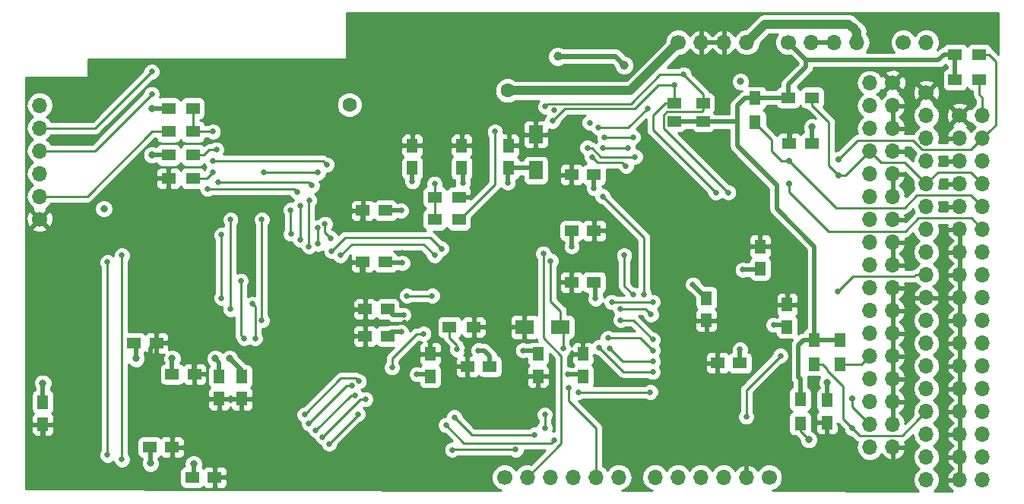
<source format=gbr>
%TF.GenerationSoftware,KiCad,Pcbnew,(5.0.0-rc2-dev-433-g81843c37a)*%
%TF.CreationDate,2018-08-17T12:44:53+02:00*%
%TF.ProjectId,phloppy_0,70686C6F7070795F302E6B696361645F,rev?*%
%TF.SameCoordinates,Original*%
%TF.FileFunction,Copper,L4,Bot,Signal*%
%TF.FilePolarity,Positive*%
%FSLAX46Y46*%
G04 Gerber Fmt 4.6, Leading zero omitted, Abs format (unit mm)*
G04 Created by KiCad (PCBNEW (5.0.0-rc2-dev-433-g81843c37a)) date Fri Aug 17 12:44:53 2018*
%MOMM*%
%LPD*%
G01*
G04 APERTURE LIST*
%TA.AperFunction,ComponentPad*%
%ADD10O,1.700000X1.700000*%
%TD*%
%TA.AperFunction,ComponentPad*%
%ADD11C,1.700000*%
%TD*%
%TA.AperFunction,SMDPad,CuDef*%
%ADD12R,1.500000X1.300000*%
%TD*%
%TA.AperFunction,SMDPad,CuDef*%
%ADD13R,1.500000X1.250000*%
%TD*%
%TA.AperFunction,SMDPad,CuDef*%
%ADD14R,1.250000X1.500000*%
%TD*%
%TA.AperFunction,SMDPad,CuDef*%
%ADD15R,2.000000X1.600000*%
%TD*%
%TA.AperFunction,SMDPad,CuDef*%
%ADD16R,1.600000X2.000000*%
%TD*%
%TA.AperFunction,SMDPad,CuDef*%
%ADD17R,1.300000X1.500000*%
%TD*%
%TA.AperFunction,SMDPad,CuDef*%
%ADD18R,1.500000X1.145000*%
%TD*%
%TA.AperFunction,ViaPad*%
%ADD19C,0.800000*%
%TD*%
%TA.AperFunction,ViaPad*%
%ADD20C,0.650000*%
%TD*%
%TA.AperFunction,ViaPad*%
%ADD21C,1.600000*%
%TD*%
%TA.AperFunction,ViaPad*%
%ADD22C,1.000000*%
%TD*%
%TA.AperFunction,ViaPad*%
%ADD23C,0.700000*%
%TD*%
%TA.AperFunction,Conductor*%
%ADD24C,0.500000*%
%TD*%
%TA.AperFunction,Conductor*%
%ADD25C,0.254000*%
%TD*%
%TA.AperFunction,Conductor*%
%ADD26C,1.000000*%
%TD*%
%TA.AperFunction,Conductor*%
%ADD27C,0.600000*%
%TD*%
G04 APERTURE END LIST*
D10*
%TO.P,P6,18*%
%TO.N,/rdy*%
X121250000Y-73040000D03*
%TO.P,P6,17*%
%TO.N,/side*%
X121250000Y-70500000D03*
%TO.P,P6,16*%
%TO.N,/dkrd*%
X121250000Y-67960000D03*
%TO.P,P6,15*%
%TO.N,/wprot*%
X121250000Y-65420000D03*
%TO.P,P6,14*%
%TO.N,/trk0*%
X121250000Y-62880000D03*
%TO.P,P6,13*%
%TO.N,/dkweb*%
X121250000Y-60340000D03*
%TO.P,P6,12*%
%TO.N,/dkwdb*%
X121250000Y-57800000D03*
%TO.P,P6,11*%
%TO.N,/step*%
X121250000Y-55260000D03*
%TO.P,P6,10*%
%TO.N,GND*%
X121250000Y-52720000D03*
%TO.P,P6,9*%
%TO.N,/debug4*%
X121250000Y-50180000D03*
%TO.P,P6,8*%
%TO.N,/mtr0*%
X121250000Y-47640000D03*
%TO.P,P6,7*%
%TO.N,/sel1*%
X121250000Y-45100000D03*
%TO.P,P6,6*%
%TO.N,/sel0*%
X121250000Y-42560000D03*
%TO.P,P6,5*%
%TO.N,/index*%
X121250000Y-40020000D03*
%TO.P,P6,4*%
%TO.N,/debug3*%
X121250000Y-37480000D03*
%TO.P,P6,3*%
%TO.N,/debug2*%
X121250000Y-34940000D03*
%TO.P,P6,2*%
%TO.N,/chng*%
X121250000Y-32400000D03*
D11*
%TO.P,P6,1*%
%TO.N,GND*%
X121250000Y-29860000D03*
%TD*%
D10*
%TO.P,P8,34*%
%TO.N,/rdy*%
X114960000Y-69390000D03*
%TO.P,P8,33*%
%TO.N,GND*%
X117500000Y-69390000D03*
%TO.P,P8,32*%
%TO.N,/side*%
X114960000Y-66850000D03*
%TO.P,P8,31*%
%TO.N,GND*%
X117500000Y-66850000D03*
%TO.P,P8,30*%
%TO.N,/dkrd*%
X114960000Y-64310000D03*
%TO.P,P8,29*%
%TO.N,GND*%
X117500000Y-64310000D03*
%TO.P,P8,28*%
%TO.N,/wprot*%
X114960000Y-61770000D03*
%TO.P,P8,27*%
%TO.N,GND*%
X117500000Y-61770000D03*
%TO.P,P8,26*%
%TO.N,/trk0*%
X114960000Y-59230000D03*
%TO.P,P8,25*%
%TO.N,GND*%
X117500000Y-59230000D03*
%TO.P,P8,24*%
%TO.N,/dkweb*%
X114960000Y-56690000D03*
%TO.P,P8,23*%
%TO.N,GND*%
X117500000Y-56690000D03*
%TO.P,P8,22*%
%TO.N,/dkwdb*%
X114960000Y-54150000D03*
%TO.P,P8,21*%
%TO.N,GND*%
X117500000Y-54150000D03*
%TO.P,P8,20*%
%TO.N,/step*%
X114960000Y-51610000D03*
%TO.P,P8,19*%
%TO.N,GND*%
X117500000Y-51610000D03*
%TO.P,P8,18*%
%TO.N,/dir*%
X114960000Y-49070000D03*
%TO.P,P8,17*%
%TO.N,GND*%
X117500000Y-49070000D03*
%TO.P,P8,16*%
%TO.N,/mtr0*%
X114960000Y-46530000D03*
%TO.P,P8,15*%
%TO.N,GND*%
X117500000Y-46530000D03*
%TO.P,P8,14*%
%TO.N,Net-(P8-Pad14)*%
X114960000Y-43990000D03*
%TO.P,P8,13*%
%TO.N,GND*%
X117500000Y-43990000D03*
%TO.P,P8,12*%
%TO.N,/sel1*%
X114960000Y-41450000D03*
%TO.P,P8,11*%
%TO.N,GND*%
X117500000Y-41450000D03*
%TO.P,P8,10*%
%TO.N,/sel0*%
X114960000Y-38910000D03*
%TO.P,P8,9*%
%TO.N,GND*%
X117500000Y-38910000D03*
%TO.P,P8,8*%
%TO.N,/index*%
X114960000Y-36370000D03*
%TO.P,P8,7*%
%TO.N,GND*%
X117500000Y-36370000D03*
%TO.P,P8,6*%
%TO.N,Net-(P8-Pad6)*%
X114960000Y-33830000D03*
%TO.P,P8,5*%
%TO.N,GND*%
X117500000Y-33830000D03*
%TO.P,P8,4*%
%TO.N,Net-(P8-Pad4)*%
X114960000Y-31290000D03*
%TO.P,P8,3*%
%TO.N,GND*%
X117500000Y-31290000D03*
%TO.P,P8,2*%
%TO.N,/chng*%
X114960000Y-28750000D03*
D11*
%TO.P,P8,1*%
%TO.N,GND*%
X117500000Y-28750000D03*
%TD*%
D12*
%TO.P,R11,1*%
%TO.N,Net-(R11-Pad1)*%
X39550000Y-31600000D03*
%TO.P,R11,2*%
%TO.N,+3V3*%
X36850000Y-31600000D03*
%TD*%
D13*
%TO.P,C2,1*%
%TO.N,+3V3*%
X61000000Y-43000000D03*
%TO.P,C2,2*%
%TO.N,GND*%
X58500000Y-43000000D03*
%TD*%
D14*
%TO.P,C3,1*%
%TO.N,+3V3*%
X64000000Y-38250000D03*
%TO.P,C3,2*%
%TO.N,GND*%
X64000000Y-35750000D03*
%TD*%
%TO.P,C4,1*%
%TO.N,+3V3*%
X74750000Y-38250000D03*
%TO.P,C4,2*%
%TO.N,GND*%
X74750000Y-35750000D03*
%TD*%
D13*
%TO.P,C5,1*%
%TO.N,+3V3*%
X84250000Y-39000000D03*
%TO.P,C5,2*%
%TO.N,GND*%
X81750000Y-39000000D03*
%TD*%
%TO.P,C8,1*%
%TO.N,+3V3*%
X81750000Y-45250000D03*
%TO.P,C8,2*%
%TO.N,GND*%
X84250000Y-45250000D03*
%TD*%
D14*
%TO.P,C9,1*%
%TO.N,+3V3*%
X83000000Y-61500000D03*
%TO.P,C9,2*%
%TO.N,GND*%
X83000000Y-59000000D03*
%TD*%
D13*
%TO.P,C10,1*%
%TO.N,+3V3*%
X84250000Y-51000000D03*
%TO.P,C10,2*%
%TO.N,GND*%
X81750000Y-51000000D03*
%TD*%
D14*
%TO.P,C11,1*%
%TO.N,+3V3*%
X69500000Y-38250000D03*
%TO.P,C11,2*%
%TO.N,GND*%
X69500000Y-35750000D03*
%TD*%
D13*
%TO.P,C12,1*%
%TO.N,+3V3*%
X61250000Y-54000000D03*
%TO.P,C12,2*%
%TO.N,GND*%
X58750000Y-54000000D03*
%TD*%
%TO.P,C13,1*%
%TO.N,+3V3*%
X100500000Y-60000000D03*
%TO.P,C13,2*%
%TO.N,GND*%
X98000000Y-60000000D03*
%TD*%
D15*
%TO.P,C14,1*%
%TO.N,Net-(C14-Pad1)*%
X80500000Y-56000000D03*
%TO.P,C14,2*%
%TO.N,GND*%
X76500000Y-56000000D03*
%TD*%
D14*
%TO.P,C15,1*%
%TO.N,+3V3*%
X42500000Y-61500000D03*
%TO.P,C15,2*%
%TO.N,GND*%
X42500000Y-64000000D03*
%TD*%
D13*
%TO.P,C16,1*%
%TO.N,+3V3*%
X37250000Y-61250000D03*
%TO.P,C16,2*%
%TO.N,GND*%
X39750000Y-61250000D03*
%TD*%
%TO.P,C17,1*%
%TO.N,+3V3*%
X61000000Y-48750000D03*
%TO.P,C17,2*%
%TO.N,GND*%
X58500000Y-48750000D03*
%TD*%
D14*
%TO.P,C19,1*%
%TO.N,+3V3*%
X78000000Y-59000000D03*
%TO.P,C19,2*%
%TO.N,GND*%
X78000000Y-61500000D03*
%TD*%
%TO.P,C20,1*%
%TO.N,+3V3*%
X110200000Y-64150000D03*
%TO.P,C20,2*%
%TO.N,GND*%
X110200000Y-66650000D03*
%TD*%
D13*
%TO.P,C21,1*%
%TO.N,+3V3*%
X72650000Y-60400000D03*
%TO.P,C21,2*%
%TO.N,GND*%
X70150000Y-60400000D03*
%TD*%
%TO.P,C22,1*%
%TO.N,+3V3*%
X108500000Y-35500000D03*
%TO.P,C22,2*%
%TO.N,GND*%
X106000000Y-35500000D03*
%TD*%
D14*
%TO.P,C23,1*%
%TO.N,+3V3*%
X105750000Y-56000000D03*
%TO.P,C23,2*%
%TO.N,GND*%
X105750000Y-53500000D03*
%TD*%
%TO.P,C24,1*%
%TO.N,+3V3*%
X102750000Y-49500000D03*
%TO.P,C24,2*%
%TO.N,GND*%
X102750000Y-47000000D03*
%TD*%
%TO.P,C25,1*%
%TO.N,+3V3*%
X45000000Y-61500000D03*
%TO.P,C25,2*%
%TO.N,GND*%
X45000000Y-64000000D03*
%TD*%
%TO.P,C26,1*%
%TO.N,+3V3*%
X22850000Y-64350000D03*
%TO.P,C26,2*%
%TO.N,GND*%
X22850000Y-66850000D03*
%TD*%
%TO.P,C27,1*%
%TO.N,+3V3*%
X66000000Y-61500000D03*
%TO.P,C27,2*%
%TO.N,GND*%
X66000000Y-59000000D03*
%TD*%
D13*
%TO.P,C28,1*%
%TO.N,+3V3*%
X33000000Y-57750000D03*
%TO.P,C28,2*%
%TO.N,GND*%
X35500000Y-57750000D03*
%TD*%
%TO.P,C29,1*%
%TO.N,+3V3*%
X61250000Y-57000000D03*
%TO.P,C29,2*%
%TO.N,GND*%
X58750000Y-57000000D03*
%TD*%
%TO.P,C30,1*%
%TO.N,+3V3*%
X39500000Y-72750000D03*
%TO.P,C30,2*%
%TO.N,GND*%
X42000000Y-72750000D03*
%TD*%
D16*
%TO.P,C31,1*%
%TO.N,+3V3*%
X77750000Y-38500000D03*
%TO.P,C31,2*%
%TO.N,GND*%
X77750000Y-34500000D03*
%TD*%
D12*
%TO.P,R2,1*%
%TO.N,/boot0*%
X66500000Y-44000000D03*
%TO.P,R2,2*%
%TO.N,+5VD*%
X69200000Y-44000000D03*
%TD*%
%TO.P,R3,1*%
%TO.N,GND*%
X69200000Y-41500000D03*
%TO.P,R3,2*%
%TO.N,/boot0*%
X66500000Y-41500000D03*
%TD*%
%TO.P,R4,1*%
%TO.N,GND*%
X70850000Y-56000000D03*
%TO.P,R4,2*%
%TO.N,/boot1*%
X68150000Y-56000000D03*
%TD*%
D11*
%TO.P,P1,1*%
%TO.N,+5V*%
X93630000Y-24250000D03*
D10*
%TO.P,P1,2*%
%TO.N,GND*%
X96170000Y-24250000D03*
%TO.P,P1,3*%
X98710000Y-24250000D03*
%TO.P,P1,4*%
%TO.N,+12V*%
X101250000Y-24250000D03*
%TD*%
D11*
%TO.P,P2,1*%
%TO.N,+5V*%
X105880000Y-24250000D03*
D10*
%TO.P,P2,2*%
%TO.N,GND*%
X108420000Y-24250000D03*
%TO.P,P2,3*%
X110960000Y-24250000D03*
%TO.P,P2,4*%
%TO.N,+12V*%
X113500000Y-24250000D03*
%TD*%
D11*
%TO.P,P3,1*%
%TO.N,GND*%
X22500000Y-43950000D03*
D10*
%TO.P,P3,2*%
%TO.N,/esp_io0*%
X22500000Y-41410000D03*
%TO.P,P3,3*%
%TO.N,Net-(P3-Pad3)*%
X22500000Y-38870000D03*
%TO.P,P3,4*%
%TO.N,/esp_rxd*%
X22500000Y-36330000D03*
%TO.P,P3,5*%
%TO.N,/esp_txd*%
X22500000Y-33790000D03*
%TO.P,P3,6*%
%TO.N,/esp_rst*%
X22500000Y-31250000D03*
%TD*%
D11*
%TO.P,P4,1*%
%TO.N,+3V3*%
X74300000Y-72750000D03*
D10*
%TO.P,P4,2*%
%TO.N,/swclk*%
X76840000Y-72750000D03*
%TO.P,P4,3*%
%TO.N,GND*%
X79380000Y-72750000D03*
%TO.P,P4,4*%
%TO.N,/swdio*%
X81920000Y-72750000D03*
%TO.P,P4,5*%
%TO.N,/nrst*%
X84460000Y-72750000D03*
%TO.P,P4,6*%
%TO.N,Net-(P4-Pad6)*%
X87000000Y-72750000D03*
%TD*%
D11*
%TO.P,P5,1*%
%TO.N,+3V3*%
X103750000Y-72750000D03*
D10*
%TO.P,P5,2*%
%TO.N,GND*%
X101210000Y-72750000D03*
%TO.P,P5,3*%
%TO.N,/tck*%
X98670000Y-72750000D03*
%TO.P,P5,4*%
%TO.N,/tdo*%
X96130000Y-72750000D03*
%TO.P,P5,5*%
%TO.N,/tdi*%
X93590000Y-72750000D03*
%TO.P,P5,6*%
%TO.N,/tms*%
X91050000Y-72750000D03*
%TD*%
%TO.P,P7,34*%
%TO.N,/rdy*%
X127500000Y-73040000D03*
%TO.P,P7,33*%
%TO.N,GND*%
X124960000Y-73040000D03*
%TO.P,P7,32*%
%TO.N,/side*%
X127500000Y-70500000D03*
%TO.P,P7,31*%
%TO.N,GND*%
X124960000Y-70500000D03*
%TO.P,P7,30*%
%TO.N,/dkrd*%
X127500000Y-67960000D03*
%TO.P,P7,29*%
%TO.N,GND*%
X124960000Y-67960000D03*
%TO.P,P7,28*%
%TO.N,/wprot*%
X127500000Y-65420000D03*
%TO.P,P7,27*%
%TO.N,GND*%
X124960000Y-65420000D03*
%TO.P,P7,26*%
%TO.N,/trk0*%
X127500000Y-62880000D03*
%TO.P,P7,25*%
%TO.N,GND*%
X124960000Y-62880000D03*
%TO.P,P7,24*%
%TO.N,/dkweb*%
X127500000Y-60340000D03*
%TO.P,P7,23*%
%TO.N,GND*%
X124960000Y-60340000D03*
%TO.P,P7,22*%
%TO.N,/dkwdb*%
X127500000Y-57800000D03*
%TO.P,P7,21*%
%TO.N,GND*%
X124960000Y-57800000D03*
%TO.P,P7,20*%
%TO.N,/step*%
X127500000Y-55260000D03*
%TO.P,P7,19*%
%TO.N,GND*%
X124960000Y-55260000D03*
%TO.P,P7,18*%
%TO.N,/dir*%
X127500000Y-52720000D03*
%TO.P,P7,17*%
%TO.N,GND*%
X124960000Y-52720000D03*
%TO.P,P7,16*%
%TO.N,/fdd_mtr0*%
X127500000Y-50180000D03*
%TO.P,P7,15*%
%TO.N,GND*%
X124960000Y-50180000D03*
%TO.P,P7,14*%
%TO.N,Net-(P7-Pad14)*%
X127500000Y-47640000D03*
%TO.P,P7,13*%
%TO.N,GND*%
X124960000Y-47640000D03*
%TO.P,P7,12*%
%TO.N,/fdd_sel1*%
X127500000Y-45100000D03*
%TO.P,P7,11*%
%TO.N,GND*%
X124960000Y-45100000D03*
%TO.P,P7,10*%
%TO.N,/fdd_sel0*%
X127500000Y-42560000D03*
%TO.P,P7,9*%
%TO.N,GND*%
X124960000Y-42560000D03*
%TO.P,P7,8*%
%TO.N,/index*%
X127500000Y-40020000D03*
%TO.P,P7,7*%
%TO.N,GND*%
X124960000Y-40020000D03*
%TO.P,P7,6*%
%TO.N,Net-(P7-Pad6)*%
X127500000Y-37480000D03*
%TO.P,P7,5*%
%TO.N,GND*%
X124960000Y-37480000D03*
%TO.P,P7,4*%
%TO.N,/fdd_mtr0*%
X127500000Y-34940000D03*
%TO.P,P7,3*%
%TO.N,GND*%
X124960000Y-34940000D03*
%TO.P,P7,2*%
%TO.N,/chng*%
X127500000Y-32400000D03*
D11*
%TO.P,P7,1*%
%TO.N,GND*%
X124960000Y-32400000D03*
%TD*%
D14*
%TO.P,C32,1*%
%TO.N,+3V3*%
X96750000Y-52750000D03*
%TO.P,C32,2*%
%TO.N,GND*%
X96750000Y-55250000D03*
%TD*%
D13*
%TO.P,C33,1*%
%TO.N,+3V3*%
X34750000Y-69400000D03*
%TO.P,C33,2*%
%TO.N,GND*%
X37250000Y-69400000D03*
%TD*%
D12*
%TO.P,R12,1*%
%TO.N,+5V*%
X124450000Y-28400000D03*
%TO.P,R12,2*%
%TO.N,/chng*%
X127150000Y-28400000D03*
%TD*%
%TO.P,R13,2*%
%TO.N,/fdd_mtr0*%
X127150000Y-25600000D03*
%TO.P,R13,1*%
%TO.N,+5V*%
X124450000Y-25600000D03*
%TD*%
%TO.P,R14,1*%
%TO.N,+5V*%
X105850000Y-30400000D03*
%TO.P,R14,2*%
%TO.N,/index*%
X108550000Y-30400000D03*
%TD*%
D17*
%TO.P,R15,2*%
%TO.N,/fdd_sel0*%
X102200000Y-33150000D03*
%TO.P,R15,1*%
%TO.N,+5V*%
X102200000Y-30450000D03*
%TD*%
%TO.P,R20,1*%
%TO.N,+5V*%
X111600000Y-57450000D03*
%TO.P,R20,2*%
%TO.N,/trk0*%
X111600000Y-60150000D03*
%TD*%
%TO.P,R21,2*%
%TO.N,/wprot*%
X108800000Y-60150000D03*
%TO.P,R21,1*%
%TO.N,+5V*%
X108800000Y-57450000D03*
%TD*%
%TO.P,R22,1*%
%TO.N,+5V*%
X107200000Y-64050000D03*
%TO.P,R22,2*%
%TO.N,/rdy*%
X107200000Y-66750000D03*
%TD*%
D12*
%TO.P,R23,1*%
%TO.N,Net-(R23-Pad1)*%
X39550000Y-36800000D03*
%TO.P,R23,2*%
%TO.N,+3V3*%
X36850000Y-36800000D03*
%TD*%
%TO.P,R24,1*%
%TO.N,Net-(R11-Pad1)*%
X39550000Y-34200000D03*
%TO.P,R24,2*%
%TO.N,/esp_io0*%
X36850000Y-34200000D03*
%TD*%
%TO.P,R25,1*%
%TO.N,/esp_cs*%
X39550000Y-39400000D03*
%TO.P,R25,2*%
%TO.N,GND*%
X36850000Y-39400000D03*
%TD*%
D11*
%TO.P,J2,1*%
%TO.N,/sel3*%
X118700000Y-24250000D03*
D10*
%TO.P,J2,2*%
%TO.N,/sel2*%
X121240000Y-24250000D03*
%TD*%
D18*
%TO.P,R26,2*%
%TO.N,/sel3*%
X96400000Y-31000000D03*
%TO.P,R26,1*%
%TO.N,+5V*%
X96400000Y-33085000D03*
%TD*%
%TO.P,R27,1*%
%TO.N,+5V*%
X93200000Y-33085000D03*
%TO.P,R27,2*%
%TO.N,/sel2*%
X93200000Y-31000000D03*
%TD*%
D19*
%TO.N,GND*%
X35000000Y-39400000D03*
X50500000Y-35250000D03*
X48000000Y-35250000D03*
X106000000Y-34000000D03*
X75500000Y-32000000D03*
X73000000Y-32000000D03*
X70500000Y-32000000D03*
X49000000Y-53500000D03*
X38500000Y-57000000D03*
X33500000Y-63500000D03*
X27500000Y-63500000D03*
X25000000Y-63500000D03*
X74000000Y-42000000D03*
X77000000Y-45000000D03*
X67500000Y-51000000D03*
X70000000Y-52000000D03*
X72500000Y-52000000D03*
X75000000Y-52000000D03*
X75000000Y-47000000D03*
X72500000Y-47000000D03*
X70000000Y-47000000D03*
X89800000Y-42000000D03*
X96000000Y-41200000D03*
X93800000Y-41200000D03*
X88200000Y-40200000D03*
X98000000Y-50500000D03*
X100000000Y-51000000D03*
X100000000Y-53500000D03*
X102000000Y-53500000D03*
X102000000Y-56000000D03*
X100000000Y-56000000D03*
X87000000Y-70000000D03*
X99500000Y-62000000D03*
X89000000Y-68000000D03*
X96000000Y-67200000D03*
X93600000Y-67200000D03*
X91600000Y-67200000D03*
X99500000Y-64000000D03*
X97500000Y-64000000D03*
X95500000Y-64000000D03*
X93500000Y-64000000D03*
X91500000Y-64000000D03*
X119000000Y-73500000D03*
X117000000Y-73500000D03*
X115000000Y-73500000D03*
X113000000Y-73500000D03*
X111000000Y-73400000D03*
X109000000Y-73000000D03*
X107000000Y-73000000D03*
X107500000Y-69820000D03*
D20*
X81400000Y-40400000D03*
X70859616Y-39876225D03*
X84600000Y-47200000D03*
D19*
X44850000Y-42200000D03*
D20*
X79800000Y-31800000D03*
D19*
X58500000Y-44200000D03*
X58400000Y-50200000D03*
X51200000Y-55000000D03*
D21*
X67600000Y-31200000D03*
D22*
X90800000Y-24600000D03*
X80200000Y-23800000D03*
D19*
%TO.N,+3V3*%
X35000000Y-31600000D03*
X35000000Y-36800000D03*
X29650000Y-42800000D03*
D20*
X83750000Y-33200000D03*
D19*
X34850000Y-71200000D03*
X100550000Y-28600000D03*
D21*
X57000000Y-31200000D03*
D20*
%TO.N,Net-(C14-Pad1)*%
X79400000Y-48600000D03*
X80800000Y-58400000D03*
D21*
%TO.N,+5V*%
X74600000Y-29600000D03*
D20*
%TO.N,+5VD*%
X73200000Y-34199998D03*
D22*
X80200000Y-25800000D03*
X87600002Y-26800002D03*
D20*
%TO.N,/tdo*%
X104999998Y-59200000D03*
X101200000Y-66000000D03*
%TO.N,/swclk*%
X78600000Y-47800000D03*
%TO.N,/swdio*%
X89800000Y-52400000D03*
X85200012Y-41400000D03*
%TO.N,/nrst*%
X66200000Y-52500000D03*
X63400000Y-52500000D03*
%TO.N,/esp_miso*%
X42400000Y-39800000D03*
%TO.N,/esp_mosi*%
X41200010Y-40600000D03*
%TO.N,/esp_cs*%
X41800000Y-38750000D03*
%TO.N,/sdram_a7*%
X57258100Y-62519324D03*
%TO.N,/wprot*%
X113000000Y-67280000D03*
%TO.N,/sdram_dq0*%
X79800006Y-68600000D03*
%TO.N,/sdram_dq1*%
X77600000Y-68000000D03*
D23*
%TO.N,/side*%
X112995608Y-64001429D03*
D20*
%TO.N,/led1*%
X90200000Y-31600002D03*
X84750000Y-33750000D03*
%TO.N,/led2*%
X85400000Y-34800000D03*
X88600000Y-34800000D03*
%TO.N,/led3*%
X88000000Y-36000000D03*
X85200000Y-35999988D03*
%TO.N,/led4*%
X88800012Y-37000000D03*
X83500004Y-36000000D03*
%TO.N,/debug4*%
X111400000Y-52000000D03*
D23*
%TO.N,/index*%
X111500000Y-39100000D03*
D19*
%TO.N,/rdy*%
X108150000Y-68550000D03*
D23*
%TO.N,/fdd_sel1*%
X106000000Y-40040000D03*
D20*
%TO.N,/dkrd_uc*%
X90600000Y-54600000D03*
%TO.N,/flop3_trk0*%
X82500000Y-63250000D03*
X90500000Y-63250000D03*
D19*
%TO.N,GND*%
X103000000Y-41310000D03*
D20*
X81750000Y-53000000D03*
X95250000Y-56750000D03*
X101000000Y-47000000D03*
X104250000Y-53750000D03*
X98000000Y-58500000D03*
X63104899Y-55516293D03*
X62900784Y-47704424D03*
X75869402Y-39884390D03*
X75139489Y-58604464D03*
X70105209Y-58612628D03*
X64000000Y-58750000D03*
D19*
X39650000Y-59500000D03*
X34850000Y-59500000D03*
X22850000Y-71250000D03*
X33250000Y-71250000D03*
X37250000Y-71250000D03*
X42050000Y-71250000D03*
X43650000Y-71250000D03*
X101000000Y-45000000D03*
D20*
%TO.N,+3V3*%
X84406570Y-52819002D03*
D19*
X110200000Y-62200000D03*
X108500000Y-33690000D03*
D20*
X95250000Y-51250000D03*
X100809130Y-49607488D03*
X104250000Y-55750000D03*
X100500000Y-58500000D03*
X62746673Y-56537223D03*
X63014066Y-54637036D03*
X62892620Y-48831136D03*
X62750000Y-43000000D03*
X64000000Y-39750000D03*
X69651258Y-39876224D03*
X74636551Y-39876225D03*
X84250000Y-40500000D03*
X81750000Y-47000000D03*
X81334772Y-61267423D03*
X76339682Y-58612628D03*
X71370719Y-58604464D03*
X64500000Y-61250000D03*
D19*
X43650000Y-59500000D03*
X42050000Y-59500000D03*
X37250000Y-59500000D03*
X33250000Y-59500000D03*
X22850000Y-62250000D03*
X39650000Y-71250000D03*
D20*
%TO.N,/boot0*%
X66500000Y-40000000D03*
%TO.N,/boot1*%
X69000000Y-58500000D03*
%TO.N,/nrst*%
X81400000Y-62800000D03*
%TO.N,/esp_clk*%
X54454784Y-37875454D03*
X41750000Y-37500000D03*
%TO.N,/esp_miso*%
X52838837Y-40178644D03*
%TO.N,/esp_mosi*%
X51222889Y-40940183D03*
%TO.N,/esp_cs*%
X53500000Y-38750000D03*
X47500000Y-38750000D03*
%TO.N,/sdram_a0*%
X52520110Y-41841619D03*
X52492754Y-47004084D03*
%TO.N,/sdram_a1*%
X51500000Y-42468853D03*
X51500000Y-46250000D03*
%TO.N,/sdram_a2*%
X50478056Y-45597990D03*
X50453621Y-42922864D03*
%TO.N,/sdram_a4*%
X54882828Y-46068296D03*
X54257426Y-44496218D03*
%TO.N,/sdram_a5*%
X53494290Y-46725952D03*
X53500000Y-44881998D03*
%TO.N,/sdram_nras*%
X46189979Y-53406963D03*
X46500000Y-57254818D03*
%TO.N,/sdram_a6*%
X58048888Y-62034646D03*
X52000000Y-65750000D03*
%TO.N,/sdram_a7*%
X52500000Y-66750000D03*
%TO.N,/sdram_a8*%
X57589719Y-63590717D03*
X53250000Y-67500000D03*
%TO.N,/sdram_a9*%
X58775904Y-64039171D03*
X54000000Y-68250000D03*
%TO.N,/sdram_a10*%
X45281103Y-57254818D03*
X44911921Y-50835921D03*
%TO.N,/sdram_a11*%
X57940785Y-65717203D03*
X54750000Y-69000000D03*
%TO.N,/sdram_dq14*%
X78750000Y-65750000D03*
X78750000Y-67250000D03*
%TO.N,/sdram_dq0*%
X67762301Y-66922279D03*
%TO.N,/sdram_dq1*%
X68680096Y-66048108D03*
%TO.N,/sdram_ba0*%
X66500000Y-48000000D03*
X56000000Y-48000000D03*
%TO.N,/sdram_ba1*%
X67250000Y-47250000D03*
X55000000Y-47500000D03*
%TO.N,/sdram_clk*%
X87600000Y-48000000D03*
X88600000Y-52400000D03*
X68456914Y-69678972D03*
X75513208Y-69673062D03*
%TO.N,/sdram_dq2*%
X65250000Y-56750000D03*
X61750000Y-60500000D03*
%TO.N,/sdram_ncas*%
X43750000Y-44000000D03*
X43750000Y-54000000D03*
%TO.N,/sdram_cke*%
X30050000Y-48750000D03*
X30050000Y-70250000D03*
%TO.N,/sdram_ncs*%
X42740495Y-45696945D03*
X42750000Y-52750000D03*
%TO.N,/sdram_dqml*%
X47250000Y-44000000D03*
X47250000Y-55250000D03*
%TO.N,/sdram_dqmh*%
X31650000Y-48000000D03*
X31650000Y-70750000D03*
D23*
%TO.N,/fdd_mtr0*%
X111500000Y-37250000D03*
%TO.N,/fdd_sel0*%
X106000000Y-37500000D03*
D20*
%TO.N,/dir_uc*%
X90800000Y-59800000D03*
X85999992Y-58400000D03*
%TO.N,/wprot_uc*%
X90800000Y-61000000D03*
X84762685Y-58249731D03*
%TO.N,/dkrd_uc*%
X87200000Y-54000000D03*
%TO.N,/side_uc*%
X90800000Y-57400000D03*
X87200000Y-55200000D03*
%TO.N,/dkweb_uc*%
X90800000Y-53200000D03*
X86200000Y-53200000D03*
%TO.N,/xclk*%
X90800000Y-58600000D03*
X85799992Y-57200000D03*
%TO.N,/esp_rxd*%
X35000000Y-30000000D03*
%TO.N,/esp_txd*%
X35000000Y-27500000D03*
%TO.N,Net-(R11-Pad1)*%
X41800000Y-34200000D03*
%TO.N,Net-(R23-Pad1)*%
X42200000Y-36200000D03*
%TO.N,/flop2_trk0*%
X87793835Y-38024632D03*
X84000000Y-37000000D03*
%TO.N,/sel2*%
X93199992Y-29000000D03*
X79600000Y-33000000D03*
X97800000Y-41000000D03*
%TO.N,/sel3*%
X94199998Y-27800000D03*
X78800000Y-31400000D03*
X99200000Y-41000000D03*
%TD*%
D24*
%TO.N,GND*%
X36850000Y-39400000D02*
X35000000Y-39400000D01*
X106000000Y-35500000D02*
X106000000Y-34000000D01*
X70105209Y-60355209D02*
X70150000Y-60400000D01*
X65750000Y-58750000D02*
X66000000Y-59000000D01*
X34850000Y-59500000D02*
X34850000Y-58400000D01*
X34850000Y-58400000D02*
X35500000Y-57750000D01*
X39650000Y-59500000D02*
X39650000Y-61150000D01*
X39650000Y-61150000D02*
X39750000Y-61250000D01*
X42050000Y-72700000D02*
X42000000Y-72750000D01*
X22850000Y-71250000D02*
X22850000Y-66850000D01*
X105500000Y-53750000D02*
X105750000Y-53500000D01*
X77250000Y-34000000D02*
X77750000Y-34500000D01*
X58500000Y-43000000D02*
X58500000Y-44200000D01*
X58400000Y-50200000D02*
X58400000Y-48850000D01*
X58400000Y-48850000D02*
X58500000Y-48750000D01*
%TO.N,+3V3*%
X36850000Y-31600000D02*
X35000000Y-31600000D01*
X36850000Y-36800000D02*
X35000000Y-36800000D01*
X110200000Y-64150000D02*
X110200000Y-62200000D01*
X72004464Y-58604464D02*
X72650000Y-59250000D01*
X72650000Y-59250000D02*
X72650000Y-60400000D01*
X71370719Y-58604464D02*
X72004464Y-58604464D01*
X34850000Y-71200000D02*
X34850000Y-69500000D01*
X34850000Y-69500000D02*
X34750000Y-69400000D01*
D25*
%TO.N,Net-(C14-Pad1)*%
X80500000Y-56000000D02*
X80500000Y-54200000D01*
X79400000Y-48600000D02*
X79400000Y-53100000D01*
X79400000Y-53100000D02*
X80500000Y-54200000D01*
X80800000Y-58400000D02*
X80800000Y-56300000D01*
X80800000Y-56300000D02*
X80500000Y-56000000D01*
D24*
%TO.N,+5V*%
X100200000Y-33000000D02*
X100200000Y-35800000D01*
X100200000Y-31300000D02*
X100200000Y-33000000D01*
X96400000Y-33085000D02*
X100115000Y-33085000D01*
X100115000Y-33085000D02*
X100200000Y-33000000D01*
X93200000Y-33085000D02*
X96400000Y-33085000D01*
X107830000Y-26200000D02*
X122600000Y-26200000D01*
X122600000Y-26200000D02*
X123200000Y-25600000D01*
X123200000Y-25600000D02*
X124450000Y-25600000D01*
D26*
X87400000Y-29600000D02*
X74600000Y-29600000D01*
X93630000Y-24250000D02*
X88280000Y-29600000D01*
X88280000Y-29600000D02*
X87400000Y-29600000D01*
D24*
X107000000Y-58000000D02*
X107550000Y-57450000D01*
X107550000Y-57450000D02*
X108800000Y-57450000D01*
X107000000Y-61600000D02*
X107000000Y-58000000D01*
X107200000Y-61800000D02*
X107000000Y-61600000D01*
X107200000Y-64050000D02*
X107200000Y-61800000D01*
X108800000Y-57450000D02*
X108800000Y-57550000D01*
X108800000Y-57450000D02*
X111600000Y-57450000D01*
X108800000Y-56050000D02*
X108800000Y-57450000D01*
X104600000Y-42800000D02*
X108800000Y-47000000D01*
X108800000Y-47000000D02*
X108800000Y-56050000D01*
X104600000Y-40200000D02*
X104600000Y-42800000D01*
X100200000Y-35800000D02*
X104600000Y-40200000D01*
X102200000Y-30450000D02*
X101050000Y-30450000D01*
X101050000Y-30450000D02*
X100200000Y-31300000D01*
X105850000Y-30400000D02*
X102250000Y-30400000D01*
X102250000Y-30400000D02*
X102200000Y-30450000D01*
X107830000Y-26970000D02*
X105850000Y-28950000D01*
X105850000Y-28950000D02*
X105850000Y-30400000D01*
X107830000Y-26200000D02*
X107830000Y-26970000D01*
X124450000Y-25600000D02*
X124450000Y-28400000D01*
X105880000Y-24250000D02*
X107830000Y-26200000D01*
D25*
%TO.N,/boot0*%
X66500000Y-44000000D02*
X66500000Y-41500000D01*
%TO.N,+5VD*%
X73200000Y-40100000D02*
X73200000Y-34659617D01*
X73200000Y-34659617D02*
X73200000Y-34199998D01*
X69300000Y-44000000D02*
X73200000Y-40100000D01*
X69200000Y-44000000D02*
X69300000Y-44000000D01*
D27*
X80907106Y-25800000D02*
X80200000Y-25800000D01*
X86600000Y-25800000D02*
X80907106Y-25800000D01*
X87600002Y-26800002D02*
X86600000Y-25800000D01*
D25*
%TO.N,/tdo*%
X101200000Y-66000000D02*
X101200000Y-62999998D01*
X101200000Y-62999998D02*
X104999998Y-59200000D01*
%TO.N,/swclk*%
X78600000Y-57200000D02*
X78600000Y-47800000D01*
X80600000Y-59200000D02*
X78600000Y-57200000D01*
X80600000Y-68990000D02*
X80600000Y-59200000D01*
X76840000Y-72750000D02*
X80600000Y-68990000D01*
%TO.N,/swdio*%
X85200012Y-41400000D02*
X89800000Y-45999988D01*
X89800000Y-45999988D02*
X89800000Y-47000000D01*
X89800000Y-47000000D02*
X89800000Y-52400000D01*
%TO.N,/nrst*%
X84460000Y-72750000D02*
X84460000Y-67250000D01*
X81400000Y-62800000D02*
X81400000Y-64190000D01*
X81400000Y-64190000D02*
X84460000Y-67250000D01*
X63400000Y-52500000D02*
X66200000Y-52500000D01*
%TO.N,/esp_miso*%
X42859619Y-39800000D02*
X42400000Y-39800000D01*
X52460193Y-39800000D02*
X42859619Y-39800000D01*
X52838837Y-40178644D02*
X52460193Y-39800000D01*
%TO.N,/esp_mosi*%
X41659629Y-40600000D02*
X41200010Y-40600000D01*
X50882706Y-40600000D02*
X41659629Y-40600000D01*
X51222889Y-40940183D02*
X50882706Y-40600000D01*
%TO.N,/esp_cs*%
X39550000Y-39400000D02*
X41150000Y-39400000D01*
X41150000Y-39400000D02*
X41800000Y-38750000D01*
%TO.N,/sdram_a7*%
X56730676Y-62519324D02*
X57258100Y-62519324D01*
X52500000Y-66750000D02*
X56730676Y-62519324D01*
%TO.N,/wprot*%
X113000000Y-67280000D02*
X113820000Y-68100000D01*
X120400001Y-66269999D02*
X121250000Y-65420000D01*
X118570000Y-68100000D02*
X120400001Y-66269999D01*
X113820000Y-68100000D02*
X118570000Y-68100000D01*
X112000000Y-62600000D02*
X112000000Y-66280000D01*
X112000000Y-66280000D02*
X113000000Y-67280000D01*
X110200000Y-60800000D02*
X112000000Y-62600000D01*
X110200000Y-60646000D02*
X110200000Y-60800000D01*
X108800000Y-60150000D02*
X109704000Y-60150000D01*
X109704000Y-60150000D02*
X110200000Y-60646000D01*
%TO.N,/sdram_dq0*%
X69765021Y-68924999D02*
X79475007Y-68924999D01*
X67762301Y-66922279D02*
X69765021Y-68924999D01*
X79475007Y-68924999D02*
X79800006Y-68600000D01*
%TO.N,/sdram_dq1*%
X68680096Y-66048108D02*
X70631988Y-68000000D01*
X77140381Y-68000000D02*
X77600000Y-68000000D01*
X70631988Y-68000000D02*
X77140381Y-68000000D01*
%TO.N,/side*%
X112995608Y-64001429D02*
X112995608Y-64885608D01*
X112995608Y-64885608D02*
X114960000Y-66850000D01*
%TO.N,/led1*%
X84750000Y-33750000D02*
X88050002Y-33750000D01*
X88050002Y-33750000D02*
X90200000Y-31600002D01*
%TO.N,/led2*%
X88600000Y-34800000D02*
X85400000Y-34800000D01*
%TO.N,/led3*%
X87999988Y-35999988D02*
X88000000Y-36000000D01*
X85200000Y-35999988D02*
X87999988Y-35999988D01*
%TO.N,/led4*%
X83500004Y-36000000D02*
X84000000Y-36000000D01*
X84000000Y-36000000D02*
X85000000Y-37000000D01*
X88340393Y-37000000D02*
X88800012Y-37000000D01*
X85000000Y-37000000D02*
X88340393Y-37000000D01*
%TO.N,/debug4*%
X121250000Y-50180000D02*
X120047919Y-50180000D01*
X120047919Y-50180000D02*
X119927919Y-50300000D01*
X119927919Y-50300000D02*
X113100000Y-50300000D01*
X113100000Y-50300000D02*
X111400000Y-52000000D01*
%TO.N,/chng*%
X127150000Y-30050000D02*
X127500000Y-30400000D01*
X127500000Y-30400000D02*
X127500000Y-32400000D01*
X127150000Y-28400000D02*
X127150000Y-30050000D01*
%TO.N,/index*%
X120400001Y-39170001D02*
X121250000Y-40020000D01*
X114960000Y-36370000D02*
X116190000Y-37600000D01*
X116190000Y-37600000D02*
X118830000Y-37600000D01*
X118830000Y-37600000D02*
X120400001Y-39170001D01*
X111500000Y-39100000D02*
X112230000Y-39100000D01*
X112230000Y-39100000D02*
X114960000Y-36370000D01*
X110400000Y-33154000D02*
X110400000Y-38000000D01*
X108550000Y-31304000D02*
X110400000Y-33154000D01*
X108550000Y-30400000D02*
X108550000Y-31304000D01*
X110400000Y-38000000D02*
X111150001Y-38750001D01*
X111150001Y-38750001D02*
X111500000Y-39100000D01*
%TO.N,/trk0*%
X111600000Y-60150000D02*
X114040000Y-60150000D01*
X114040000Y-60150000D02*
X114960000Y-59230000D01*
%TO.N,/rdy*%
X107200000Y-66750000D02*
X107200000Y-67600000D01*
X107200000Y-67600000D02*
X108150000Y-68550000D01*
%TO.N,/fdd_mtr0*%
X111500000Y-37250000D02*
X113557001Y-35192999D01*
X113557001Y-35192999D02*
X119761037Y-35192999D01*
X119761037Y-35192999D02*
X120800193Y-36232155D01*
X120800193Y-36232155D02*
X126207845Y-36232155D01*
X126207845Y-36232155D02*
X127500000Y-34940000D01*
X127150000Y-25600000D02*
X128200000Y-25600000D01*
X128200000Y-25600000D02*
X129000000Y-26400000D01*
X129000000Y-26400000D02*
X129000000Y-33440000D01*
X129000000Y-33440000D02*
X128349999Y-34090001D01*
X128349999Y-34090001D02*
X127500000Y-34940000D01*
%TO.N,/fdd_sel0*%
X127500000Y-42560000D02*
X126240000Y-41300000D01*
X126240000Y-41300000D02*
X120200000Y-41300000D01*
X120200000Y-41300000D02*
X118800000Y-42700000D01*
X118800000Y-42700000D02*
X111200000Y-42700000D01*
X111200000Y-42700000D02*
X106000000Y-37500000D01*
X104000000Y-36400000D02*
X105100000Y-37500000D01*
X105100000Y-37500000D02*
X106000000Y-37500000D01*
X104000000Y-35050000D02*
X104000000Y-36400000D01*
X102200000Y-33150000D02*
X102200000Y-33250000D01*
X102200000Y-33250000D02*
X104000000Y-35050000D01*
%TO.N,/fdd_sel1*%
X106000000Y-40040000D02*
X106000000Y-40891496D01*
X106000000Y-40891496D02*
X110408504Y-45300000D01*
X110408504Y-45300000D02*
X118900000Y-45300000D01*
X118900000Y-45300000D02*
X120352679Y-43847321D01*
X120352679Y-43847321D02*
X126247321Y-43847321D01*
X126247321Y-43847321D02*
X127500000Y-45100000D01*
%TO.N,/dkrd_uc*%
X90000000Y-54000000D02*
X90600000Y-54600000D01*
X88400000Y-54000000D02*
X90000000Y-54000000D01*
%TO.N,/flop3_trk0*%
X90500000Y-63250000D02*
X82500000Y-63250000D01*
D24*
%TO.N,+3V3*%
X81334772Y-61267423D02*
X82767423Y-61267423D01*
X82767423Y-61267423D02*
X83000000Y-61500000D01*
X69651258Y-39876224D02*
X69651258Y-38401258D01*
X69651258Y-38401258D02*
X69500000Y-38250000D01*
X74636551Y-39876225D02*
X74636551Y-38363449D01*
X74636551Y-38363449D02*
X74750000Y-38250000D01*
X64000000Y-39750000D02*
X64000000Y-38250000D01*
X62750000Y-43000000D02*
X61000000Y-43000000D01*
X62892620Y-48831136D02*
X61081136Y-48831136D01*
X61081136Y-48831136D02*
X61000000Y-48750000D01*
X63014066Y-54637036D02*
X61887036Y-54637036D01*
X61887036Y-54637036D02*
X61250000Y-54000000D01*
X62746673Y-56537223D02*
X61712777Y-56537223D01*
X61712777Y-56537223D02*
X61250000Y-57000000D01*
X64500000Y-61250000D02*
X65750000Y-61250000D01*
X65750000Y-61250000D02*
X66000000Y-61500000D01*
X76339682Y-58612628D02*
X77612628Y-58612628D01*
X77612628Y-58612628D02*
X78000000Y-59000000D01*
X84406570Y-52819002D02*
X84406570Y-51156570D01*
X84406570Y-51156570D02*
X84250000Y-51000000D01*
X81750000Y-47000000D02*
X81750000Y-45250000D01*
X84250000Y-40500000D02*
X84250000Y-39000000D01*
X33250000Y-59500000D02*
X33250000Y-58000000D01*
X33250000Y-58000000D02*
X33000000Y-57750000D01*
X37250000Y-59500000D02*
X37250000Y-61250000D01*
X45000000Y-61500000D02*
X45000000Y-60850000D01*
X45000000Y-60850000D02*
X43650000Y-59500000D01*
X42500000Y-61500000D02*
X42500000Y-59950000D01*
X42500000Y-59950000D02*
X42050000Y-59500000D01*
X39650000Y-71250000D02*
X39650000Y-72600000D01*
X39650000Y-72600000D02*
X39500000Y-72750000D01*
X22850000Y-64350000D02*
X22850000Y-62250000D01*
X108500000Y-35500000D02*
X108500000Y-33690000D01*
X104250000Y-55750000D02*
X105500000Y-55750000D01*
X105500000Y-55750000D02*
X105750000Y-56000000D01*
X100809130Y-49607488D02*
X102642512Y-49607488D01*
X102642512Y-49607488D02*
X102750000Y-49500000D01*
X95250000Y-51250000D02*
X96750000Y-52750000D01*
X100500000Y-60000000D02*
X100500000Y-58500000D01*
X74750000Y-38250000D02*
X77500000Y-38250000D01*
X77500000Y-38250000D02*
X77750000Y-38500000D01*
D25*
%TO.N,/boot0*%
X66500000Y-40000000D02*
X66500000Y-41500000D01*
%TO.N,/boot1*%
X69000000Y-58000000D02*
X68150000Y-57150000D01*
X68150000Y-57150000D02*
X68150000Y-56000000D01*
X69000000Y-58500000D02*
X69000000Y-58000000D01*
%TO.N,/esp_clk*%
X54079330Y-37500000D02*
X54454784Y-37875454D01*
X41750000Y-37500000D02*
X54079330Y-37500000D01*
%TO.N,/esp_cs*%
X47500000Y-38750000D02*
X53500000Y-38750000D01*
%TO.N,/sdram_a0*%
X52492754Y-47004084D02*
X52492754Y-41868975D01*
X52492754Y-41868975D02*
X52520110Y-41841619D01*
%TO.N,/sdram_a1*%
X51500000Y-46250000D02*
X51500000Y-42468853D01*
%TO.N,/sdram_a2*%
X50453621Y-42922864D02*
X50453621Y-45573555D01*
X50453621Y-45573555D02*
X50478056Y-45597990D01*
%TO.N,/sdram_a4*%
X54257426Y-45442894D02*
X54882828Y-46068296D01*
X54257426Y-44496218D02*
X54257426Y-45442894D01*
%TO.N,/sdram_a5*%
X53500000Y-46720242D02*
X53494290Y-46725952D01*
X53500000Y-44881998D02*
X53500000Y-46720242D01*
%TO.N,/sdram_nras*%
X46500000Y-57254818D02*
X46500000Y-53716984D01*
X46500000Y-53716984D02*
X46189979Y-53406963D01*
%TO.N,/sdram_a6*%
X57723889Y-61709647D02*
X58048888Y-62034646D01*
X56040353Y-61709647D02*
X57723889Y-61709647D01*
X52000000Y-65750000D02*
X56040353Y-61709647D01*
%TO.N,/sdram_a8*%
X57159283Y-63590717D02*
X57589719Y-63590717D01*
X53250000Y-67500000D02*
X57159283Y-63590717D01*
%TO.N,/sdram_a9*%
X58210829Y-64039171D02*
X58775904Y-64039171D01*
X54000000Y-68250000D02*
X58210829Y-64039171D01*
%TO.N,/sdram_a10*%
X44911921Y-56885636D02*
X45281103Y-57254818D01*
X44911921Y-50835921D02*
X44911921Y-56885636D01*
%TO.N,/sdram_a11*%
X57940785Y-65809215D02*
X57940785Y-65717203D01*
X54750000Y-69000000D02*
X57940785Y-65809215D01*
%TO.N,/sdram_dq14*%
X78750000Y-67250000D02*
X78750000Y-65750000D01*
%TO.N,/sdram_ba0*%
X65250000Y-46750000D02*
X66500000Y-48000000D01*
X57250000Y-46750000D02*
X65250000Y-46750000D01*
X56000000Y-48000000D02*
X57250000Y-46750000D01*
%TO.N,/sdram_ba1*%
X66000000Y-46000000D02*
X67250000Y-47250000D01*
X56500000Y-46000000D02*
X66000000Y-46000000D01*
X55000000Y-47500000D02*
X56500000Y-46000000D01*
%TO.N,/sdram_clk*%
X87600000Y-51400000D02*
X87600000Y-48000000D01*
X88600000Y-52400000D02*
X87600000Y-51400000D01*
X68462824Y-69673062D02*
X68456914Y-69678972D01*
X75513208Y-69673062D02*
X68462824Y-69673062D01*
%TO.N,/sdram_dq2*%
X61750000Y-60500000D02*
X61750000Y-59500000D01*
X61750000Y-59500000D02*
X64500000Y-56750000D01*
X64500000Y-56750000D02*
X65250000Y-56750000D01*
%TO.N,/sdram_ncas*%
X43750000Y-54000000D02*
X43750000Y-44000000D01*
%TO.N,/sdram_cke*%
X30050000Y-70250000D02*
X30050000Y-48750000D01*
%TO.N,/sdram_ncs*%
X42750000Y-45706450D02*
X42740495Y-45696945D01*
X42750000Y-52750000D02*
X42750000Y-45706450D01*
%TO.N,/sdram_dqml*%
X47250000Y-55250000D02*
X47250000Y-44000000D01*
%TO.N,/sdram_dqmh*%
X31650000Y-70750000D02*
X31650000Y-48000000D01*
%TO.N,/index*%
X121250000Y-40020000D02*
X122554179Y-38715821D01*
X126195821Y-38715821D02*
X127500000Y-40020000D01*
X122554179Y-38715821D02*
X126195821Y-38715821D01*
%TO.N,/dir_uc*%
X85999992Y-58400000D02*
X87399992Y-59800000D01*
X87399992Y-59800000D02*
X90800000Y-59800000D01*
%TO.N,/wprot_uc*%
X90800000Y-61000000D02*
X87512954Y-61000000D01*
X87512954Y-61000000D02*
X84762685Y-58249731D01*
%TO.N,/dkrd_uc*%
X88400000Y-54000000D02*
X87200000Y-54000000D01*
%TO.N,/side_uc*%
X90800000Y-57400000D02*
X88600000Y-55200000D01*
X88600000Y-55200000D02*
X87200000Y-55200000D01*
%TO.N,/dkweb_uc*%
X90599998Y-53200000D02*
X90800000Y-53400002D01*
X86200000Y-53200000D02*
X90800000Y-53200000D01*
D26*
%TO.N,+12V*%
X113000000Y-22600000D02*
X113052081Y-22600000D01*
X113052081Y-22600000D02*
X113500000Y-23047919D01*
X113500000Y-23047919D02*
X113500000Y-24250000D01*
X101250000Y-24250000D02*
X103300000Y-22200000D01*
X103300000Y-22200000D02*
X112600000Y-22200000D01*
X112600000Y-22200000D02*
X113000000Y-22600000D01*
D25*
%TO.N,/xclk*%
X90800000Y-58600000D02*
X89400000Y-57200000D01*
X89400000Y-57200000D02*
X85799992Y-57200000D01*
%TO.N,/esp_io0*%
X36850000Y-34200000D02*
X35000000Y-34200000D01*
X27790000Y-41410000D02*
X22500000Y-41410000D01*
X35000000Y-34200000D02*
X27790000Y-41410000D01*
%TO.N,/esp_rxd*%
X28670000Y-36330000D02*
X35000000Y-30000000D01*
X22500000Y-36330000D02*
X28670000Y-36330000D01*
%TO.N,/esp_txd*%
X28710000Y-33790000D02*
X35000000Y-27500000D01*
X22500000Y-33790000D02*
X28710000Y-33790000D01*
%TO.N,Net-(R11-Pad1)*%
X39550000Y-34200000D02*
X39550000Y-31600000D01*
X41800000Y-34200000D02*
X39550000Y-34200000D01*
%TO.N,Net-(R23-Pad1)*%
X41400000Y-36200000D02*
X40800000Y-36800000D01*
X40800000Y-36800000D02*
X39550000Y-36800000D01*
X42200000Y-36200000D02*
X41400000Y-36200000D01*
%TO.N,/flop2_trk0*%
X84000000Y-37000000D02*
X84600000Y-37600000D01*
X84600000Y-37600000D02*
X87369203Y-37600000D01*
X87369203Y-37600000D02*
X87793835Y-38024632D01*
%TO.N,/sel2*%
X93199992Y-29000000D02*
X93199992Y-30999992D01*
X93199992Y-30999992D02*
X93200000Y-31000000D01*
X92740373Y-29000000D02*
X93199992Y-29000000D01*
X88800000Y-31600000D02*
X91400000Y-29000000D01*
X91400000Y-29000000D02*
X92740373Y-29000000D01*
X79600000Y-33000000D02*
X81000000Y-31600000D01*
X81000000Y-31600000D02*
X88800000Y-31600000D01*
X97400000Y-40600000D02*
X97800000Y-41000000D01*
X90800000Y-34000000D02*
X97400000Y-40600000D01*
X90800000Y-32396000D02*
X90800000Y-34000000D01*
X93200000Y-31000000D02*
X92196000Y-31000000D01*
X92196000Y-31000000D02*
X90800000Y-32396000D01*
%TO.N,/sel3*%
X94199998Y-27800000D02*
X96400000Y-30000002D01*
X96400000Y-30000002D02*
X96400000Y-31000000D01*
X93740379Y-27800000D02*
X94199998Y-27800000D01*
X91600000Y-27800000D02*
X93740379Y-27800000D01*
X88324999Y-31075001D02*
X91600000Y-27800000D01*
X79124999Y-31075001D02*
X88324999Y-31075001D01*
X78800000Y-31400000D02*
X79124999Y-31075001D01*
X96400000Y-31826500D02*
X96226500Y-32000000D01*
X96400000Y-31000000D02*
X96400000Y-31826500D01*
X92373898Y-32000000D02*
X92000000Y-32373898D01*
X96226500Y-32000000D02*
X92373898Y-32000000D01*
X92000000Y-33796102D02*
X98803898Y-40600000D01*
X92000000Y-32373898D02*
X92000000Y-33796102D01*
X98803898Y-40600000D02*
X98803898Y-40603898D01*
X98803898Y-40603898D02*
X99200000Y-41000000D01*
%TD*%
%TO.N,GND*%
G36*
X123518524Y-44743110D02*
X123639845Y-44973000D01*
X124833000Y-44973000D01*
X124833000Y-44953000D01*
X125087000Y-44953000D01*
X125087000Y-44973000D01*
X125107000Y-44973000D01*
X125107000Y-45227000D01*
X125087000Y-45227000D01*
X125087000Y-47513000D01*
X125107000Y-47513000D01*
X125107000Y-47767000D01*
X125087000Y-47767000D01*
X125087000Y-50053000D01*
X125107000Y-50053000D01*
X125107000Y-50307000D01*
X125087000Y-50307000D01*
X125087000Y-52593000D01*
X125107000Y-52593000D01*
X125107000Y-52847000D01*
X125087000Y-52847000D01*
X125087000Y-55133000D01*
X125107000Y-55133000D01*
X125107000Y-55387000D01*
X125087000Y-55387000D01*
X125087000Y-57673000D01*
X125107000Y-57673000D01*
X125107000Y-57927000D01*
X125087000Y-57927000D01*
X125087000Y-60213000D01*
X125107000Y-60213000D01*
X125107000Y-60467000D01*
X125087000Y-60467000D01*
X125087000Y-62753000D01*
X125107000Y-62753000D01*
X125107000Y-63007000D01*
X125087000Y-63007000D01*
X125087000Y-65293000D01*
X125107000Y-65293000D01*
X125107000Y-65547000D01*
X125087000Y-65547000D01*
X125087000Y-67833000D01*
X125107000Y-67833000D01*
X125107000Y-68087000D01*
X125087000Y-68087000D01*
X125087000Y-70373000D01*
X125107000Y-70373000D01*
X125107000Y-70627000D01*
X125087000Y-70627000D01*
X125087000Y-72913000D01*
X125107000Y-72913000D01*
X125107000Y-73167000D01*
X125087000Y-73167000D01*
X125087000Y-73187000D01*
X124833000Y-73187000D01*
X124833000Y-73167000D01*
X123639845Y-73167000D01*
X123518524Y-73396890D01*
X123688355Y-73806924D01*
X124078642Y-74235183D01*
X124138535Y-74263310D01*
X122097740Y-74259552D01*
X122320625Y-74110625D01*
X122648839Y-73619418D01*
X122764092Y-73040000D01*
X122648839Y-72460582D01*
X122320625Y-71969375D01*
X122022239Y-71770000D01*
X122320625Y-71570625D01*
X122648839Y-71079418D01*
X122693102Y-70856890D01*
X123518524Y-70856890D01*
X123688355Y-71266924D01*
X124078642Y-71695183D01*
X124237954Y-71770000D01*
X124078642Y-71844817D01*
X123688355Y-72273076D01*
X123518524Y-72683110D01*
X123639845Y-72913000D01*
X124833000Y-72913000D01*
X124833000Y-70627000D01*
X123639845Y-70627000D01*
X123518524Y-70856890D01*
X122693102Y-70856890D01*
X122764092Y-70500000D01*
X122648839Y-69920582D01*
X122320625Y-69429375D01*
X122022239Y-69230000D01*
X122320625Y-69030625D01*
X122648839Y-68539418D01*
X122693102Y-68316890D01*
X123518524Y-68316890D01*
X123688355Y-68726924D01*
X124078642Y-69155183D01*
X124237954Y-69230000D01*
X124078642Y-69304817D01*
X123688355Y-69733076D01*
X123518524Y-70143110D01*
X123639845Y-70373000D01*
X124833000Y-70373000D01*
X124833000Y-68087000D01*
X123639845Y-68087000D01*
X123518524Y-68316890D01*
X122693102Y-68316890D01*
X122764092Y-67960000D01*
X122648839Y-67380582D01*
X122320625Y-66889375D01*
X122022239Y-66690000D01*
X122320625Y-66490625D01*
X122648839Y-65999418D01*
X122693102Y-65776890D01*
X123518524Y-65776890D01*
X123688355Y-66186924D01*
X124078642Y-66615183D01*
X124237954Y-66690000D01*
X124078642Y-66764817D01*
X123688355Y-67193076D01*
X123518524Y-67603110D01*
X123639845Y-67833000D01*
X124833000Y-67833000D01*
X124833000Y-65547000D01*
X123639845Y-65547000D01*
X123518524Y-65776890D01*
X122693102Y-65776890D01*
X122764092Y-65420000D01*
X122648839Y-64840582D01*
X122320625Y-64349375D01*
X122022239Y-64150000D01*
X122320625Y-63950625D01*
X122648839Y-63459418D01*
X122693102Y-63236890D01*
X123518524Y-63236890D01*
X123688355Y-63646924D01*
X124078642Y-64075183D01*
X124237954Y-64150000D01*
X124078642Y-64224817D01*
X123688355Y-64653076D01*
X123518524Y-65063110D01*
X123639845Y-65293000D01*
X124833000Y-65293000D01*
X124833000Y-63007000D01*
X123639845Y-63007000D01*
X123518524Y-63236890D01*
X122693102Y-63236890D01*
X122764092Y-62880000D01*
X122648839Y-62300582D01*
X122320625Y-61809375D01*
X122022239Y-61610000D01*
X122320625Y-61410625D01*
X122648839Y-60919418D01*
X122693102Y-60696890D01*
X123518524Y-60696890D01*
X123688355Y-61106924D01*
X124078642Y-61535183D01*
X124237954Y-61610000D01*
X124078642Y-61684817D01*
X123688355Y-62113076D01*
X123518524Y-62523110D01*
X123639845Y-62753000D01*
X124833000Y-62753000D01*
X124833000Y-60467000D01*
X123639845Y-60467000D01*
X123518524Y-60696890D01*
X122693102Y-60696890D01*
X122764092Y-60340000D01*
X122648839Y-59760582D01*
X122320625Y-59269375D01*
X122022239Y-59070000D01*
X122320625Y-58870625D01*
X122648839Y-58379418D01*
X122693102Y-58156890D01*
X123518524Y-58156890D01*
X123688355Y-58566924D01*
X124078642Y-58995183D01*
X124237954Y-59070000D01*
X124078642Y-59144817D01*
X123688355Y-59573076D01*
X123518524Y-59983110D01*
X123639845Y-60213000D01*
X124833000Y-60213000D01*
X124833000Y-57927000D01*
X123639845Y-57927000D01*
X123518524Y-58156890D01*
X122693102Y-58156890D01*
X122764092Y-57800000D01*
X122648839Y-57220582D01*
X122320625Y-56729375D01*
X122022239Y-56530000D01*
X122320625Y-56330625D01*
X122648839Y-55839418D01*
X122693102Y-55616890D01*
X123518524Y-55616890D01*
X123688355Y-56026924D01*
X124078642Y-56455183D01*
X124237954Y-56530000D01*
X124078642Y-56604817D01*
X123688355Y-57033076D01*
X123518524Y-57443110D01*
X123639845Y-57673000D01*
X124833000Y-57673000D01*
X124833000Y-55387000D01*
X123639845Y-55387000D01*
X123518524Y-55616890D01*
X122693102Y-55616890D01*
X122764092Y-55260000D01*
X122648839Y-54680582D01*
X122320625Y-54189375D01*
X122001522Y-53976157D01*
X122131358Y-53915183D01*
X122521645Y-53486924D01*
X122691476Y-53076890D01*
X123518524Y-53076890D01*
X123688355Y-53486924D01*
X124078642Y-53915183D01*
X124237954Y-53990000D01*
X124078642Y-54064817D01*
X123688355Y-54493076D01*
X123518524Y-54903110D01*
X123639845Y-55133000D01*
X124833000Y-55133000D01*
X124833000Y-52847000D01*
X123639845Y-52847000D01*
X123518524Y-53076890D01*
X122691476Y-53076890D01*
X122570155Y-52847000D01*
X121377000Y-52847000D01*
X121377000Y-52867000D01*
X121123000Y-52867000D01*
X121123000Y-52847000D01*
X119929845Y-52847000D01*
X119808524Y-53076890D01*
X119978355Y-53486924D01*
X120368642Y-53915183D01*
X120498478Y-53976157D01*
X120179375Y-54189375D01*
X119851161Y-54680582D01*
X119735908Y-55260000D01*
X119851161Y-55839418D01*
X120179375Y-56330625D01*
X120477761Y-56530000D01*
X120179375Y-56729375D01*
X119851161Y-57220582D01*
X119735908Y-57800000D01*
X119851161Y-58379418D01*
X120179375Y-58870625D01*
X120477761Y-59070000D01*
X120179375Y-59269375D01*
X119851161Y-59760582D01*
X119735908Y-60340000D01*
X119851161Y-60919418D01*
X120179375Y-61410625D01*
X120477761Y-61610000D01*
X120179375Y-61809375D01*
X119851161Y-62300582D01*
X119735908Y-62880000D01*
X119851161Y-63459418D01*
X120179375Y-63950625D01*
X120477761Y-64150000D01*
X120179375Y-64349375D01*
X119851161Y-64840582D01*
X119735908Y-65420000D01*
X119808321Y-65784048D01*
X118869372Y-66722998D01*
X118820156Y-66722998D01*
X118941476Y-66493110D01*
X118771645Y-66083076D01*
X118381358Y-65654817D01*
X118222046Y-65580000D01*
X118381358Y-65505183D01*
X118771645Y-65076924D01*
X118941476Y-64666890D01*
X118820155Y-64437000D01*
X117627000Y-64437000D01*
X117627000Y-66723000D01*
X117647000Y-66723000D01*
X117647000Y-66977000D01*
X117627000Y-66977000D01*
X117627000Y-66997000D01*
X117373000Y-66997000D01*
X117373000Y-66977000D01*
X117353000Y-66977000D01*
X117353000Y-66723000D01*
X117373000Y-66723000D01*
X117373000Y-64437000D01*
X117353000Y-64437000D01*
X117353000Y-64183000D01*
X117373000Y-64183000D01*
X117373000Y-61897000D01*
X117627000Y-61897000D01*
X117627000Y-64183000D01*
X118820155Y-64183000D01*
X118941476Y-63953110D01*
X118771645Y-63543076D01*
X118381358Y-63114817D01*
X118222046Y-63040000D01*
X118381358Y-62965183D01*
X118771645Y-62536924D01*
X118941476Y-62126890D01*
X118820155Y-61897000D01*
X117627000Y-61897000D01*
X117373000Y-61897000D01*
X117353000Y-61897000D01*
X117353000Y-61643000D01*
X117373000Y-61643000D01*
X117373000Y-59357000D01*
X117627000Y-59357000D01*
X117627000Y-61643000D01*
X118820155Y-61643000D01*
X118941476Y-61413110D01*
X118771645Y-61003076D01*
X118381358Y-60574817D01*
X118222046Y-60500000D01*
X118381358Y-60425183D01*
X118771645Y-59996924D01*
X118941476Y-59586890D01*
X118820155Y-59357000D01*
X117627000Y-59357000D01*
X117373000Y-59357000D01*
X117353000Y-59357000D01*
X117353000Y-59103000D01*
X117373000Y-59103000D01*
X117373000Y-56817000D01*
X117627000Y-56817000D01*
X117627000Y-59103000D01*
X118820155Y-59103000D01*
X118941476Y-58873110D01*
X118771645Y-58463076D01*
X118381358Y-58034817D01*
X118222046Y-57960000D01*
X118381358Y-57885183D01*
X118771645Y-57456924D01*
X118941476Y-57046890D01*
X118820155Y-56817000D01*
X117627000Y-56817000D01*
X117373000Y-56817000D01*
X117353000Y-56817000D01*
X117353000Y-56563000D01*
X117373000Y-56563000D01*
X117373000Y-54277000D01*
X117627000Y-54277000D01*
X117627000Y-56563000D01*
X118820155Y-56563000D01*
X118941476Y-56333110D01*
X118771645Y-55923076D01*
X118381358Y-55494817D01*
X118222046Y-55420000D01*
X118381358Y-55345183D01*
X118771645Y-54916924D01*
X118941476Y-54506890D01*
X118820155Y-54277000D01*
X117627000Y-54277000D01*
X117373000Y-54277000D01*
X117353000Y-54277000D01*
X117353000Y-54023000D01*
X117373000Y-54023000D01*
X117373000Y-51737000D01*
X117627000Y-51737000D01*
X117627000Y-54023000D01*
X118820155Y-54023000D01*
X118941476Y-53793110D01*
X118771645Y-53383076D01*
X118381358Y-52954817D01*
X118222046Y-52880000D01*
X118381358Y-52805183D01*
X118771645Y-52376924D01*
X118941476Y-51966890D01*
X118820155Y-51737000D01*
X117627000Y-51737000D01*
X117373000Y-51737000D01*
X117353000Y-51737000D01*
X117353000Y-51483000D01*
X117373000Y-51483000D01*
X117373000Y-51463000D01*
X117627000Y-51463000D01*
X117627000Y-51483000D01*
X118820155Y-51483000D01*
X118941476Y-51253110D01*
X118862321Y-51062000D01*
X119852876Y-51062000D01*
X119927919Y-51076927D01*
X120002962Y-51062000D01*
X120002967Y-51062000D01*
X120047430Y-51053156D01*
X120179375Y-51250625D01*
X120498478Y-51463843D01*
X120368642Y-51524817D01*
X119978355Y-51953076D01*
X119808524Y-52363110D01*
X119929845Y-52593000D01*
X121123000Y-52593000D01*
X121123000Y-52573000D01*
X121377000Y-52573000D01*
X121377000Y-52593000D01*
X122570155Y-52593000D01*
X122691476Y-52363110D01*
X122521645Y-51953076D01*
X122131358Y-51524817D01*
X122001522Y-51463843D01*
X122320625Y-51250625D01*
X122648839Y-50759418D01*
X122693102Y-50536890D01*
X123518524Y-50536890D01*
X123688355Y-50946924D01*
X124078642Y-51375183D01*
X124237954Y-51450000D01*
X124078642Y-51524817D01*
X123688355Y-51953076D01*
X123518524Y-52363110D01*
X123639845Y-52593000D01*
X124833000Y-52593000D01*
X124833000Y-50307000D01*
X123639845Y-50307000D01*
X123518524Y-50536890D01*
X122693102Y-50536890D01*
X122764092Y-50180000D01*
X122648839Y-49600582D01*
X122320625Y-49109375D01*
X122022239Y-48910000D01*
X122320625Y-48710625D01*
X122648839Y-48219418D01*
X122693102Y-47996890D01*
X123518524Y-47996890D01*
X123688355Y-48406924D01*
X124078642Y-48835183D01*
X124237954Y-48910000D01*
X124078642Y-48984817D01*
X123688355Y-49413076D01*
X123518524Y-49823110D01*
X123639845Y-50053000D01*
X124833000Y-50053000D01*
X124833000Y-47767000D01*
X123639845Y-47767000D01*
X123518524Y-47996890D01*
X122693102Y-47996890D01*
X122764092Y-47640000D01*
X122648839Y-47060582D01*
X122320625Y-46569375D01*
X122022239Y-46370000D01*
X122320625Y-46170625D01*
X122648839Y-45679418D01*
X122693102Y-45456890D01*
X123518524Y-45456890D01*
X123688355Y-45866924D01*
X124078642Y-46295183D01*
X124237954Y-46370000D01*
X124078642Y-46444817D01*
X123688355Y-46873076D01*
X123518524Y-47283110D01*
X123639845Y-47513000D01*
X124833000Y-47513000D01*
X124833000Y-45227000D01*
X123639845Y-45227000D01*
X123518524Y-45456890D01*
X122693102Y-45456890D01*
X122764092Y-45100000D01*
X122666490Y-44609321D01*
X123573938Y-44609321D01*
X123518524Y-44743110D01*
X123518524Y-44743110D01*
G37*
X123518524Y-44743110D02*
X123639845Y-44973000D01*
X124833000Y-44973000D01*
X124833000Y-44953000D01*
X125087000Y-44953000D01*
X125087000Y-44973000D01*
X125107000Y-44973000D01*
X125107000Y-45227000D01*
X125087000Y-45227000D01*
X125087000Y-47513000D01*
X125107000Y-47513000D01*
X125107000Y-47767000D01*
X125087000Y-47767000D01*
X125087000Y-50053000D01*
X125107000Y-50053000D01*
X125107000Y-50307000D01*
X125087000Y-50307000D01*
X125087000Y-52593000D01*
X125107000Y-52593000D01*
X125107000Y-52847000D01*
X125087000Y-52847000D01*
X125087000Y-55133000D01*
X125107000Y-55133000D01*
X125107000Y-55387000D01*
X125087000Y-55387000D01*
X125087000Y-57673000D01*
X125107000Y-57673000D01*
X125107000Y-57927000D01*
X125087000Y-57927000D01*
X125087000Y-60213000D01*
X125107000Y-60213000D01*
X125107000Y-60467000D01*
X125087000Y-60467000D01*
X125087000Y-62753000D01*
X125107000Y-62753000D01*
X125107000Y-63007000D01*
X125087000Y-63007000D01*
X125087000Y-65293000D01*
X125107000Y-65293000D01*
X125107000Y-65547000D01*
X125087000Y-65547000D01*
X125087000Y-67833000D01*
X125107000Y-67833000D01*
X125107000Y-68087000D01*
X125087000Y-68087000D01*
X125087000Y-70373000D01*
X125107000Y-70373000D01*
X125107000Y-70627000D01*
X125087000Y-70627000D01*
X125087000Y-72913000D01*
X125107000Y-72913000D01*
X125107000Y-73167000D01*
X125087000Y-73167000D01*
X125087000Y-73187000D01*
X124833000Y-73187000D01*
X124833000Y-73167000D01*
X123639845Y-73167000D01*
X123518524Y-73396890D01*
X123688355Y-73806924D01*
X124078642Y-74235183D01*
X124138535Y-74263310D01*
X122097740Y-74259552D01*
X122320625Y-74110625D01*
X122648839Y-73619418D01*
X122764092Y-73040000D01*
X122648839Y-72460582D01*
X122320625Y-71969375D01*
X122022239Y-71770000D01*
X122320625Y-71570625D01*
X122648839Y-71079418D01*
X122693102Y-70856890D01*
X123518524Y-70856890D01*
X123688355Y-71266924D01*
X124078642Y-71695183D01*
X124237954Y-71770000D01*
X124078642Y-71844817D01*
X123688355Y-72273076D01*
X123518524Y-72683110D01*
X123639845Y-72913000D01*
X124833000Y-72913000D01*
X124833000Y-70627000D01*
X123639845Y-70627000D01*
X123518524Y-70856890D01*
X122693102Y-70856890D01*
X122764092Y-70500000D01*
X122648839Y-69920582D01*
X122320625Y-69429375D01*
X122022239Y-69230000D01*
X122320625Y-69030625D01*
X122648839Y-68539418D01*
X122693102Y-68316890D01*
X123518524Y-68316890D01*
X123688355Y-68726924D01*
X124078642Y-69155183D01*
X124237954Y-69230000D01*
X124078642Y-69304817D01*
X123688355Y-69733076D01*
X123518524Y-70143110D01*
X123639845Y-70373000D01*
X124833000Y-70373000D01*
X124833000Y-68087000D01*
X123639845Y-68087000D01*
X123518524Y-68316890D01*
X122693102Y-68316890D01*
X122764092Y-67960000D01*
X122648839Y-67380582D01*
X122320625Y-66889375D01*
X122022239Y-66690000D01*
X122320625Y-66490625D01*
X122648839Y-65999418D01*
X122693102Y-65776890D01*
X123518524Y-65776890D01*
X123688355Y-66186924D01*
X124078642Y-66615183D01*
X124237954Y-66690000D01*
X124078642Y-66764817D01*
X123688355Y-67193076D01*
X123518524Y-67603110D01*
X123639845Y-67833000D01*
X124833000Y-67833000D01*
X124833000Y-65547000D01*
X123639845Y-65547000D01*
X123518524Y-65776890D01*
X122693102Y-65776890D01*
X122764092Y-65420000D01*
X122648839Y-64840582D01*
X122320625Y-64349375D01*
X122022239Y-64150000D01*
X122320625Y-63950625D01*
X122648839Y-63459418D01*
X122693102Y-63236890D01*
X123518524Y-63236890D01*
X123688355Y-63646924D01*
X124078642Y-64075183D01*
X124237954Y-64150000D01*
X124078642Y-64224817D01*
X123688355Y-64653076D01*
X123518524Y-65063110D01*
X123639845Y-65293000D01*
X124833000Y-65293000D01*
X124833000Y-63007000D01*
X123639845Y-63007000D01*
X123518524Y-63236890D01*
X122693102Y-63236890D01*
X122764092Y-62880000D01*
X122648839Y-62300582D01*
X122320625Y-61809375D01*
X122022239Y-61610000D01*
X122320625Y-61410625D01*
X122648839Y-60919418D01*
X122693102Y-60696890D01*
X123518524Y-60696890D01*
X123688355Y-61106924D01*
X124078642Y-61535183D01*
X124237954Y-61610000D01*
X124078642Y-61684817D01*
X123688355Y-62113076D01*
X123518524Y-62523110D01*
X123639845Y-62753000D01*
X124833000Y-62753000D01*
X124833000Y-60467000D01*
X123639845Y-60467000D01*
X123518524Y-60696890D01*
X122693102Y-60696890D01*
X122764092Y-60340000D01*
X122648839Y-59760582D01*
X122320625Y-59269375D01*
X122022239Y-59070000D01*
X122320625Y-58870625D01*
X122648839Y-58379418D01*
X122693102Y-58156890D01*
X123518524Y-58156890D01*
X123688355Y-58566924D01*
X124078642Y-58995183D01*
X124237954Y-59070000D01*
X124078642Y-59144817D01*
X123688355Y-59573076D01*
X123518524Y-59983110D01*
X123639845Y-60213000D01*
X124833000Y-60213000D01*
X124833000Y-57927000D01*
X123639845Y-57927000D01*
X123518524Y-58156890D01*
X122693102Y-58156890D01*
X122764092Y-57800000D01*
X122648839Y-57220582D01*
X122320625Y-56729375D01*
X122022239Y-56530000D01*
X122320625Y-56330625D01*
X122648839Y-55839418D01*
X122693102Y-55616890D01*
X123518524Y-55616890D01*
X123688355Y-56026924D01*
X124078642Y-56455183D01*
X124237954Y-56530000D01*
X124078642Y-56604817D01*
X123688355Y-57033076D01*
X123518524Y-57443110D01*
X123639845Y-57673000D01*
X124833000Y-57673000D01*
X124833000Y-55387000D01*
X123639845Y-55387000D01*
X123518524Y-55616890D01*
X122693102Y-55616890D01*
X122764092Y-55260000D01*
X122648839Y-54680582D01*
X122320625Y-54189375D01*
X122001522Y-53976157D01*
X122131358Y-53915183D01*
X122521645Y-53486924D01*
X122691476Y-53076890D01*
X123518524Y-53076890D01*
X123688355Y-53486924D01*
X124078642Y-53915183D01*
X124237954Y-53990000D01*
X124078642Y-54064817D01*
X123688355Y-54493076D01*
X123518524Y-54903110D01*
X123639845Y-55133000D01*
X124833000Y-55133000D01*
X124833000Y-52847000D01*
X123639845Y-52847000D01*
X123518524Y-53076890D01*
X122691476Y-53076890D01*
X122570155Y-52847000D01*
X121377000Y-52847000D01*
X121377000Y-52867000D01*
X121123000Y-52867000D01*
X121123000Y-52847000D01*
X119929845Y-52847000D01*
X119808524Y-53076890D01*
X119978355Y-53486924D01*
X120368642Y-53915183D01*
X120498478Y-53976157D01*
X120179375Y-54189375D01*
X119851161Y-54680582D01*
X119735908Y-55260000D01*
X119851161Y-55839418D01*
X120179375Y-56330625D01*
X120477761Y-56530000D01*
X120179375Y-56729375D01*
X119851161Y-57220582D01*
X119735908Y-57800000D01*
X119851161Y-58379418D01*
X120179375Y-58870625D01*
X120477761Y-59070000D01*
X120179375Y-59269375D01*
X119851161Y-59760582D01*
X119735908Y-60340000D01*
X119851161Y-60919418D01*
X120179375Y-61410625D01*
X120477761Y-61610000D01*
X120179375Y-61809375D01*
X119851161Y-62300582D01*
X119735908Y-62880000D01*
X119851161Y-63459418D01*
X120179375Y-63950625D01*
X120477761Y-64150000D01*
X120179375Y-64349375D01*
X119851161Y-64840582D01*
X119735908Y-65420000D01*
X119808321Y-65784048D01*
X118869372Y-66722998D01*
X118820156Y-66722998D01*
X118941476Y-66493110D01*
X118771645Y-66083076D01*
X118381358Y-65654817D01*
X118222046Y-65580000D01*
X118381358Y-65505183D01*
X118771645Y-65076924D01*
X118941476Y-64666890D01*
X118820155Y-64437000D01*
X117627000Y-64437000D01*
X117627000Y-66723000D01*
X117647000Y-66723000D01*
X117647000Y-66977000D01*
X117627000Y-66977000D01*
X117627000Y-66997000D01*
X117373000Y-66997000D01*
X117373000Y-66977000D01*
X117353000Y-66977000D01*
X117353000Y-66723000D01*
X117373000Y-66723000D01*
X117373000Y-64437000D01*
X117353000Y-64437000D01*
X117353000Y-64183000D01*
X117373000Y-64183000D01*
X117373000Y-61897000D01*
X117627000Y-61897000D01*
X117627000Y-64183000D01*
X118820155Y-64183000D01*
X118941476Y-63953110D01*
X118771645Y-63543076D01*
X118381358Y-63114817D01*
X118222046Y-63040000D01*
X118381358Y-62965183D01*
X118771645Y-62536924D01*
X118941476Y-62126890D01*
X118820155Y-61897000D01*
X117627000Y-61897000D01*
X117373000Y-61897000D01*
X117353000Y-61897000D01*
X117353000Y-61643000D01*
X117373000Y-61643000D01*
X117373000Y-59357000D01*
X117627000Y-59357000D01*
X117627000Y-61643000D01*
X118820155Y-61643000D01*
X118941476Y-61413110D01*
X118771645Y-61003076D01*
X118381358Y-60574817D01*
X118222046Y-60500000D01*
X118381358Y-60425183D01*
X118771645Y-59996924D01*
X118941476Y-59586890D01*
X118820155Y-59357000D01*
X117627000Y-59357000D01*
X117373000Y-59357000D01*
X117353000Y-59357000D01*
X117353000Y-59103000D01*
X117373000Y-59103000D01*
X117373000Y-56817000D01*
X117627000Y-56817000D01*
X117627000Y-59103000D01*
X118820155Y-59103000D01*
X118941476Y-58873110D01*
X118771645Y-58463076D01*
X118381358Y-58034817D01*
X118222046Y-57960000D01*
X118381358Y-57885183D01*
X118771645Y-57456924D01*
X118941476Y-57046890D01*
X118820155Y-56817000D01*
X117627000Y-56817000D01*
X117373000Y-56817000D01*
X117353000Y-56817000D01*
X117353000Y-56563000D01*
X117373000Y-56563000D01*
X117373000Y-54277000D01*
X117627000Y-54277000D01*
X117627000Y-56563000D01*
X118820155Y-56563000D01*
X118941476Y-56333110D01*
X118771645Y-55923076D01*
X118381358Y-55494817D01*
X118222046Y-55420000D01*
X118381358Y-55345183D01*
X118771645Y-54916924D01*
X118941476Y-54506890D01*
X118820155Y-54277000D01*
X117627000Y-54277000D01*
X117373000Y-54277000D01*
X117353000Y-54277000D01*
X117353000Y-54023000D01*
X117373000Y-54023000D01*
X117373000Y-51737000D01*
X117627000Y-51737000D01*
X117627000Y-54023000D01*
X118820155Y-54023000D01*
X118941476Y-53793110D01*
X118771645Y-53383076D01*
X118381358Y-52954817D01*
X118222046Y-52880000D01*
X118381358Y-52805183D01*
X118771645Y-52376924D01*
X118941476Y-51966890D01*
X118820155Y-51737000D01*
X117627000Y-51737000D01*
X117373000Y-51737000D01*
X117353000Y-51737000D01*
X117353000Y-51483000D01*
X117373000Y-51483000D01*
X117373000Y-51463000D01*
X117627000Y-51463000D01*
X117627000Y-51483000D01*
X118820155Y-51483000D01*
X118941476Y-51253110D01*
X118862321Y-51062000D01*
X119852876Y-51062000D01*
X119927919Y-51076927D01*
X120002962Y-51062000D01*
X120002967Y-51062000D01*
X120047430Y-51053156D01*
X120179375Y-51250625D01*
X120498478Y-51463843D01*
X120368642Y-51524817D01*
X119978355Y-51953076D01*
X119808524Y-52363110D01*
X119929845Y-52593000D01*
X121123000Y-52593000D01*
X121123000Y-52573000D01*
X121377000Y-52573000D01*
X121377000Y-52593000D01*
X122570155Y-52593000D01*
X122691476Y-52363110D01*
X122521645Y-51953076D01*
X122131358Y-51524817D01*
X122001522Y-51463843D01*
X122320625Y-51250625D01*
X122648839Y-50759418D01*
X122693102Y-50536890D01*
X123518524Y-50536890D01*
X123688355Y-50946924D01*
X124078642Y-51375183D01*
X124237954Y-51450000D01*
X124078642Y-51524817D01*
X123688355Y-51953076D01*
X123518524Y-52363110D01*
X123639845Y-52593000D01*
X124833000Y-52593000D01*
X124833000Y-50307000D01*
X123639845Y-50307000D01*
X123518524Y-50536890D01*
X122693102Y-50536890D01*
X122764092Y-50180000D01*
X122648839Y-49600582D01*
X122320625Y-49109375D01*
X122022239Y-48910000D01*
X122320625Y-48710625D01*
X122648839Y-48219418D01*
X122693102Y-47996890D01*
X123518524Y-47996890D01*
X123688355Y-48406924D01*
X124078642Y-48835183D01*
X124237954Y-48910000D01*
X124078642Y-48984817D01*
X123688355Y-49413076D01*
X123518524Y-49823110D01*
X123639845Y-50053000D01*
X124833000Y-50053000D01*
X124833000Y-47767000D01*
X123639845Y-47767000D01*
X123518524Y-47996890D01*
X122693102Y-47996890D01*
X122764092Y-47640000D01*
X122648839Y-47060582D01*
X122320625Y-46569375D01*
X122022239Y-46370000D01*
X122320625Y-46170625D01*
X122648839Y-45679418D01*
X122693102Y-45456890D01*
X123518524Y-45456890D01*
X123688355Y-45866924D01*
X124078642Y-46295183D01*
X124237954Y-46370000D01*
X124078642Y-46444817D01*
X123688355Y-46873076D01*
X123518524Y-47283110D01*
X123639845Y-47513000D01*
X124833000Y-47513000D01*
X124833000Y-45227000D01*
X123639845Y-45227000D01*
X123518524Y-45456890D01*
X122693102Y-45456890D01*
X122764092Y-45100000D01*
X122666490Y-44609321D01*
X123573938Y-44609321D01*
X123518524Y-44743110D01*
G36*
X90038001Y-33924952D02*
X90023073Y-34000000D01*
X90082213Y-34297317D01*
X90201079Y-34475212D01*
X90250630Y-34549371D01*
X90314251Y-34591881D01*
X96840000Y-41117631D01*
X96840000Y-41190956D01*
X96986151Y-41543797D01*
X97256203Y-41813849D01*
X97609044Y-41960000D01*
X97990956Y-41960000D01*
X98343797Y-41813849D01*
X98500000Y-41657646D01*
X98656203Y-41813849D01*
X99009044Y-41960000D01*
X99390956Y-41960000D01*
X99743797Y-41813849D01*
X100013849Y-41543797D01*
X100160000Y-41190956D01*
X100160000Y-40809044D01*
X100013849Y-40456203D01*
X99743797Y-40186151D01*
X99390956Y-40040000D01*
X99337362Y-40040000D01*
X99289647Y-40008118D01*
X93586468Y-34304940D01*
X93950000Y-34304940D01*
X94197765Y-34255657D01*
X94407809Y-34115309D01*
X94504902Y-33970000D01*
X95095098Y-33970000D01*
X95192191Y-34115309D01*
X95402235Y-34255657D01*
X95650000Y-34304940D01*
X97150000Y-34304940D01*
X97397765Y-34255657D01*
X97607809Y-34115309D01*
X97704902Y-33970000D01*
X99315000Y-33970000D01*
X99315001Y-35712835D01*
X99297663Y-35800000D01*
X99366348Y-36145309D01*
X99512576Y-36364154D01*
X99512578Y-36364156D01*
X99561952Y-36438049D01*
X99635845Y-36487423D01*
X103715000Y-40566579D01*
X103715001Y-42712835D01*
X103697663Y-42800000D01*
X103766348Y-43145309D01*
X103912576Y-43364154D01*
X103912578Y-43364156D01*
X103961952Y-43438049D01*
X104035845Y-43487423D01*
X107915000Y-47366579D01*
X107915001Y-55962831D01*
X107915000Y-55962836D01*
X107915000Y-56099304D01*
X107902235Y-56101843D01*
X107692191Y-56242191D01*
X107551843Y-56452235D01*
X107532155Y-56551212D01*
X107462839Y-56565000D01*
X107462835Y-56565000D01*
X107204690Y-56616348D01*
X107022440Y-56738124D01*
X107022440Y-55250000D01*
X106973157Y-55002235D01*
X106832809Y-54792191D01*
X106771680Y-54751346D01*
X106913327Y-54609698D01*
X107010000Y-54376309D01*
X107010000Y-53785750D01*
X106851250Y-53627000D01*
X105877000Y-53627000D01*
X105877000Y-53647000D01*
X105623000Y-53647000D01*
X105623000Y-53627000D01*
X104648750Y-53627000D01*
X104490000Y-53785750D01*
X104490000Y-54376309D01*
X104586673Y-54609698D01*
X104728320Y-54751346D01*
X104667191Y-54792191D01*
X104619296Y-54863871D01*
X104440956Y-54790000D01*
X104059044Y-54790000D01*
X103706203Y-54936151D01*
X103436151Y-55206203D01*
X103290000Y-55559044D01*
X103290000Y-55940956D01*
X103436151Y-56293797D01*
X103706203Y-56563849D01*
X104059044Y-56710000D01*
X104440956Y-56710000D01*
X104477560Y-56694838D01*
X104477560Y-56750000D01*
X104526843Y-56997765D01*
X104667191Y-57207809D01*
X104877235Y-57348157D01*
X105125000Y-57397440D01*
X106338239Y-57397440D01*
X106312578Y-57435844D01*
X106312576Y-57435846D01*
X106166348Y-57654691D01*
X106097663Y-58000000D01*
X106115001Y-58087165D01*
X106115000Y-61512839D01*
X106097663Y-61600000D01*
X106115000Y-61687161D01*
X106115000Y-61687164D01*
X106166348Y-61945309D01*
X106315001Y-62167783D01*
X106315001Y-62699304D01*
X106302235Y-62701843D01*
X106092191Y-62842191D01*
X105951843Y-63052235D01*
X105902560Y-63300000D01*
X105902560Y-64800000D01*
X105951843Y-65047765D01*
X106092191Y-65257809D01*
X106302235Y-65398157D01*
X106311500Y-65400000D01*
X106302235Y-65401843D01*
X106092191Y-65542191D01*
X105951843Y-65752235D01*
X105902560Y-66000000D01*
X105902560Y-67500000D01*
X105951843Y-67747765D01*
X106092191Y-67957809D01*
X106302235Y-68098157D01*
X106550000Y-68147440D01*
X106649340Y-68147440D01*
X106650630Y-68149371D01*
X106714251Y-68191881D01*
X107115000Y-68592630D01*
X107115000Y-68755874D01*
X107272569Y-69136280D01*
X107563720Y-69427431D01*
X107944126Y-69585000D01*
X108355874Y-69585000D01*
X108736280Y-69427431D01*
X109027431Y-69136280D01*
X109185000Y-68755874D01*
X109185000Y-68344126D01*
X109027431Y-67963720D01*
X108736280Y-67672569D01*
X108483908Y-67568033D01*
X108497440Y-67500000D01*
X108497440Y-66935750D01*
X108940000Y-66935750D01*
X108940000Y-67526309D01*
X109036673Y-67759698D01*
X109215301Y-67938327D01*
X109448690Y-68035000D01*
X109914250Y-68035000D01*
X110073000Y-67876250D01*
X110073000Y-66777000D01*
X109098750Y-66777000D01*
X108940000Y-66935750D01*
X108497440Y-66935750D01*
X108497440Y-66000000D01*
X108448157Y-65752235D01*
X108307809Y-65542191D01*
X108097765Y-65401843D01*
X108088500Y-65400000D01*
X108097765Y-65398157D01*
X108307809Y-65257809D01*
X108448157Y-65047765D01*
X108497440Y-64800000D01*
X108497440Y-63300000D01*
X108448157Y-63052235D01*
X108307809Y-62842191D01*
X108097765Y-62701843D01*
X108085000Y-62699304D01*
X108085000Y-61887161D01*
X108102337Y-61800000D01*
X108085000Y-61712839D01*
X108085000Y-61712835D01*
X108048068Y-61527165D01*
X108150000Y-61547440D01*
X109388849Y-61547440D01*
X109322569Y-61613720D01*
X109165000Y-61994126D01*
X109165000Y-62405874D01*
X109315001Y-62768008D01*
X109315001Y-62810018D01*
X109117191Y-62942191D01*
X108976843Y-63152235D01*
X108927560Y-63400000D01*
X108927560Y-64900000D01*
X108976843Y-65147765D01*
X109117191Y-65357809D01*
X109178320Y-65398654D01*
X109036673Y-65540302D01*
X108940000Y-65773691D01*
X108940000Y-66364250D01*
X109098750Y-66523000D01*
X110073000Y-66523000D01*
X110073000Y-66503000D01*
X110327000Y-66503000D01*
X110327000Y-66523000D01*
X110347000Y-66523000D01*
X110347000Y-66777000D01*
X110327000Y-66777000D01*
X110327000Y-67876250D01*
X110485750Y-68035000D01*
X110951310Y-68035000D01*
X111184699Y-67938327D01*
X111363327Y-67759698D01*
X111460000Y-67526309D01*
X111460000Y-66935750D01*
X111301252Y-66777002D01*
X111415638Y-66777002D01*
X111450630Y-66829371D01*
X111514251Y-66871881D01*
X112040000Y-67397631D01*
X112040000Y-67470956D01*
X112186151Y-67823797D01*
X112456203Y-68093849D01*
X112809044Y-68240000D01*
X112882369Y-68240000D01*
X113228118Y-68585749D01*
X113270629Y-68649371D01*
X113522683Y-68817788D01*
X113558318Y-68824876D01*
X113445908Y-69390000D01*
X113561161Y-69969418D01*
X113889375Y-70460625D01*
X114380582Y-70788839D01*
X114813744Y-70875000D01*
X115106256Y-70875000D01*
X115539418Y-70788839D01*
X116030625Y-70460625D01*
X116231353Y-70160214D01*
X116618642Y-70585183D01*
X117143108Y-70831486D01*
X117373000Y-70710819D01*
X117373000Y-69517000D01*
X117627000Y-69517000D01*
X117627000Y-70710819D01*
X117856892Y-70831486D01*
X118381358Y-70585183D01*
X118771645Y-70156924D01*
X118941476Y-69746890D01*
X118820155Y-69517000D01*
X117627000Y-69517000D01*
X117373000Y-69517000D01*
X117353000Y-69517000D01*
X117353000Y-69263000D01*
X117373000Y-69263000D01*
X117373000Y-69243000D01*
X117627000Y-69243000D01*
X117627000Y-69263000D01*
X118820155Y-69263000D01*
X118941476Y-69033110D01*
X118853436Y-68820549D01*
X118867317Y-68817788D01*
X119119371Y-68649371D01*
X119161883Y-68585747D01*
X119744489Y-68003141D01*
X119851161Y-68539418D01*
X120179375Y-69030625D01*
X120477761Y-69230000D01*
X120179375Y-69429375D01*
X119851161Y-69920582D01*
X119735908Y-70500000D01*
X119851161Y-71079418D01*
X120179375Y-71570625D01*
X120477761Y-71770000D01*
X120179375Y-71969375D01*
X119851161Y-72460582D01*
X119735908Y-73040000D01*
X119851161Y-73619418D01*
X120179375Y-74110625D01*
X120397574Y-74256421D01*
X104066281Y-74226345D01*
X104591185Y-74008922D01*
X105008922Y-73591185D01*
X105235000Y-73045385D01*
X105235000Y-72454615D01*
X105008922Y-71908815D01*
X104591185Y-71491078D01*
X104045385Y-71265000D01*
X103454615Y-71265000D01*
X102908815Y-71491078D01*
X102491078Y-71908815D01*
X102459665Y-71984653D01*
X102405183Y-71868642D01*
X101976924Y-71478355D01*
X101566890Y-71308524D01*
X101337000Y-71429845D01*
X101337000Y-72623000D01*
X101357000Y-72623000D01*
X101357000Y-72877000D01*
X101337000Y-72877000D01*
X101337000Y-72897000D01*
X101083000Y-72897000D01*
X101083000Y-72877000D01*
X101063000Y-72877000D01*
X101063000Y-72623000D01*
X101083000Y-72623000D01*
X101083000Y-71429845D01*
X100853110Y-71308524D01*
X100443076Y-71478355D01*
X100014817Y-71868642D01*
X99953843Y-71998478D01*
X99740625Y-71679375D01*
X99249418Y-71351161D01*
X98816256Y-71265000D01*
X98523744Y-71265000D01*
X98090582Y-71351161D01*
X97599375Y-71679375D01*
X97400000Y-71977761D01*
X97200625Y-71679375D01*
X96709418Y-71351161D01*
X96276256Y-71265000D01*
X95983744Y-71265000D01*
X95550582Y-71351161D01*
X95059375Y-71679375D01*
X94860000Y-71977761D01*
X94660625Y-71679375D01*
X94169418Y-71351161D01*
X93736256Y-71265000D01*
X93443744Y-71265000D01*
X93010582Y-71351161D01*
X92519375Y-71679375D01*
X92320000Y-71977761D01*
X92120625Y-71679375D01*
X91629418Y-71351161D01*
X91196256Y-71265000D01*
X90903744Y-71265000D01*
X90470582Y-71351161D01*
X89979375Y-71679375D01*
X89651161Y-72170582D01*
X89535908Y-72750000D01*
X89651161Y-73329418D01*
X89979375Y-73820625D01*
X90470582Y-74148839D01*
X90736819Y-74201797D01*
X87344588Y-74195549D01*
X87579418Y-74148839D01*
X88070625Y-73820625D01*
X88398839Y-73329418D01*
X88514092Y-72750000D01*
X88398839Y-72170582D01*
X88070625Y-71679375D01*
X87579418Y-71351161D01*
X87146256Y-71265000D01*
X86853744Y-71265000D01*
X86420582Y-71351161D01*
X85929375Y-71679375D01*
X85730000Y-71977761D01*
X85530625Y-71679375D01*
X85222000Y-71473158D01*
X85222000Y-67325047D01*
X85236928Y-67250000D01*
X85214202Y-67135750D01*
X85177788Y-66952683D01*
X85071927Y-66794251D01*
X85051882Y-66764251D01*
X85009371Y-66700629D01*
X84945749Y-66658118D01*
X84096675Y-65809044D01*
X100240000Y-65809044D01*
X100240000Y-66190956D01*
X100386151Y-66543797D01*
X100656203Y-66813849D01*
X101009044Y-66960000D01*
X101390956Y-66960000D01*
X101743797Y-66813849D01*
X102013849Y-66543797D01*
X102160000Y-66190956D01*
X102160000Y-65809044D01*
X102013849Y-65456203D01*
X101962000Y-65404354D01*
X101962000Y-63315628D01*
X105117629Y-60160000D01*
X105190954Y-60160000D01*
X105543795Y-60013849D01*
X105813847Y-59743797D01*
X105959998Y-59390956D01*
X105959998Y-59009044D01*
X105813847Y-58656203D01*
X105543795Y-58386151D01*
X105190954Y-58240000D01*
X104809042Y-58240000D01*
X104456201Y-58386151D01*
X104186149Y-58656203D01*
X104039998Y-59009044D01*
X104039998Y-59082369D01*
X100714251Y-62408117D01*
X100650630Y-62450627D01*
X100608119Y-62514249D01*
X100608118Y-62514250D01*
X100482213Y-62702681D01*
X100423073Y-62999998D01*
X100438001Y-63075046D01*
X100438000Y-65404354D01*
X100386151Y-65456203D01*
X100240000Y-65809044D01*
X84096675Y-65809044D01*
X82497630Y-64210000D01*
X82690956Y-64210000D01*
X83043797Y-64063849D01*
X83095646Y-64012000D01*
X89904354Y-64012000D01*
X89956203Y-64063849D01*
X90309044Y-64210000D01*
X90690956Y-64210000D01*
X91043797Y-64063849D01*
X91313849Y-63793797D01*
X91460000Y-63440956D01*
X91460000Y-63059044D01*
X91313849Y-62706203D01*
X91043797Y-62436151D01*
X90690956Y-62290000D01*
X90309044Y-62290000D01*
X89956203Y-62436151D01*
X89904354Y-62488000D01*
X84225099Y-62488000D01*
X84272440Y-62250000D01*
X84272440Y-60750000D01*
X84223157Y-60502235D01*
X84082809Y-60292191D01*
X84021680Y-60251346D01*
X84163327Y-60109698D01*
X84260000Y-59876309D01*
X84260000Y-59285750D01*
X84101252Y-59127002D01*
X84260000Y-59127002D01*
X84260000Y-59080609D01*
X84571729Y-59209731D01*
X84645055Y-59209731D01*
X86921072Y-61485749D01*
X86963583Y-61549371D01*
X87027205Y-61591882D01*
X87039355Y-61600000D01*
X87215637Y-61717788D01*
X87437906Y-61762000D01*
X87437907Y-61762000D01*
X87512954Y-61776928D01*
X87588001Y-61762000D01*
X90204354Y-61762000D01*
X90256203Y-61813849D01*
X90609044Y-61960000D01*
X90990956Y-61960000D01*
X91343797Y-61813849D01*
X91613849Y-61543797D01*
X91760000Y-61190956D01*
X91760000Y-60809044D01*
X91613849Y-60456203D01*
X91557646Y-60400000D01*
X91613849Y-60343797D01*
X91637892Y-60285750D01*
X96615000Y-60285750D01*
X96615000Y-60751310D01*
X96711673Y-60984699D01*
X96890302Y-61163327D01*
X97123691Y-61260000D01*
X97714250Y-61260000D01*
X97873000Y-61101250D01*
X97873000Y-60127000D01*
X96773750Y-60127000D01*
X96615000Y-60285750D01*
X91637892Y-60285750D01*
X91760000Y-59990956D01*
X91760000Y-59609044D01*
X91613849Y-59256203D01*
X91606336Y-59248690D01*
X96615000Y-59248690D01*
X96615000Y-59714250D01*
X96773750Y-59873000D01*
X97873000Y-59873000D01*
X97873000Y-58898750D01*
X98127000Y-58898750D01*
X98127000Y-59873000D01*
X98147000Y-59873000D01*
X98147000Y-60127000D01*
X98127000Y-60127000D01*
X98127000Y-61101250D01*
X98285750Y-61260000D01*
X98876309Y-61260000D01*
X99109698Y-61163327D01*
X99251346Y-61021680D01*
X99292191Y-61082809D01*
X99502235Y-61223157D01*
X99750000Y-61272440D01*
X101250000Y-61272440D01*
X101497765Y-61223157D01*
X101707809Y-61082809D01*
X101848157Y-60872765D01*
X101897440Y-60625000D01*
X101897440Y-59375000D01*
X101848157Y-59127235D01*
X101707809Y-58917191D01*
X101497765Y-58776843D01*
X101430007Y-58763365D01*
X101460000Y-58690956D01*
X101460000Y-58309044D01*
X101313849Y-57956203D01*
X101043797Y-57686151D01*
X100690956Y-57540000D01*
X100309044Y-57540000D01*
X99956203Y-57686151D01*
X99686151Y-57956203D01*
X99540000Y-58309044D01*
X99540000Y-58690956D01*
X99569993Y-58763365D01*
X99502235Y-58776843D01*
X99292191Y-58917191D01*
X99251346Y-58978320D01*
X99109698Y-58836673D01*
X98876309Y-58740000D01*
X98285750Y-58740000D01*
X98127000Y-58898750D01*
X97873000Y-58898750D01*
X97714250Y-58740000D01*
X97123691Y-58740000D01*
X96890302Y-58836673D01*
X96711673Y-59015301D01*
X96615000Y-59248690D01*
X91606336Y-59248690D01*
X91557646Y-59200000D01*
X91613849Y-59143797D01*
X91760000Y-58790956D01*
X91760000Y-58409044D01*
X91613849Y-58056203D01*
X91557646Y-58000000D01*
X91613849Y-57943797D01*
X91760000Y-57590956D01*
X91760000Y-57209044D01*
X91613849Y-56856203D01*
X91343797Y-56586151D01*
X90990956Y-56440000D01*
X90917631Y-56440000D01*
X89239630Y-54762000D01*
X89640000Y-54762000D01*
X89640000Y-54790956D01*
X89786151Y-55143797D01*
X90056203Y-55413849D01*
X90409044Y-55560000D01*
X90790956Y-55560000D01*
X90849500Y-55535750D01*
X95490000Y-55535750D01*
X95490000Y-56126309D01*
X95586673Y-56359698D01*
X95765301Y-56538327D01*
X95998690Y-56635000D01*
X96464250Y-56635000D01*
X96623000Y-56476250D01*
X96623000Y-55377000D01*
X96877000Y-55377000D01*
X96877000Y-56476250D01*
X97035750Y-56635000D01*
X97501310Y-56635000D01*
X97734699Y-56538327D01*
X97913327Y-56359698D01*
X98010000Y-56126309D01*
X98010000Y-55535750D01*
X97851250Y-55377000D01*
X96877000Y-55377000D01*
X96623000Y-55377000D01*
X95648750Y-55377000D01*
X95490000Y-55535750D01*
X90849500Y-55535750D01*
X91143797Y-55413849D01*
X91413849Y-55143797D01*
X91560000Y-54790956D01*
X91560000Y-54409044D01*
X91413849Y-54056203D01*
X91357646Y-54000000D01*
X91613849Y-53743797D01*
X91760000Y-53390956D01*
X91760000Y-53009044D01*
X91613849Y-52656203D01*
X91343797Y-52386151D01*
X90990956Y-52240000D01*
X90760000Y-52240000D01*
X90760000Y-52209044D01*
X90613849Y-51856203D01*
X90562000Y-51804354D01*
X90562000Y-51059044D01*
X94290000Y-51059044D01*
X94290000Y-51440956D01*
X94436151Y-51793797D01*
X94706203Y-52063849D01*
X94887272Y-52138850D01*
X95477560Y-52729139D01*
X95477560Y-53500000D01*
X95526843Y-53747765D01*
X95667191Y-53957809D01*
X95728320Y-53998654D01*
X95586673Y-54140302D01*
X95490000Y-54373691D01*
X95490000Y-54964250D01*
X95648750Y-55123000D01*
X96623000Y-55123000D01*
X96623000Y-55103000D01*
X96877000Y-55103000D01*
X96877000Y-55123000D01*
X97851250Y-55123000D01*
X98010000Y-54964250D01*
X98010000Y-54373691D01*
X97913327Y-54140302D01*
X97771680Y-53998654D01*
X97832809Y-53957809D01*
X97973157Y-53747765D01*
X98022440Y-53500000D01*
X98022440Y-52623691D01*
X104490000Y-52623691D01*
X104490000Y-53214250D01*
X104648750Y-53373000D01*
X105623000Y-53373000D01*
X105623000Y-52273750D01*
X105877000Y-52273750D01*
X105877000Y-53373000D01*
X106851250Y-53373000D01*
X107010000Y-53214250D01*
X107010000Y-52623691D01*
X106913327Y-52390302D01*
X106734699Y-52211673D01*
X106501310Y-52115000D01*
X106035750Y-52115000D01*
X105877000Y-52273750D01*
X105623000Y-52273750D01*
X105464250Y-52115000D01*
X104998690Y-52115000D01*
X104765301Y-52211673D01*
X104586673Y-52390302D01*
X104490000Y-52623691D01*
X98022440Y-52623691D01*
X98022440Y-52000000D01*
X97973157Y-51752235D01*
X97832809Y-51542191D01*
X97622765Y-51401843D01*
X97375000Y-51352560D01*
X96604138Y-51352560D01*
X96138850Y-50887272D01*
X96063849Y-50706203D01*
X95793797Y-50436151D01*
X95440956Y-50290000D01*
X95059044Y-50290000D01*
X94706203Y-50436151D01*
X94436151Y-50706203D01*
X94290000Y-51059044D01*
X90562000Y-51059044D01*
X90562000Y-49416532D01*
X99849130Y-49416532D01*
X99849130Y-49798444D01*
X99995281Y-50151285D01*
X100265333Y-50421337D01*
X100618174Y-50567488D01*
X101000086Y-50567488D01*
X101181153Y-50492488D01*
X101525793Y-50492488D01*
X101526843Y-50497765D01*
X101667191Y-50707809D01*
X101877235Y-50848157D01*
X102125000Y-50897440D01*
X103375000Y-50897440D01*
X103622765Y-50848157D01*
X103832809Y-50707809D01*
X103973157Y-50497765D01*
X104022440Y-50250000D01*
X104022440Y-48750000D01*
X103973157Y-48502235D01*
X103832809Y-48292191D01*
X103771680Y-48251346D01*
X103913327Y-48109698D01*
X104010000Y-47876309D01*
X104010000Y-47285750D01*
X103851250Y-47127000D01*
X102877000Y-47127000D01*
X102877000Y-47147000D01*
X102623000Y-47147000D01*
X102623000Y-47127000D01*
X101648750Y-47127000D01*
X101490000Y-47285750D01*
X101490000Y-47876309D01*
X101586673Y-48109698D01*
X101728320Y-48251346D01*
X101667191Y-48292191D01*
X101526843Y-48502235D01*
X101483032Y-48722488D01*
X101181153Y-48722488D01*
X101000086Y-48647488D01*
X100618174Y-48647488D01*
X100265333Y-48793639D01*
X99995281Y-49063691D01*
X99849130Y-49416532D01*
X90562000Y-49416532D01*
X90562000Y-46123691D01*
X101490000Y-46123691D01*
X101490000Y-46714250D01*
X101648750Y-46873000D01*
X102623000Y-46873000D01*
X102623000Y-45773750D01*
X102877000Y-45773750D01*
X102877000Y-46873000D01*
X103851250Y-46873000D01*
X104010000Y-46714250D01*
X104010000Y-46123691D01*
X103913327Y-45890302D01*
X103734699Y-45711673D01*
X103501310Y-45615000D01*
X103035750Y-45615000D01*
X102877000Y-45773750D01*
X102623000Y-45773750D01*
X102464250Y-45615000D01*
X101998690Y-45615000D01*
X101765301Y-45711673D01*
X101586673Y-45890302D01*
X101490000Y-46123691D01*
X90562000Y-46123691D01*
X90562000Y-46075030D01*
X90576927Y-45999987D01*
X90562000Y-45924944D01*
X90562000Y-45924940D01*
X90517788Y-45702671D01*
X90513229Y-45695847D01*
X90391882Y-45514239D01*
X90349371Y-45450617D01*
X90285750Y-45408107D01*
X86160012Y-41282370D01*
X86160012Y-41209044D01*
X86013861Y-40856203D01*
X85743809Y-40586151D01*
X85390968Y-40440000D01*
X85210000Y-40440000D01*
X85210000Y-40309044D01*
X85180007Y-40236635D01*
X85247765Y-40223157D01*
X85457809Y-40082809D01*
X85598157Y-39872765D01*
X85647440Y-39625000D01*
X85647440Y-38375000D01*
X85644854Y-38362000D01*
X86894481Y-38362000D01*
X86979986Y-38568429D01*
X87250038Y-38838481D01*
X87602879Y-38984632D01*
X87984791Y-38984632D01*
X88337632Y-38838481D01*
X88607684Y-38568429D01*
X88753835Y-38215588D01*
X88753835Y-37960000D01*
X88990968Y-37960000D01*
X89343809Y-37813849D01*
X89613861Y-37543797D01*
X89760012Y-37190956D01*
X89760012Y-36809044D01*
X89613861Y-36456203D01*
X89343809Y-36186151D01*
X88990968Y-36040000D01*
X88960000Y-36040000D01*
X88960000Y-35809044D01*
X88917905Y-35707416D01*
X89143797Y-35613849D01*
X89413849Y-35343797D01*
X89560000Y-34990956D01*
X89560000Y-34609044D01*
X89413849Y-34256203D01*
X89143797Y-33986151D01*
X88965383Y-33912250D01*
X90038000Y-32839632D01*
X90038001Y-33924952D01*
X90038001Y-33924952D01*
G37*
X90038001Y-33924952D02*
X90023073Y-34000000D01*
X90082213Y-34297317D01*
X90201079Y-34475212D01*
X90250630Y-34549371D01*
X90314251Y-34591881D01*
X96840000Y-41117631D01*
X96840000Y-41190956D01*
X96986151Y-41543797D01*
X97256203Y-41813849D01*
X97609044Y-41960000D01*
X97990956Y-41960000D01*
X98343797Y-41813849D01*
X98500000Y-41657646D01*
X98656203Y-41813849D01*
X99009044Y-41960000D01*
X99390956Y-41960000D01*
X99743797Y-41813849D01*
X100013849Y-41543797D01*
X100160000Y-41190956D01*
X100160000Y-40809044D01*
X100013849Y-40456203D01*
X99743797Y-40186151D01*
X99390956Y-40040000D01*
X99337362Y-40040000D01*
X99289647Y-40008118D01*
X93586468Y-34304940D01*
X93950000Y-34304940D01*
X94197765Y-34255657D01*
X94407809Y-34115309D01*
X94504902Y-33970000D01*
X95095098Y-33970000D01*
X95192191Y-34115309D01*
X95402235Y-34255657D01*
X95650000Y-34304940D01*
X97150000Y-34304940D01*
X97397765Y-34255657D01*
X97607809Y-34115309D01*
X97704902Y-33970000D01*
X99315000Y-33970000D01*
X99315001Y-35712835D01*
X99297663Y-35800000D01*
X99366348Y-36145309D01*
X99512576Y-36364154D01*
X99512578Y-36364156D01*
X99561952Y-36438049D01*
X99635845Y-36487423D01*
X103715000Y-40566579D01*
X103715001Y-42712835D01*
X103697663Y-42800000D01*
X103766348Y-43145309D01*
X103912576Y-43364154D01*
X103912578Y-43364156D01*
X103961952Y-43438049D01*
X104035845Y-43487423D01*
X107915000Y-47366579D01*
X107915001Y-55962831D01*
X107915000Y-55962836D01*
X107915000Y-56099304D01*
X107902235Y-56101843D01*
X107692191Y-56242191D01*
X107551843Y-56452235D01*
X107532155Y-56551212D01*
X107462839Y-56565000D01*
X107462835Y-56565000D01*
X107204690Y-56616348D01*
X107022440Y-56738124D01*
X107022440Y-55250000D01*
X106973157Y-55002235D01*
X106832809Y-54792191D01*
X106771680Y-54751346D01*
X106913327Y-54609698D01*
X107010000Y-54376309D01*
X107010000Y-53785750D01*
X106851250Y-53627000D01*
X105877000Y-53627000D01*
X105877000Y-53647000D01*
X105623000Y-53647000D01*
X105623000Y-53627000D01*
X104648750Y-53627000D01*
X104490000Y-53785750D01*
X104490000Y-54376309D01*
X104586673Y-54609698D01*
X104728320Y-54751346D01*
X104667191Y-54792191D01*
X104619296Y-54863871D01*
X104440956Y-54790000D01*
X104059044Y-54790000D01*
X103706203Y-54936151D01*
X103436151Y-55206203D01*
X103290000Y-55559044D01*
X103290000Y-55940956D01*
X103436151Y-56293797D01*
X103706203Y-56563849D01*
X104059044Y-56710000D01*
X104440956Y-56710000D01*
X104477560Y-56694838D01*
X104477560Y-56750000D01*
X104526843Y-56997765D01*
X104667191Y-57207809D01*
X104877235Y-57348157D01*
X105125000Y-57397440D01*
X106338239Y-57397440D01*
X106312578Y-57435844D01*
X106312576Y-57435846D01*
X106166348Y-57654691D01*
X106097663Y-58000000D01*
X106115001Y-58087165D01*
X106115000Y-61512839D01*
X106097663Y-61600000D01*
X106115000Y-61687161D01*
X106115000Y-61687164D01*
X106166348Y-61945309D01*
X106315001Y-62167783D01*
X106315001Y-62699304D01*
X106302235Y-62701843D01*
X106092191Y-62842191D01*
X105951843Y-63052235D01*
X105902560Y-63300000D01*
X105902560Y-64800000D01*
X105951843Y-65047765D01*
X106092191Y-65257809D01*
X106302235Y-65398157D01*
X106311500Y-65400000D01*
X106302235Y-65401843D01*
X106092191Y-65542191D01*
X105951843Y-65752235D01*
X105902560Y-66000000D01*
X105902560Y-67500000D01*
X105951843Y-67747765D01*
X106092191Y-67957809D01*
X106302235Y-68098157D01*
X106550000Y-68147440D01*
X106649340Y-68147440D01*
X106650630Y-68149371D01*
X106714251Y-68191881D01*
X107115000Y-68592630D01*
X107115000Y-68755874D01*
X107272569Y-69136280D01*
X107563720Y-69427431D01*
X107944126Y-69585000D01*
X108355874Y-69585000D01*
X108736280Y-69427431D01*
X109027431Y-69136280D01*
X109185000Y-68755874D01*
X109185000Y-68344126D01*
X109027431Y-67963720D01*
X108736280Y-67672569D01*
X108483908Y-67568033D01*
X108497440Y-67500000D01*
X108497440Y-66935750D01*
X108940000Y-66935750D01*
X108940000Y-67526309D01*
X109036673Y-67759698D01*
X109215301Y-67938327D01*
X109448690Y-68035000D01*
X109914250Y-68035000D01*
X110073000Y-67876250D01*
X110073000Y-66777000D01*
X109098750Y-66777000D01*
X108940000Y-66935750D01*
X108497440Y-66935750D01*
X108497440Y-66000000D01*
X108448157Y-65752235D01*
X108307809Y-65542191D01*
X108097765Y-65401843D01*
X108088500Y-65400000D01*
X108097765Y-65398157D01*
X108307809Y-65257809D01*
X108448157Y-65047765D01*
X108497440Y-64800000D01*
X108497440Y-63300000D01*
X108448157Y-63052235D01*
X108307809Y-62842191D01*
X108097765Y-62701843D01*
X108085000Y-62699304D01*
X108085000Y-61887161D01*
X108102337Y-61800000D01*
X108085000Y-61712839D01*
X108085000Y-61712835D01*
X108048068Y-61527165D01*
X108150000Y-61547440D01*
X109388849Y-61547440D01*
X109322569Y-61613720D01*
X109165000Y-61994126D01*
X109165000Y-62405874D01*
X109315001Y-62768008D01*
X109315001Y-62810018D01*
X109117191Y-62942191D01*
X108976843Y-63152235D01*
X108927560Y-63400000D01*
X108927560Y-64900000D01*
X108976843Y-65147765D01*
X109117191Y-65357809D01*
X109178320Y-65398654D01*
X109036673Y-65540302D01*
X108940000Y-65773691D01*
X108940000Y-66364250D01*
X109098750Y-66523000D01*
X110073000Y-66523000D01*
X110073000Y-66503000D01*
X110327000Y-66503000D01*
X110327000Y-66523000D01*
X110347000Y-66523000D01*
X110347000Y-66777000D01*
X110327000Y-66777000D01*
X110327000Y-67876250D01*
X110485750Y-68035000D01*
X110951310Y-68035000D01*
X111184699Y-67938327D01*
X111363327Y-67759698D01*
X111460000Y-67526309D01*
X111460000Y-66935750D01*
X111301252Y-66777002D01*
X111415638Y-66777002D01*
X111450630Y-66829371D01*
X111514251Y-66871881D01*
X112040000Y-67397631D01*
X112040000Y-67470956D01*
X112186151Y-67823797D01*
X112456203Y-68093849D01*
X112809044Y-68240000D01*
X112882369Y-68240000D01*
X113228118Y-68585749D01*
X113270629Y-68649371D01*
X113522683Y-68817788D01*
X113558318Y-68824876D01*
X113445908Y-69390000D01*
X113561161Y-69969418D01*
X113889375Y-70460625D01*
X114380582Y-70788839D01*
X114813744Y-70875000D01*
X115106256Y-70875000D01*
X115539418Y-70788839D01*
X116030625Y-70460625D01*
X116231353Y-70160214D01*
X116618642Y-70585183D01*
X117143108Y-70831486D01*
X117373000Y-70710819D01*
X117373000Y-69517000D01*
X117627000Y-69517000D01*
X117627000Y-70710819D01*
X117856892Y-70831486D01*
X118381358Y-70585183D01*
X118771645Y-70156924D01*
X118941476Y-69746890D01*
X118820155Y-69517000D01*
X117627000Y-69517000D01*
X117373000Y-69517000D01*
X117353000Y-69517000D01*
X117353000Y-69263000D01*
X117373000Y-69263000D01*
X117373000Y-69243000D01*
X117627000Y-69243000D01*
X117627000Y-69263000D01*
X118820155Y-69263000D01*
X118941476Y-69033110D01*
X118853436Y-68820549D01*
X118867317Y-68817788D01*
X119119371Y-68649371D01*
X119161883Y-68585747D01*
X119744489Y-68003141D01*
X119851161Y-68539418D01*
X120179375Y-69030625D01*
X120477761Y-69230000D01*
X120179375Y-69429375D01*
X119851161Y-69920582D01*
X119735908Y-70500000D01*
X119851161Y-71079418D01*
X120179375Y-71570625D01*
X120477761Y-71770000D01*
X120179375Y-71969375D01*
X119851161Y-72460582D01*
X119735908Y-73040000D01*
X119851161Y-73619418D01*
X120179375Y-74110625D01*
X120397574Y-74256421D01*
X104066281Y-74226345D01*
X104591185Y-74008922D01*
X105008922Y-73591185D01*
X105235000Y-73045385D01*
X105235000Y-72454615D01*
X105008922Y-71908815D01*
X104591185Y-71491078D01*
X104045385Y-71265000D01*
X103454615Y-71265000D01*
X102908815Y-71491078D01*
X102491078Y-71908815D01*
X102459665Y-71984653D01*
X102405183Y-71868642D01*
X101976924Y-71478355D01*
X101566890Y-71308524D01*
X101337000Y-71429845D01*
X101337000Y-72623000D01*
X101357000Y-72623000D01*
X101357000Y-72877000D01*
X101337000Y-72877000D01*
X101337000Y-72897000D01*
X101083000Y-72897000D01*
X101083000Y-72877000D01*
X101063000Y-72877000D01*
X101063000Y-72623000D01*
X101083000Y-72623000D01*
X101083000Y-71429845D01*
X100853110Y-71308524D01*
X100443076Y-71478355D01*
X100014817Y-71868642D01*
X99953843Y-71998478D01*
X99740625Y-71679375D01*
X99249418Y-71351161D01*
X98816256Y-71265000D01*
X98523744Y-71265000D01*
X98090582Y-71351161D01*
X97599375Y-71679375D01*
X97400000Y-71977761D01*
X97200625Y-71679375D01*
X96709418Y-71351161D01*
X96276256Y-71265000D01*
X95983744Y-71265000D01*
X95550582Y-71351161D01*
X95059375Y-71679375D01*
X94860000Y-71977761D01*
X94660625Y-71679375D01*
X94169418Y-71351161D01*
X93736256Y-71265000D01*
X93443744Y-71265000D01*
X93010582Y-71351161D01*
X92519375Y-71679375D01*
X92320000Y-71977761D01*
X92120625Y-71679375D01*
X91629418Y-71351161D01*
X91196256Y-71265000D01*
X90903744Y-71265000D01*
X90470582Y-71351161D01*
X89979375Y-71679375D01*
X89651161Y-72170582D01*
X89535908Y-72750000D01*
X89651161Y-73329418D01*
X89979375Y-73820625D01*
X90470582Y-74148839D01*
X90736819Y-74201797D01*
X87344588Y-74195549D01*
X87579418Y-74148839D01*
X88070625Y-73820625D01*
X88398839Y-73329418D01*
X88514092Y-72750000D01*
X88398839Y-72170582D01*
X88070625Y-71679375D01*
X87579418Y-71351161D01*
X87146256Y-71265000D01*
X86853744Y-71265000D01*
X86420582Y-71351161D01*
X85929375Y-71679375D01*
X85730000Y-71977761D01*
X85530625Y-71679375D01*
X85222000Y-71473158D01*
X85222000Y-67325047D01*
X85236928Y-67250000D01*
X85214202Y-67135750D01*
X85177788Y-66952683D01*
X85071927Y-66794251D01*
X85051882Y-66764251D01*
X85009371Y-66700629D01*
X84945749Y-66658118D01*
X84096675Y-65809044D01*
X100240000Y-65809044D01*
X100240000Y-66190956D01*
X100386151Y-66543797D01*
X100656203Y-66813849D01*
X101009044Y-66960000D01*
X101390956Y-66960000D01*
X101743797Y-66813849D01*
X102013849Y-66543797D01*
X102160000Y-66190956D01*
X102160000Y-65809044D01*
X102013849Y-65456203D01*
X101962000Y-65404354D01*
X101962000Y-63315628D01*
X105117629Y-60160000D01*
X105190954Y-60160000D01*
X105543795Y-60013849D01*
X105813847Y-59743797D01*
X105959998Y-59390956D01*
X105959998Y-59009044D01*
X105813847Y-58656203D01*
X105543795Y-58386151D01*
X105190954Y-58240000D01*
X104809042Y-58240000D01*
X104456201Y-58386151D01*
X104186149Y-58656203D01*
X104039998Y-59009044D01*
X104039998Y-59082369D01*
X100714251Y-62408117D01*
X100650630Y-62450627D01*
X100608119Y-62514249D01*
X100608118Y-62514250D01*
X100482213Y-62702681D01*
X100423073Y-62999998D01*
X100438001Y-63075046D01*
X100438000Y-65404354D01*
X100386151Y-65456203D01*
X100240000Y-65809044D01*
X84096675Y-65809044D01*
X82497630Y-64210000D01*
X82690956Y-64210000D01*
X83043797Y-64063849D01*
X83095646Y-64012000D01*
X89904354Y-64012000D01*
X89956203Y-64063849D01*
X90309044Y-64210000D01*
X90690956Y-64210000D01*
X91043797Y-64063849D01*
X91313849Y-63793797D01*
X91460000Y-63440956D01*
X91460000Y-63059044D01*
X91313849Y-62706203D01*
X91043797Y-62436151D01*
X90690956Y-62290000D01*
X90309044Y-62290000D01*
X89956203Y-62436151D01*
X89904354Y-62488000D01*
X84225099Y-62488000D01*
X84272440Y-62250000D01*
X84272440Y-60750000D01*
X84223157Y-60502235D01*
X84082809Y-60292191D01*
X84021680Y-60251346D01*
X84163327Y-60109698D01*
X84260000Y-59876309D01*
X84260000Y-59285750D01*
X84101252Y-59127002D01*
X84260000Y-59127002D01*
X84260000Y-59080609D01*
X84571729Y-59209731D01*
X84645055Y-59209731D01*
X86921072Y-61485749D01*
X86963583Y-61549371D01*
X87027205Y-61591882D01*
X87039355Y-61600000D01*
X87215637Y-61717788D01*
X87437906Y-61762000D01*
X87437907Y-61762000D01*
X87512954Y-61776928D01*
X87588001Y-61762000D01*
X90204354Y-61762000D01*
X90256203Y-61813849D01*
X90609044Y-61960000D01*
X90990956Y-61960000D01*
X91343797Y-61813849D01*
X91613849Y-61543797D01*
X91760000Y-61190956D01*
X91760000Y-60809044D01*
X91613849Y-60456203D01*
X91557646Y-60400000D01*
X91613849Y-60343797D01*
X91637892Y-60285750D01*
X96615000Y-60285750D01*
X96615000Y-60751310D01*
X96711673Y-60984699D01*
X96890302Y-61163327D01*
X97123691Y-61260000D01*
X97714250Y-61260000D01*
X97873000Y-61101250D01*
X97873000Y-60127000D01*
X96773750Y-60127000D01*
X96615000Y-60285750D01*
X91637892Y-60285750D01*
X91760000Y-59990956D01*
X91760000Y-59609044D01*
X91613849Y-59256203D01*
X91606336Y-59248690D01*
X96615000Y-59248690D01*
X96615000Y-59714250D01*
X96773750Y-59873000D01*
X97873000Y-59873000D01*
X97873000Y-58898750D01*
X98127000Y-58898750D01*
X98127000Y-59873000D01*
X98147000Y-59873000D01*
X98147000Y-60127000D01*
X98127000Y-60127000D01*
X98127000Y-61101250D01*
X98285750Y-61260000D01*
X98876309Y-61260000D01*
X99109698Y-61163327D01*
X99251346Y-61021680D01*
X99292191Y-61082809D01*
X99502235Y-61223157D01*
X99750000Y-61272440D01*
X101250000Y-61272440D01*
X101497765Y-61223157D01*
X101707809Y-61082809D01*
X101848157Y-60872765D01*
X101897440Y-60625000D01*
X101897440Y-59375000D01*
X101848157Y-59127235D01*
X101707809Y-58917191D01*
X101497765Y-58776843D01*
X101430007Y-58763365D01*
X101460000Y-58690956D01*
X101460000Y-58309044D01*
X101313849Y-57956203D01*
X101043797Y-57686151D01*
X100690956Y-57540000D01*
X100309044Y-57540000D01*
X99956203Y-57686151D01*
X99686151Y-57956203D01*
X99540000Y-58309044D01*
X99540000Y-58690956D01*
X99569993Y-58763365D01*
X99502235Y-58776843D01*
X99292191Y-58917191D01*
X99251346Y-58978320D01*
X99109698Y-58836673D01*
X98876309Y-58740000D01*
X98285750Y-58740000D01*
X98127000Y-58898750D01*
X97873000Y-58898750D01*
X97714250Y-58740000D01*
X97123691Y-58740000D01*
X96890302Y-58836673D01*
X96711673Y-59015301D01*
X96615000Y-59248690D01*
X91606336Y-59248690D01*
X91557646Y-59200000D01*
X91613849Y-59143797D01*
X91760000Y-58790956D01*
X91760000Y-58409044D01*
X91613849Y-58056203D01*
X91557646Y-58000000D01*
X91613849Y-57943797D01*
X91760000Y-57590956D01*
X91760000Y-57209044D01*
X91613849Y-56856203D01*
X91343797Y-56586151D01*
X90990956Y-56440000D01*
X90917631Y-56440000D01*
X89239630Y-54762000D01*
X89640000Y-54762000D01*
X89640000Y-54790956D01*
X89786151Y-55143797D01*
X90056203Y-55413849D01*
X90409044Y-55560000D01*
X90790956Y-55560000D01*
X90849500Y-55535750D01*
X95490000Y-55535750D01*
X95490000Y-56126309D01*
X95586673Y-56359698D01*
X95765301Y-56538327D01*
X95998690Y-56635000D01*
X96464250Y-56635000D01*
X96623000Y-56476250D01*
X96623000Y-55377000D01*
X96877000Y-55377000D01*
X96877000Y-56476250D01*
X97035750Y-56635000D01*
X97501310Y-56635000D01*
X97734699Y-56538327D01*
X97913327Y-56359698D01*
X98010000Y-56126309D01*
X98010000Y-55535750D01*
X97851250Y-55377000D01*
X96877000Y-55377000D01*
X96623000Y-55377000D01*
X95648750Y-55377000D01*
X95490000Y-55535750D01*
X90849500Y-55535750D01*
X91143797Y-55413849D01*
X91413849Y-55143797D01*
X91560000Y-54790956D01*
X91560000Y-54409044D01*
X91413849Y-54056203D01*
X91357646Y-54000000D01*
X91613849Y-53743797D01*
X91760000Y-53390956D01*
X91760000Y-53009044D01*
X91613849Y-52656203D01*
X91343797Y-52386151D01*
X90990956Y-52240000D01*
X90760000Y-52240000D01*
X90760000Y-52209044D01*
X90613849Y-51856203D01*
X90562000Y-51804354D01*
X90562000Y-51059044D01*
X94290000Y-51059044D01*
X94290000Y-51440956D01*
X94436151Y-51793797D01*
X94706203Y-52063849D01*
X94887272Y-52138850D01*
X95477560Y-52729139D01*
X95477560Y-53500000D01*
X95526843Y-53747765D01*
X95667191Y-53957809D01*
X95728320Y-53998654D01*
X95586673Y-54140302D01*
X95490000Y-54373691D01*
X95490000Y-54964250D01*
X95648750Y-55123000D01*
X96623000Y-55123000D01*
X96623000Y-55103000D01*
X96877000Y-55103000D01*
X96877000Y-55123000D01*
X97851250Y-55123000D01*
X98010000Y-54964250D01*
X98010000Y-54373691D01*
X97913327Y-54140302D01*
X97771680Y-53998654D01*
X97832809Y-53957809D01*
X97973157Y-53747765D01*
X98022440Y-53500000D01*
X98022440Y-52623691D01*
X104490000Y-52623691D01*
X104490000Y-53214250D01*
X104648750Y-53373000D01*
X105623000Y-53373000D01*
X105623000Y-52273750D01*
X105877000Y-52273750D01*
X105877000Y-53373000D01*
X106851250Y-53373000D01*
X107010000Y-53214250D01*
X107010000Y-52623691D01*
X106913327Y-52390302D01*
X106734699Y-52211673D01*
X106501310Y-52115000D01*
X106035750Y-52115000D01*
X105877000Y-52273750D01*
X105623000Y-52273750D01*
X105464250Y-52115000D01*
X104998690Y-52115000D01*
X104765301Y-52211673D01*
X104586673Y-52390302D01*
X104490000Y-52623691D01*
X98022440Y-52623691D01*
X98022440Y-52000000D01*
X97973157Y-51752235D01*
X97832809Y-51542191D01*
X97622765Y-51401843D01*
X97375000Y-51352560D01*
X96604138Y-51352560D01*
X96138850Y-50887272D01*
X96063849Y-50706203D01*
X95793797Y-50436151D01*
X95440956Y-50290000D01*
X95059044Y-50290000D01*
X94706203Y-50436151D01*
X94436151Y-50706203D01*
X94290000Y-51059044D01*
X90562000Y-51059044D01*
X90562000Y-49416532D01*
X99849130Y-49416532D01*
X99849130Y-49798444D01*
X99995281Y-50151285D01*
X100265333Y-50421337D01*
X100618174Y-50567488D01*
X101000086Y-50567488D01*
X101181153Y-50492488D01*
X101525793Y-50492488D01*
X101526843Y-50497765D01*
X101667191Y-50707809D01*
X101877235Y-50848157D01*
X102125000Y-50897440D01*
X103375000Y-50897440D01*
X103622765Y-50848157D01*
X103832809Y-50707809D01*
X103973157Y-50497765D01*
X104022440Y-50250000D01*
X104022440Y-48750000D01*
X103973157Y-48502235D01*
X103832809Y-48292191D01*
X103771680Y-48251346D01*
X103913327Y-48109698D01*
X104010000Y-47876309D01*
X104010000Y-47285750D01*
X103851250Y-47127000D01*
X102877000Y-47127000D01*
X102877000Y-47147000D01*
X102623000Y-47147000D01*
X102623000Y-47127000D01*
X101648750Y-47127000D01*
X101490000Y-47285750D01*
X101490000Y-47876309D01*
X101586673Y-48109698D01*
X101728320Y-48251346D01*
X101667191Y-48292191D01*
X101526843Y-48502235D01*
X101483032Y-48722488D01*
X101181153Y-48722488D01*
X101000086Y-48647488D01*
X100618174Y-48647488D01*
X100265333Y-48793639D01*
X99995281Y-49063691D01*
X99849130Y-49416532D01*
X90562000Y-49416532D01*
X90562000Y-46123691D01*
X101490000Y-46123691D01*
X101490000Y-46714250D01*
X101648750Y-46873000D01*
X102623000Y-46873000D01*
X102623000Y-45773750D01*
X102877000Y-45773750D01*
X102877000Y-46873000D01*
X103851250Y-46873000D01*
X104010000Y-46714250D01*
X104010000Y-46123691D01*
X103913327Y-45890302D01*
X103734699Y-45711673D01*
X103501310Y-45615000D01*
X103035750Y-45615000D01*
X102877000Y-45773750D01*
X102623000Y-45773750D01*
X102464250Y-45615000D01*
X101998690Y-45615000D01*
X101765301Y-45711673D01*
X101586673Y-45890302D01*
X101490000Y-46123691D01*
X90562000Y-46123691D01*
X90562000Y-46075030D01*
X90576927Y-45999987D01*
X90562000Y-45924944D01*
X90562000Y-45924940D01*
X90517788Y-45702671D01*
X90513229Y-45695847D01*
X90391882Y-45514239D01*
X90349371Y-45450617D01*
X90285750Y-45408107D01*
X86160012Y-41282370D01*
X86160012Y-41209044D01*
X86013861Y-40856203D01*
X85743809Y-40586151D01*
X85390968Y-40440000D01*
X85210000Y-40440000D01*
X85210000Y-40309044D01*
X85180007Y-40236635D01*
X85247765Y-40223157D01*
X85457809Y-40082809D01*
X85598157Y-39872765D01*
X85647440Y-39625000D01*
X85647440Y-38375000D01*
X85644854Y-38362000D01*
X86894481Y-38362000D01*
X86979986Y-38568429D01*
X87250038Y-38838481D01*
X87602879Y-38984632D01*
X87984791Y-38984632D01*
X88337632Y-38838481D01*
X88607684Y-38568429D01*
X88753835Y-38215588D01*
X88753835Y-37960000D01*
X88990968Y-37960000D01*
X89343809Y-37813849D01*
X89613861Y-37543797D01*
X89760012Y-37190956D01*
X89760012Y-36809044D01*
X89613861Y-36456203D01*
X89343809Y-36186151D01*
X88990968Y-36040000D01*
X88960000Y-36040000D01*
X88960000Y-35809044D01*
X88917905Y-35707416D01*
X89143797Y-35613849D01*
X89413849Y-35343797D01*
X89560000Y-34990956D01*
X89560000Y-34609044D01*
X89413849Y-34256203D01*
X89143797Y-33986151D01*
X88965383Y-33912250D01*
X90038000Y-32839632D01*
X90038001Y-33924952D01*
G36*
X129273000Y-25595369D02*
X128791883Y-25114253D01*
X128749371Y-25050629D01*
X128539572Y-24910446D01*
X128498157Y-24702235D01*
X128357809Y-24492191D01*
X128147765Y-24351843D01*
X127900000Y-24302560D01*
X126400000Y-24302560D01*
X126152235Y-24351843D01*
X125942191Y-24492191D01*
X125801843Y-24702235D01*
X125800000Y-24711500D01*
X125798157Y-24702235D01*
X125657809Y-24492191D01*
X125447765Y-24351843D01*
X125200000Y-24302560D01*
X123700000Y-24302560D01*
X123452235Y-24351843D01*
X123242191Y-24492191D01*
X123101843Y-24702235D01*
X123098746Y-24717802D01*
X122854690Y-24766348D01*
X122760300Y-24829418D01*
X122635845Y-24912576D01*
X122635844Y-24912577D01*
X122561951Y-24961951D01*
X122512577Y-25035844D01*
X122477415Y-25071006D01*
X122638839Y-24829418D01*
X122754092Y-24250000D01*
X122638839Y-23670582D01*
X122310625Y-23179375D01*
X121819418Y-22851161D01*
X121386256Y-22765000D01*
X121093744Y-22765000D01*
X120660582Y-22851161D01*
X120169375Y-23179375D01*
X119980791Y-23461611D01*
X119958922Y-23408815D01*
X119541185Y-22991078D01*
X118995385Y-22765000D01*
X118404615Y-22765000D01*
X117858815Y-22991078D01*
X117441078Y-23408815D01*
X117215000Y-23954615D01*
X117215000Y-24545385D01*
X117441078Y-25091185D01*
X117664893Y-25315000D01*
X114574384Y-25315000D01*
X114898839Y-24829418D01*
X115014092Y-24250000D01*
X114898839Y-23670582D01*
X114635000Y-23275719D01*
X114635000Y-23159701D01*
X114657235Y-23047918D01*
X114569146Y-22605064D01*
X114488236Y-22483974D01*
X114318289Y-22229630D01*
X114223519Y-22166307D01*
X113933694Y-21876482D01*
X113870370Y-21781711D01*
X113618644Y-21613513D01*
X113481613Y-21476482D01*
X113418289Y-21381711D01*
X113042855Y-21130854D01*
X112711783Y-21065000D01*
X112600000Y-21042765D01*
X112488217Y-21065000D01*
X103411783Y-21065000D01*
X103300000Y-21042765D01*
X103188217Y-21065000D01*
X102857145Y-21130854D01*
X102481711Y-21381711D01*
X102418389Y-21476479D01*
X101129869Y-22765000D01*
X101103744Y-22765000D01*
X100670582Y-22851161D01*
X100179375Y-23179375D01*
X99966157Y-23498478D01*
X99905183Y-23368642D01*
X99476924Y-22978355D01*
X99066890Y-22808524D01*
X98837000Y-22929845D01*
X98837000Y-24123000D01*
X98857000Y-24123000D01*
X98857000Y-24377000D01*
X98837000Y-24377000D01*
X98837000Y-25570155D01*
X99066890Y-25691476D01*
X99476924Y-25521645D01*
X99905183Y-25131358D01*
X99966157Y-25001522D01*
X100179375Y-25320625D01*
X100670582Y-25648839D01*
X101103744Y-25735000D01*
X101396256Y-25735000D01*
X101829418Y-25648839D01*
X102320625Y-25320625D01*
X102648839Y-24829418D01*
X102741487Y-24363645D01*
X103770132Y-23335000D01*
X104694893Y-23335000D01*
X104621078Y-23408815D01*
X104395000Y-23954615D01*
X104395000Y-24545385D01*
X104621078Y-25091185D01*
X105038815Y-25508922D01*
X105584615Y-25735000D01*
X106113422Y-25735000D01*
X106945000Y-26566579D01*
X106945000Y-26603421D01*
X105285847Y-28262575D01*
X105211951Y-28311951D01*
X105016348Y-28604691D01*
X104965000Y-28862836D01*
X104965000Y-28862839D01*
X104947663Y-28950000D01*
X104965000Y-29037161D01*
X104965000Y-29129413D01*
X104852235Y-29151843D01*
X104642191Y-29292191D01*
X104501843Y-29502235D01*
X104499304Y-29515000D01*
X103460642Y-29515000D01*
X103448157Y-29452235D01*
X103307809Y-29242191D01*
X103097765Y-29101843D01*
X102850000Y-29052560D01*
X101550000Y-29052560D01*
X101476787Y-29067123D01*
X101585000Y-28805874D01*
X101585000Y-28394126D01*
X101427431Y-28013720D01*
X101136280Y-27722569D01*
X100755874Y-27565000D01*
X100344126Y-27565000D01*
X99963720Y-27722569D01*
X99672569Y-28013720D01*
X99515000Y-28394126D01*
X99515000Y-28805874D01*
X99672569Y-29186280D01*
X99963720Y-29477431D01*
X100344126Y-29635000D01*
X100676775Y-29635000D01*
X100485845Y-29762576D01*
X100485844Y-29762577D01*
X100411951Y-29811951D01*
X100362577Y-29885844D01*
X99635847Y-30612575D01*
X99561951Y-30661951D01*
X99366348Y-30954691D01*
X99315000Y-31212836D01*
X99315000Y-31212839D01*
X99297663Y-31300000D01*
X99315000Y-31387161D01*
X99315001Y-32200000D01*
X97704902Y-32200000D01*
X97607809Y-32054691D01*
X97589564Y-32042500D01*
X97607809Y-32030309D01*
X97748157Y-31820265D01*
X97797440Y-31572500D01*
X97797440Y-30427500D01*
X97748157Y-30179735D01*
X97607809Y-29969691D01*
X97397765Y-29829343D01*
X97150000Y-29780060D01*
X97133179Y-29780060D01*
X97117788Y-29702685D01*
X97014206Y-29547663D01*
X96991882Y-29514253D01*
X96949371Y-29450631D01*
X96885750Y-29408121D01*
X95159998Y-27682370D01*
X95159998Y-27609044D01*
X95013847Y-27256203D01*
X94743795Y-26986151D01*
X94390954Y-26840000D01*
X94009042Y-26840000D01*
X93656201Y-26986151D01*
X93604352Y-27038000D01*
X92447132Y-27038000D01*
X93750133Y-25735000D01*
X93925385Y-25735000D01*
X94471185Y-25508922D01*
X94888922Y-25091185D01*
X94920335Y-25015347D01*
X94974817Y-25131358D01*
X95403076Y-25521645D01*
X95813110Y-25691476D01*
X96043000Y-25570155D01*
X96043000Y-24377000D01*
X96297000Y-24377000D01*
X96297000Y-25570155D01*
X96526890Y-25691476D01*
X96936924Y-25521645D01*
X97365183Y-25131358D01*
X97440000Y-24972046D01*
X97514817Y-25131358D01*
X97943076Y-25521645D01*
X98353110Y-25691476D01*
X98583000Y-25570155D01*
X98583000Y-24377000D01*
X96297000Y-24377000D01*
X96043000Y-24377000D01*
X96023000Y-24377000D01*
X96023000Y-24123000D01*
X96043000Y-24123000D01*
X96043000Y-22929845D01*
X96297000Y-22929845D01*
X96297000Y-24123000D01*
X98583000Y-24123000D01*
X98583000Y-22929845D01*
X98353110Y-22808524D01*
X97943076Y-22978355D01*
X97514817Y-23368642D01*
X97440000Y-23527954D01*
X97365183Y-23368642D01*
X96936924Y-22978355D01*
X96526890Y-22808524D01*
X96297000Y-22929845D01*
X96043000Y-22929845D01*
X95813110Y-22808524D01*
X95403076Y-22978355D01*
X94974817Y-23368642D01*
X94920335Y-23484653D01*
X94888922Y-23408815D01*
X94471185Y-22991078D01*
X93925385Y-22765000D01*
X93334615Y-22765000D01*
X92788815Y-22991078D01*
X92371078Y-23408815D01*
X92145000Y-23954615D01*
X92145000Y-24129867D01*
X87809869Y-28465000D01*
X75494396Y-28465000D01*
X75412862Y-28383466D01*
X74885439Y-28165000D01*
X74314561Y-28165000D01*
X73787138Y-28383466D01*
X73383466Y-28787138D01*
X73165000Y-29314561D01*
X73165000Y-29885439D01*
X73383466Y-30412862D01*
X73787138Y-30816534D01*
X74314561Y-31035000D01*
X74885439Y-31035000D01*
X75412862Y-30816534D01*
X75494396Y-30735000D01*
X78107354Y-30735000D01*
X77986151Y-30856203D01*
X77840000Y-31209044D01*
X77840000Y-31590956D01*
X77986151Y-31943797D01*
X78256203Y-32213849D01*
X78609044Y-32360000D01*
X78882354Y-32360000D01*
X78786151Y-32456203D01*
X78640000Y-32809044D01*
X78640000Y-32865000D01*
X78035750Y-32865000D01*
X77877000Y-33023750D01*
X77877000Y-34373000D01*
X79026250Y-34373000D01*
X79185000Y-34214250D01*
X79185000Y-33867198D01*
X79409044Y-33960000D01*
X79790956Y-33960000D01*
X80143797Y-33813849D01*
X80413849Y-33543797D01*
X80560000Y-33190956D01*
X80560000Y-33117630D01*
X81315631Y-32362000D01*
X83264509Y-32362000D01*
X83206203Y-32386151D01*
X82936151Y-32656203D01*
X82790000Y-33009044D01*
X82790000Y-33390956D01*
X82936151Y-33743797D01*
X83206203Y-34013849D01*
X83559044Y-34160000D01*
X83880731Y-34160000D01*
X83936151Y-34293797D01*
X84206203Y-34563849D01*
X84440000Y-34660691D01*
X84440000Y-34990956D01*
X84560492Y-35281850D01*
X84454862Y-35387480D01*
X84297317Y-35282212D01*
X84100766Y-35243116D01*
X84043801Y-35186151D01*
X83690960Y-35040000D01*
X83309048Y-35040000D01*
X82956207Y-35186151D01*
X82686155Y-35456203D01*
X82540004Y-35809044D01*
X82540004Y-36190956D01*
X82686155Y-36543797D01*
X82956207Y-36813849D01*
X83040000Y-36848557D01*
X83040000Y-37190956D01*
X83186151Y-37543797D01*
X83391496Y-37749142D01*
X83252235Y-37776843D01*
X83042191Y-37917191D01*
X83001346Y-37978320D01*
X82859698Y-37836673D01*
X82626309Y-37740000D01*
X82035750Y-37740000D01*
X81877000Y-37898750D01*
X81877000Y-38873000D01*
X81897000Y-38873000D01*
X81897000Y-39127000D01*
X81877000Y-39127000D01*
X81877000Y-40101250D01*
X82035750Y-40260000D01*
X82626309Y-40260000D01*
X82859698Y-40163327D01*
X83001346Y-40021680D01*
X83042191Y-40082809D01*
X83252235Y-40223157D01*
X83319993Y-40236635D01*
X83290000Y-40309044D01*
X83290000Y-40690956D01*
X83436151Y-41043797D01*
X83706203Y-41313849D01*
X84059044Y-41460000D01*
X84240012Y-41460000D01*
X84240012Y-41590956D01*
X84386163Y-41943797D01*
X84656215Y-42213849D01*
X85009056Y-42360000D01*
X85082382Y-42360000D01*
X89038000Y-46315619D01*
X89038001Y-46924949D01*
X89038000Y-46924953D01*
X89038001Y-51542329D01*
X88790956Y-51440000D01*
X88717631Y-51440000D01*
X88362000Y-51084370D01*
X88362000Y-48595646D01*
X88413849Y-48543797D01*
X88560000Y-48190956D01*
X88560000Y-47809044D01*
X88413849Y-47456203D01*
X88143797Y-47186151D01*
X87790956Y-47040000D01*
X87409044Y-47040000D01*
X87056203Y-47186151D01*
X86786151Y-47456203D01*
X86640000Y-47809044D01*
X86640000Y-48190956D01*
X86786151Y-48543797D01*
X86838001Y-48595647D01*
X86838000Y-51324957D01*
X86823073Y-51400000D01*
X86838000Y-51475043D01*
X86838000Y-51475047D01*
X86882212Y-51697316D01*
X87050629Y-51949371D01*
X87114253Y-51991883D01*
X87560370Y-52438000D01*
X86795646Y-52438000D01*
X86743797Y-52386151D01*
X86390956Y-52240000D01*
X86009044Y-52240000D01*
X85656203Y-52386151D01*
X85386151Y-52656203D01*
X85366570Y-52703476D01*
X85366570Y-52628046D01*
X85291570Y-52446979D01*
X85291570Y-52193887D01*
X85457809Y-52082809D01*
X85598157Y-51872765D01*
X85647440Y-51625000D01*
X85647440Y-50375000D01*
X85598157Y-50127235D01*
X85457809Y-49917191D01*
X85247765Y-49776843D01*
X85000000Y-49727560D01*
X83500000Y-49727560D01*
X83252235Y-49776843D01*
X83042191Y-49917191D01*
X83001346Y-49978320D01*
X82859698Y-49836673D01*
X82626309Y-49740000D01*
X82035750Y-49740000D01*
X81877000Y-49898750D01*
X81877000Y-50873000D01*
X81897000Y-50873000D01*
X81897000Y-51127000D01*
X81877000Y-51127000D01*
X81877000Y-52101250D01*
X82035750Y-52260000D01*
X82626309Y-52260000D01*
X82859698Y-52163327D01*
X83001346Y-52021680D01*
X83042191Y-52082809D01*
X83252235Y-52223157D01*
X83500000Y-52272440D01*
X83521570Y-52272440D01*
X83521570Y-52446979D01*
X83446570Y-52628046D01*
X83446570Y-53009958D01*
X83592721Y-53362799D01*
X83862773Y-53632851D01*
X84215614Y-53779002D01*
X84597526Y-53779002D01*
X84950367Y-53632851D01*
X85220419Y-53362799D01*
X85240000Y-53315526D01*
X85240000Y-53390956D01*
X85386151Y-53743797D01*
X85656203Y-54013849D01*
X86009044Y-54160000D01*
X86240000Y-54160000D01*
X86240000Y-54190956D01*
X86386151Y-54543797D01*
X86442354Y-54600000D01*
X86386151Y-54656203D01*
X86240000Y-55009044D01*
X86240000Y-55390956D01*
X86386151Y-55743797D01*
X86656203Y-56013849D01*
X87009044Y-56160000D01*
X87390956Y-56160000D01*
X87743797Y-56013849D01*
X87795646Y-55962000D01*
X88284370Y-55962000D01*
X88760370Y-56438000D01*
X86395638Y-56438000D01*
X86343789Y-56386151D01*
X85990948Y-56240000D01*
X85609036Y-56240000D01*
X85256195Y-56386151D01*
X84986143Y-56656203D01*
X84839992Y-57009044D01*
X84839992Y-57289731D01*
X84571729Y-57289731D01*
X84218888Y-57435882D01*
X83955282Y-57699488D01*
X83751310Y-57615000D01*
X83285750Y-57615000D01*
X83127000Y-57773750D01*
X83127000Y-58873000D01*
X83147000Y-58873000D01*
X83147000Y-59127000D01*
X83127000Y-59127000D01*
X83127000Y-59147000D01*
X82873000Y-59147000D01*
X82873000Y-59127000D01*
X81898750Y-59127000D01*
X81740000Y-59285750D01*
X81740000Y-59876309D01*
X81836673Y-60109698D01*
X81978320Y-60251346D01*
X81917191Y-60292191D01*
X81856899Y-60382423D01*
X81706795Y-60382423D01*
X81525728Y-60307423D01*
X81362000Y-60307423D01*
X81362000Y-59275042D01*
X81376927Y-59199999D01*
X81373728Y-59183918D01*
X81613849Y-58943797D01*
X81740000Y-58639240D01*
X81740000Y-58714250D01*
X81898750Y-58873000D01*
X82873000Y-58873000D01*
X82873000Y-57773750D01*
X82714250Y-57615000D01*
X82248690Y-57615000D01*
X82015301Y-57711673D01*
X81836673Y-57890302D01*
X81740000Y-58123691D01*
X81740000Y-58160760D01*
X81613849Y-57856203D01*
X81562000Y-57804354D01*
X81562000Y-57435108D01*
X81747765Y-57398157D01*
X81957809Y-57257809D01*
X82098157Y-57047765D01*
X82147440Y-56800000D01*
X82147440Y-55200000D01*
X82098157Y-54952235D01*
X81957809Y-54742191D01*
X81747765Y-54601843D01*
X81500000Y-54552560D01*
X81262000Y-54552560D01*
X81262000Y-54275043D01*
X81276927Y-54200000D01*
X81262000Y-54124957D01*
X81262000Y-54124952D01*
X81217788Y-53902683D01*
X81049371Y-53650629D01*
X80985749Y-53608118D01*
X80162000Y-52784370D01*
X80162000Y-51285750D01*
X80365000Y-51285750D01*
X80365000Y-51751310D01*
X80461673Y-51984699D01*
X80640302Y-52163327D01*
X80873691Y-52260000D01*
X81464250Y-52260000D01*
X81623000Y-52101250D01*
X81623000Y-51127000D01*
X80523750Y-51127000D01*
X80365000Y-51285750D01*
X80162000Y-51285750D01*
X80162000Y-50248690D01*
X80365000Y-50248690D01*
X80365000Y-50714250D01*
X80523750Y-50873000D01*
X81623000Y-50873000D01*
X81623000Y-49898750D01*
X81464250Y-49740000D01*
X80873691Y-49740000D01*
X80640302Y-49836673D01*
X80461673Y-50015301D01*
X80365000Y-50248690D01*
X80162000Y-50248690D01*
X80162000Y-49195646D01*
X80213849Y-49143797D01*
X80360000Y-48790956D01*
X80360000Y-48409044D01*
X80213849Y-48056203D01*
X79943797Y-47786151D01*
X79590956Y-47640000D01*
X79560000Y-47640000D01*
X79560000Y-47609044D01*
X79413849Y-47256203D01*
X79143797Y-46986151D01*
X78790956Y-46840000D01*
X78409044Y-46840000D01*
X78056203Y-46986151D01*
X77786151Y-47256203D01*
X77640000Y-47609044D01*
X77640000Y-47990956D01*
X77786151Y-48343797D01*
X77838001Y-48395647D01*
X77838000Y-54652685D01*
X77626309Y-54565000D01*
X76785750Y-54565000D01*
X76627000Y-54723750D01*
X76627000Y-55873000D01*
X76647000Y-55873000D01*
X76647000Y-56127000D01*
X76627000Y-56127000D01*
X76627000Y-57276250D01*
X76785750Y-57435000D01*
X77626309Y-57435000D01*
X77851281Y-57341814D01*
X77882212Y-57497316D01*
X77952533Y-57602560D01*
X77375000Y-57602560D01*
X77127235Y-57651843D01*
X77013816Y-57727628D01*
X76711705Y-57727628D01*
X76530638Y-57652628D01*
X76148726Y-57652628D01*
X75795885Y-57798779D01*
X75525833Y-58068831D01*
X75379682Y-58421672D01*
X75379682Y-58803584D01*
X75525833Y-59156425D01*
X75795885Y-59426477D01*
X76148726Y-59572628D01*
X76530638Y-59572628D01*
X76711705Y-59497628D01*
X76727560Y-59497628D01*
X76727560Y-59750000D01*
X76776843Y-59997765D01*
X76917191Y-60207809D01*
X76978320Y-60248654D01*
X76836673Y-60390302D01*
X76740000Y-60623691D01*
X76740000Y-61214250D01*
X76898750Y-61373000D01*
X77873000Y-61373000D01*
X77873000Y-61353000D01*
X78127000Y-61353000D01*
X78127000Y-61373000D01*
X79101250Y-61373000D01*
X79260000Y-61214250D01*
X79260000Y-60623691D01*
X79163327Y-60390302D01*
X79021680Y-60248654D01*
X79082809Y-60207809D01*
X79223157Y-59997765D01*
X79272440Y-59750000D01*
X79272440Y-58950071D01*
X79838001Y-59515632D01*
X79838000Y-67640000D01*
X79627554Y-67640000D01*
X79710000Y-67440956D01*
X79710000Y-67059044D01*
X79563849Y-66706203D01*
X79512000Y-66654354D01*
X79512000Y-66345646D01*
X79563849Y-66293797D01*
X79710000Y-65940956D01*
X79710000Y-65559044D01*
X79563849Y-65206203D01*
X79293797Y-64936151D01*
X78940956Y-64790000D01*
X78559044Y-64790000D01*
X78206203Y-64936151D01*
X77936151Y-65206203D01*
X77790000Y-65559044D01*
X77790000Y-65940956D01*
X77936151Y-66293797D01*
X77988001Y-66345647D01*
X77988000Y-66654354D01*
X77936151Y-66706203D01*
X77796873Y-67042451D01*
X77790956Y-67040000D01*
X77409044Y-67040000D01*
X77056203Y-67186151D01*
X77004354Y-67238000D01*
X70947619Y-67238000D01*
X69640096Y-65930478D01*
X69640096Y-65857152D01*
X69493945Y-65504311D01*
X69223893Y-65234259D01*
X68871052Y-65088108D01*
X68489140Y-65088108D01*
X68136299Y-65234259D01*
X67866247Y-65504311D01*
X67720096Y-65857152D01*
X67720096Y-65962279D01*
X67571345Y-65962279D01*
X67218504Y-66108430D01*
X66948452Y-66378482D01*
X66802301Y-66731323D01*
X66802301Y-67113235D01*
X66948452Y-67466076D01*
X67218504Y-67736128D01*
X67571345Y-67882279D01*
X67644671Y-67882279D01*
X68481363Y-68718972D01*
X68265958Y-68718972D01*
X67913117Y-68865123D01*
X67643065Y-69135175D01*
X67496914Y-69488016D01*
X67496914Y-69869928D01*
X67643065Y-70222769D01*
X67913117Y-70492821D01*
X68265958Y-70638972D01*
X68647870Y-70638972D01*
X69000711Y-70492821D01*
X69058470Y-70435062D01*
X74917562Y-70435062D01*
X74969411Y-70486911D01*
X75322252Y-70633062D01*
X75704164Y-70633062D01*
X76057005Y-70486911D01*
X76327057Y-70216859D01*
X76473208Y-69864018D01*
X76473208Y-69686999D01*
X78825370Y-69686999D01*
X77204048Y-71308321D01*
X76986256Y-71265000D01*
X76693744Y-71265000D01*
X76260582Y-71351161D01*
X75769375Y-71679375D01*
X75580791Y-71961611D01*
X75558922Y-71908815D01*
X75141185Y-71491078D01*
X74595385Y-71265000D01*
X74004615Y-71265000D01*
X73458815Y-71491078D01*
X73041078Y-71908815D01*
X72815000Y-72454615D01*
X72815000Y-73045385D01*
X73041078Y-73591185D01*
X73458815Y-74008922D01*
X73849372Y-74170696D01*
X20927000Y-74073233D01*
X20927000Y-67135750D01*
X21590000Y-67135750D01*
X21590000Y-67726309D01*
X21686673Y-67959698D01*
X21865301Y-68138327D01*
X22098690Y-68235000D01*
X22564250Y-68235000D01*
X22723000Y-68076250D01*
X22723000Y-66977000D01*
X22977000Y-66977000D01*
X22977000Y-68076250D01*
X23135750Y-68235000D01*
X23601310Y-68235000D01*
X23834699Y-68138327D01*
X24013327Y-67959698D01*
X24110000Y-67726309D01*
X24110000Y-67135750D01*
X23951250Y-66977000D01*
X22977000Y-66977000D01*
X22723000Y-66977000D01*
X21748750Y-66977000D01*
X21590000Y-67135750D01*
X20927000Y-67135750D01*
X20927000Y-63600000D01*
X21577560Y-63600000D01*
X21577560Y-65100000D01*
X21626843Y-65347765D01*
X21767191Y-65557809D01*
X21828320Y-65598654D01*
X21686673Y-65740302D01*
X21590000Y-65973691D01*
X21590000Y-66564250D01*
X21748750Y-66723000D01*
X22723000Y-66723000D01*
X22723000Y-66703000D01*
X22977000Y-66703000D01*
X22977000Y-66723000D01*
X23951250Y-66723000D01*
X24110000Y-66564250D01*
X24110000Y-65973691D01*
X24013327Y-65740302D01*
X23871680Y-65598654D01*
X23932809Y-65557809D01*
X24073157Y-65347765D01*
X24122440Y-65100000D01*
X24122440Y-63600000D01*
X24073157Y-63352235D01*
X23932809Y-63142191D01*
X23735000Y-63010018D01*
X23735000Y-62818007D01*
X23885000Y-62455874D01*
X23885000Y-62044126D01*
X23727431Y-61663720D01*
X23436280Y-61372569D01*
X23055874Y-61215000D01*
X22644126Y-61215000D01*
X22263720Y-61372569D01*
X21972569Y-61663720D01*
X21815000Y-62044126D01*
X21815000Y-62455874D01*
X21965001Y-62818008D01*
X21965001Y-63010018D01*
X21767191Y-63142191D01*
X21626843Y-63352235D01*
X21577560Y-63600000D01*
X20927000Y-63600000D01*
X20927000Y-48559044D01*
X29090000Y-48559044D01*
X29090000Y-48940956D01*
X29236151Y-49293797D01*
X29288001Y-49345647D01*
X29288000Y-69654354D01*
X29236151Y-69706203D01*
X29090000Y-70059044D01*
X29090000Y-70440956D01*
X29236151Y-70793797D01*
X29506203Y-71063849D01*
X29859044Y-71210000D01*
X30240956Y-71210000D01*
X30593797Y-71063849D01*
X30697817Y-70959829D01*
X30836151Y-71293797D01*
X31106203Y-71563849D01*
X31459044Y-71710000D01*
X31840956Y-71710000D01*
X32193797Y-71563849D01*
X32463849Y-71293797D01*
X32610000Y-70940956D01*
X32610000Y-70559044D01*
X32463849Y-70206203D01*
X32412000Y-70154354D01*
X32412000Y-68775000D01*
X33352560Y-68775000D01*
X33352560Y-70025000D01*
X33401843Y-70272765D01*
X33542191Y-70482809D01*
X33752235Y-70623157D01*
X33952186Y-70662929D01*
X33815000Y-70994126D01*
X33815000Y-71405874D01*
X33972569Y-71786280D01*
X34263720Y-72077431D01*
X34644126Y-72235000D01*
X35055874Y-72235000D01*
X35321438Y-72125000D01*
X38102560Y-72125000D01*
X38102560Y-73375000D01*
X38151843Y-73622765D01*
X38292191Y-73832809D01*
X38502235Y-73973157D01*
X38750000Y-74022440D01*
X40250000Y-74022440D01*
X40497765Y-73973157D01*
X40707809Y-73832809D01*
X40748654Y-73771680D01*
X40890302Y-73913327D01*
X41123691Y-74010000D01*
X41714250Y-74010000D01*
X41873000Y-73851250D01*
X41873000Y-72877000D01*
X42127000Y-72877000D01*
X42127000Y-73851250D01*
X42285750Y-74010000D01*
X42876309Y-74010000D01*
X43109698Y-73913327D01*
X43288327Y-73734699D01*
X43385000Y-73501310D01*
X43385000Y-73035750D01*
X43226250Y-72877000D01*
X42127000Y-72877000D01*
X41873000Y-72877000D01*
X41853000Y-72877000D01*
X41853000Y-72623000D01*
X41873000Y-72623000D01*
X41873000Y-71648750D01*
X42127000Y-71648750D01*
X42127000Y-72623000D01*
X43226250Y-72623000D01*
X43385000Y-72464250D01*
X43385000Y-71998690D01*
X43288327Y-71765301D01*
X43109698Y-71586673D01*
X42876309Y-71490000D01*
X42285750Y-71490000D01*
X42127000Y-71648750D01*
X41873000Y-71648750D01*
X41714250Y-71490000D01*
X41123691Y-71490000D01*
X40890302Y-71586673D01*
X40748654Y-71728320D01*
X40707809Y-71667191D01*
X40621388Y-71609446D01*
X40685000Y-71455874D01*
X40685000Y-71044126D01*
X40527431Y-70663720D01*
X40236280Y-70372569D01*
X39855874Y-70215000D01*
X39444126Y-70215000D01*
X39063720Y-70372569D01*
X38772569Y-70663720D01*
X38615000Y-71044126D01*
X38615000Y-71455874D01*
X38633575Y-71500718D01*
X38502235Y-71526843D01*
X38292191Y-71667191D01*
X38151843Y-71877235D01*
X38102560Y-72125000D01*
X35321438Y-72125000D01*
X35436280Y-72077431D01*
X35727431Y-71786280D01*
X35885000Y-71405874D01*
X35885000Y-70994126D01*
X35735000Y-70631993D01*
X35735000Y-70625696D01*
X35747765Y-70623157D01*
X35957809Y-70482809D01*
X35998654Y-70421680D01*
X36140302Y-70563327D01*
X36373691Y-70660000D01*
X36964250Y-70660000D01*
X37123000Y-70501250D01*
X37123000Y-69527000D01*
X37377000Y-69527000D01*
X37377000Y-70501250D01*
X37535750Y-70660000D01*
X38126309Y-70660000D01*
X38359698Y-70563327D01*
X38538327Y-70384699D01*
X38635000Y-70151310D01*
X38635000Y-69685750D01*
X38476250Y-69527000D01*
X37377000Y-69527000D01*
X37123000Y-69527000D01*
X37103000Y-69527000D01*
X37103000Y-69273000D01*
X37123000Y-69273000D01*
X37123000Y-68298750D01*
X37377000Y-68298750D01*
X37377000Y-69273000D01*
X38476250Y-69273000D01*
X38635000Y-69114250D01*
X38635000Y-68648690D01*
X38538327Y-68415301D01*
X38359698Y-68236673D01*
X38126309Y-68140000D01*
X37535750Y-68140000D01*
X37377000Y-68298750D01*
X37123000Y-68298750D01*
X36964250Y-68140000D01*
X36373691Y-68140000D01*
X36140302Y-68236673D01*
X35998654Y-68378320D01*
X35957809Y-68317191D01*
X35747765Y-68176843D01*
X35500000Y-68127560D01*
X34000000Y-68127560D01*
X33752235Y-68176843D01*
X33542191Y-68317191D01*
X33401843Y-68527235D01*
X33352560Y-68775000D01*
X32412000Y-68775000D01*
X32412000Y-65559044D01*
X51040000Y-65559044D01*
X51040000Y-65940956D01*
X51186151Y-66293797D01*
X51456203Y-66563849D01*
X51540000Y-66598559D01*
X51540000Y-66940956D01*
X51686151Y-67293797D01*
X51956203Y-67563849D01*
X52295578Y-67704422D01*
X52436151Y-68043797D01*
X52706203Y-68313849D01*
X53045578Y-68454422D01*
X53186151Y-68793797D01*
X53456203Y-69063849D01*
X53795578Y-69204422D01*
X53936151Y-69543797D01*
X54206203Y-69813849D01*
X54559044Y-69960000D01*
X54940956Y-69960000D01*
X55293797Y-69813849D01*
X55563849Y-69543797D01*
X55710000Y-69190956D01*
X55710000Y-69117630D01*
X58163641Y-66663989D01*
X58484582Y-66531052D01*
X58754634Y-66261000D01*
X58900785Y-65908159D01*
X58900785Y-65526247D01*
X58754634Y-65173406D01*
X58577182Y-64995954D01*
X58584948Y-64999171D01*
X58966860Y-64999171D01*
X59319701Y-64853020D01*
X59589753Y-64582968D01*
X59735904Y-64230127D01*
X59735904Y-63848215D01*
X59589753Y-63495374D01*
X59319701Y-63225322D01*
X58966860Y-63079171D01*
X58584948Y-63079171D01*
X58441533Y-63138575D01*
X58403568Y-63046920D01*
X58318651Y-62962003D01*
X58592685Y-62848495D01*
X58862737Y-62578443D01*
X59008888Y-62225602D01*
X59008888Y-61843690D01*
X58862737Y-61490849D01*
X58592685Y-61220797D01*
X58239844Y-61074646D01*
X58145106Y-61074646D01*
X58021206Y-60991859D01*
X57798937Y-60947647D01*
X57798932Y-60947647D01*
X57723889Y-60932720D01*
X57648846Y-60947647D01*
X56115395Y-60947647D01*
X56040352Y-60932720D01*
X55965309Y-60947647D01*
X55965305Y-60947647D01*
X55743036Y-60991859D01*
X55490982Y-61160276D01*
X55448471Y-61223898D01*
X51882370Y-64790000D01*
X51809044Y-64790000D01*
X51456203Y-64936151D01*
X51186151Y-65206203D01*
X51040000Y-65559044D01*
X32412000Y-65559044D01*
X32412000Y-64285750D01*
X41240000Y-64285750D01*
X41240000Y-64876309D01*
X41336673Y-65109698D01*
X41515301Y-65288327D01*
X41748690Y-65385000D01*
X42214250Y-65385000D01*
X42373000Y-65226250D01*
X42373000Y-64127000D01*
X42627000Y-64127000D01*
X42627000Y-65226250D01*
X42785750Y-65385000D01*
X43251310Y-65385000D01*
X43484699Y-65288327D01*
X43663327Y-65109698D01*
X43750000Y-64900451D01*
X43836673Y-65109698D01*
X44015301Y-65288327D01*
X44248690Y-65385000D01*
X44714250Y-65385000D01*
X44873000Y-65226250D01*
X44873000Y-64127000D01*
X45127000Y-64127000D01*
X45127000Y-65226250D01*
X45285750Y-65385000D01*
X45751310Y-65385000D01*
X45984699Y-65288327D01*
X46163327Y-65109698D01*
X46260000Y-64876309D01*
X46260000Y-64285750D01*
X46101250Y-64127000D01*
X45127000Y-64127000D01*
X44873000Y-64127000D01*
X43898750Y-64127000D01*
X43750000Y-64275750D01*
X43601250Y-64127000D01*
X42627000Y-64127000D01*
X42373000Y-64127000D01*
X41398750Y-64127000D01*
X41240000Y-64285750D01*
X32412000Y-64285750D01*
X32412000Y-60125711D01*
X32663720Y-60377431D01*
X33044126Y-60535000D01*
X33455874Y-60535000D01*
X33836280Y-60377431D01*
X34127431Y-60086280D01*
X34285000Y-59705874D01*
X34285000Y-59294126D01*
X34135000Y-58931993D01*
X34135000Y-58881459D01*
X34207809Y-58832809D01*
X34248654Y-58771680D01*
X34390302Y-58913327D01*
X34623691Y-59010000D01*
X35214250Y-59010000D01*
X35373000Y-58851250D01*
X35373000Y-57877000D01*
X35627000Y-57877000D01*
X35627000Y-58851250D01*
X35785750Y-59010000D01*
X36332689Y-59010000D01*
X36215000Y-59294126D01*
X36215000Y-59705874D01*
X36340664Y-60009254D01*
X36252235Y-60026843D01*
X36042191Y-60167191D01*
X35901843Y-60377235D01*
X35852560Y-60625000D01*
X35852560Y-61875000D01*
X35901843Y-62122765D01*
X36042191Y-62332809D01*
X36252235Y-62473157D01*
X36500000Y-62522440D01*
X38000000Y-62522440D01*
X38247765Y-62473157D01*
X38457809Y-62332809D01*
X38498654Y-62271680D01*
X38640302Y-62413327D01*
X38873691Y-62510000D01*
X39464250Y-62510000D01*
X39623000Y-62351250D01*
X39623000Y-61377000D01*
X39877000Y-61377000D01*
X39877000Y-62351250D01*
X40035750Y-62510000D01*
X40626309Y-62510000D01*
X40859698Y-62413327D01*
X41038327Y-62234699D01*
X41135000Y-62001310D01*
X41135000Y-61535750D01*
X40976250Y-61377000D01*
X39877000Y-61377000D01*
X39623000Y-61377000D01*
X39603000Y-61377000D01*
X39603000Y-61123000D01*
X39623000Y-61123000D01*
X39623000Y-60148750D01*
X39877000Y-60148750D01*
X39877000Y-61123000D01*
X40976250Y-61123000D01*
X41135000Y-60964250D01*
X41135000Y-60498690D01*
X41038327Y-60265301D01*
X40859698Y-60086673D01*
X40626309Y-59990000D01*
X40035750Y-59990000D01*
X39877000Y-60148750D01*
X39623000Y-60148750D01*
X39464250Y-59990000D01*
X38873691Y-59990000D01*
X38640302Y-60086673D01*
X38498654Y-60228320D01*
X38457809Y-60167191D01*
X38247765Y-60026843D01*
X38159336Y-60009254D01*
X38285000Y-59705874D01*
X38285000Y-59294126D01*
X41015000Y-59294126D01*
X41015000Y-59705874D01*
X41172569Y-60086280D01*
X41401685Y-60315396D01*
X41276843Y-60502235D01*
X41227560Y-60750000D01*
X41227560Y-62250000D01*
X41276843Y-62497765D01*
X41417191Y-62707809D01*
X41478320Y-62748654D01*
X41336673Y-62890302D01*
X41240000Y-63123691D01*
X41240000Y-63714250D01*
X41398750Y-63873000D01*
X42373000Y-63873000D01*
X42373000Y-63853000D01*
X42627000Y-63853000D01*
X42627000Y-63873000D01*
X43601250Y-63873000D01*
X43750000Y-63724250D01*
X43898750Y-63873000D01*
X44873000Y-63873000D01*
X44873000Y-63853000D01*
X45127000Y-63853000D01*
X45127000Y-63873000D01*
X46101250Y-63873000D01*
X46260000Y-63714250D01*
X46260000Y-63123691D01*
X46163327Y-62890302D01*
X46021680Y-62748654D01*
X46082809Y-62707809D01*
X46223157Y-62497765D01*
X46272440Y-62250000D01*
X46272440Y-60750000D01*
X46223157Y-60502235D01*
X46082809Y-60292191D01*
X45872765Y-60151843D01*
X45625000Y-60102560D01*
X45504139Y-60102560D01*
X44677431Y-59275853D01*
X44527431Y-58913720D01*
X44236280Y-58622569D01*
X43855874Y-58465000D01*
X43444126Y-58465000D01*
X43063720Y-58622569D01*
X42850000Y-58836289D01*
X42636280Y-58622569D01*
X42255874Y-58465000D01*
X41844126Y-58465000D01*
X41463720Y-58622569D01*
X41172569Y-58913720D01*
X41015000Y-59294126D01*
X38285000Y-59294126D01*
X38127431Y-58913720D01*
X37836280Y-58622569D01*
X37455874Y-58465000D01*
X37044126Y-58465000D01*
X36870199Y-58537043D01*
X36885000Y-58501310D01*
X36885000Y-58035750D01*
X36726250Y-57877000D01*
X35627000Y-57877000D01*
X35373000Y-57877000D01*
X35353000Y-57877000D01*
X35353000Y-57623000D01*
X35373000Y-57623000D01*
X35373000Y-56648750D01*
X35627000Y-56648750D01*
X35627000Y-57623000D01*
X36726250Y-57623000D01*
X36885000Y-57464250D01*
X36885000Y-56998690D01*
X36788327Y-56765301D01*
X36609698Y-56586673D01*
X36376309Y-56490000D01*
X35785750Y-56490000D01*
X35627000Y-56648750D01*
X35373000Y-56648750D01*
X35214250Y-56490000D01*
X34623691Y-56490000D01*
X34390302Y-56586673D01*
X34248654Y-56728320D01*
X34207809Y-56667191D01*
X33997765Y-56526843D01*
X33750000Y-56477560D01*
X32412000Y-56477560D01*
X32412000Y-48595646D01*
X32463849Y-48543797D01*
X32610000Y-48190956D01*
X32610000Y-47809044D01*
X32463849Y-47456203D01*
X32193797Y-47186151D01*
X31840956Y-47040000D01*
X31459044Y-47040000D01*
X31106203Y-47186151D01*
X30836151Y-47456203D01*
X30690000Y-47809044D01*
X30690000Y-48032354D01*
X30593797Y-47936151D01*
X30240956Y-47790000D01*
X29859044Y-47790000D01*
X29506203Y-47936151D01*
X29236151Y-48206203D01*
X29090000Y-48559044D01*
X20927000Y-48559044D01*
X20927000Y-45505989D01*
X41780495Y-45505989D01*
X41780495Y-45887901D01*
X41926646Y-46240742D01*
X41988001Y-46302097D01*
X41988000Y-52154354D01*
X41936151Y-52206203D01*
X41790000Y-52559044D01*
X41790000Y-52940956D01*
X41936151Y-53293797D01*
X42206203Y-53563849D01*
X42559044Y-53710000D01*
X42831025Y-53710000D01*
X42790000Y-53809044D01*
X42790000Y-54190956D01*
X42936151Y-54543797D01*
X43206203Y-54813849D01*
X43559044Y-54960000D01*
X43940956Y-54960000D01*
X44149922Y-54873444D01*
X44149922Y-56810588D01*
X44134994Y-56885636D01*
X44194134Y-57182953D01*
X44314328Y-57362836D01*
X44321103Y-57372976D01*
X44321103Y-57445774D01*
X44467254Y-57798615D01*
X44737306Y-58068667D01*
X45090147Y-58214818D01*
X45472059Y-58214818D01*
X45824900Y-58068667D01*
X45890552Y-58003016D01*
X45956203Y-58068667D01*
X46309044Y-58214818D01*
X46690956Y-58214818D01*
X47043797Y-58068667D01*
X47313849Y-57798615D01*
X47460000Y-57445774D01*
X47460000Y-57285750D01*
X57365000Y-57285750D01*
X57365000Y-57751310D01*
X57461673Y-57984699D01*
X57640302Y-58163327D01*
X57873691Y-58260000D01*
X58464250Y-58260000D01*
X58623000Y-58101250D01*
X58623000Y-57127000D01*
X57523750Y-57127000D01*
X57365000Y-57285750D01*
X47460000Y-57285750D01*
X47460000Y-57063862D01*
X47313849Y-56711021D01*
X47262000Y-56659172D01*
X47262000Y-56248690D01*
X57365000Y-56248690D01*
X57365000Y-56714250D01*
X57523750Y-56873000D01*
X58623000Y-56873000D01*
X58623000Y-55898750D01*
X58464250Y-55740000D01*
X57873691Y-55740000D01*
X57640302Y-55836673D01*
X57461673Y-56015301D01*
X57365000Y-56248690D01*
X47262000Y-56248690D01*
X47262000Y-56210000D01*
X47440956Y-56210000D01*
X47793797Y-56063849D01*
X48063849Y-55793797D01*
X48210000Y-55440956D01*
X48210000Y-55059044D01*
X48063849Y-54706203D01*
X48012000Y-54654354D01*
X48012000Y-54285750D01*
X57365000Y-54285750D01*
X57365000Y-54751310D01*
X57461673Y-54984699D01*
X57640302Y-55163327D01*
X57873691Y-55260000D01*
X58464250Y-55260000D01*
X58623000Y-55101250D01*
X58623000Y-54127000D01*
X57523750Y-54127000D01*
X57365000Y-54285750D01*
X48012000Y-54285750D01*
X48012000Y-53248690D01*
X57365000Y-53248690D01*
X57365000Y-53714250D01*
X57523750Y-53873000D01*
X58623000Y-53873000D01*
X58623000Y-52898750D01*
X58877000Y-52898750D01*
X58877000Y-53873000D01*
X58897000Y-53873000D01*
X58897000Y-54127000D01*
X58877000Y-54127000D01*
X58877000Y-55101250D01*
X59035750Y-55260000D01*
X59626309Y-55260000D01*
X59859698Y-55163327D01*
X60001346Y-55021680D01*
X60042191Y-55082809D01*
X60252235Y-55223157D01*
X60500000Y-55272440D01*
X61247220Y-55272440D01*
X61248987Y-55275085D01*
X61322880Y-55324459D01*
X61322881Y-55324460D01*
X61497229Y-55440956D01*
X61541726Y-55470688D01*
X61799871Y-55522036D01*
X61799875Y-55522036D01*
X61887036Y-55539373D01*
X61974197Y-55522036D01*
X62642043Y-55522036D01*
X62775277Y-55577223D01*
X62555717Y-55577223D01*
X62374650Y-55652223D01*
X61799938Y-55652223D01*
X61712777Y-55634886D01*
X61625616Y-55652223D01*
X61625612Y-55652223D01*
X61367467Y-55703571D01*
X61331565Y-55727560D01*
X60500000Y-55727560D01*
X60252235Y-55776843D01*
X60042191Y-55917191D01*
X60001346Y-55978320D01*
X59859698Y-55836673D01*
X59626309Y-55740000D01*
X59035750Y-55740000D01*
X58877000Y-55898750D01*
X58877000Y-56873000D01*
X58897000Y-56873000D01*
X58897000Y-57127000D01*
X58877000Y-57127000D01*
X58877000Y-58101250D01*
X59035750Y-58260000D01*
X59626309Y-58260000D01*
X59859698Y-58163327D01*
X60001346Y-58021680D01*
X60042191Y-58082809D01*
X60252235Y-58223157D01*
X60500000Y-58272440D01*
X61899930Y-58272440D01*
X61264251Y-58908119D01*
X61200630Y-58950629D01*
X61158119Y-59014251D01*
X61158118Y-59014252D01*
X61032213Y-59202683D01*
X60973073Y-59500000D01*
X60988001Y-59575048D01*
X60988001Y-59904353D01*
X60936151Y-59956203D01*
X60790000Y-60309044D01*
X60790000Y-60690956D01*
X60936151Y-61043797D01*
X61206203Y-61313849D01*
X61559044Y-61460000D01*
X61940956Y-61460000D01*
X62293797Y-61313849D01*
X62548602Y-61059044D01*
X63540000Y-61059044D01*
X63540000Y-61440956D01*
X63686151Y-61793797D01*
X63956203Y-62063849D01*
X64309044Y-62210000D01*
X64690956Y-62210000D01*
X64727560Y-62194838D01*
X64727560Y-62250000D01*
X64776843Y-62497765D01*
X64917191Y-62707809D01*
X65127235Y-62848157D01*
X65375000Y-62897440D01*
X66625000Y-62897440D01*
X66872765Y-62848157D01*
X67082809Y-62707809D01*
X67223157Y-62497765D01*
X67272440Y-62250000D01*
X67272440Y-61785750D01*
X76740000Y-61785750D01*
X76740000Y-62376309D01*
X76836673Y-62609698D01*
X77015301Y-62788327D01*
X77248690Y-62885000D01*
X77714250Y-62885000D01*
X77873000Y-62726250D01*
X77873000Y-61627000D01*
X78127000Y-61627000D01*
X78127000Y-62726250D01*
X78285750Y-62885000D01*
X78751310Y-62885000D01*
X78984699Y-62788327D01*
X79163327Y-62609698D01*
X79260000Y-62376309D01*
X79260000Y-61785750D01*
X79101250Y-61627000D01*
X78127000Y-61627000D01*
X77873000Y-61627000D01*
X76898750Y-61627000D01*
X76740000Y-61785750D01*
X67272440Y-61785750D01*
X67272440Y-60750000D01*
X67259661Y-60685750D01*
X68765000Y-60685750D01*
X68765000Y-61151310D01*
X68861673Y-61384699D01*
X69040302Y-61563327D01*
X69273691Y-61660000D01*
X69864250Y-61660000D01*
X70023000Y-61501250D01*
X70023000Y-60527000D01*
X68923750Y-60527000D01*
X68765000Y-60685750D01*
X67259661Y-60685750D01*
X67223157Y-60502235D01*
X67082809Y-60292191D01*
X67021680Y-60251346D01*
X67163327Y-60109698D01*
X67260000Y-59876309D01*
X67260000Y-59285750D01*
X67101250Y-59127000D01*
X66127000Y-59127000D01*
X66127000Y-59147000D01*
X65873000Y-59147000D01*
X65873000Y-59127000D01*
X64898750Y-59127000D01*
X64740000Y-59285750D01*
X64740000Y-59876309D01*
X64836673Y-60109698D01*
X64978320Y-60251346D01*
X64917191Y-60292191D01*
X64869296Y-60363871D01*
X64690956Y-60290000D01*
X64309044Y-60290000D01*
X63956203Y-60436151D01*
X63686151Y-60706203D01*
X63540000Y-61059044D01*
X62548602Y-61059044D01*
X62563849Y-61043797D01*
X62710000Y-60690956D01*
X62710000Y-60309044D01*
X62563849Y-59956203D01*
X62512000Y-59904354D01*
X62512000Y-59815630D01*
X64746917Y-57580713D01*
X65039192Y-57701777D01*
X65015301Y-57711673D01*
X64836673Y-57890302D01*
X64740000Y-58123691D01*
X64740000Y-58714250D01*
X64898750Y-58873000D01*
X65873000Y-58873000D01*
X65873000Y-57773750D01*
X66127000Y-57773750D01*
X66127000Y-58873000D01*
X67101250Y-58873000D01*
X67260000Y-58714250D01*
X67260000Y-58123691D01*
X67163327Y-57890302D01*
X66984699Y-57711673D01*
X66751310Y-57615000D01*
X66285750Y-57615000D01*
X66127000Y-57773750D01*
X65873000Y-57773750D01*
X65714250Y-57615000D01*
X65670307Y-57615000D01*
X65793797Y-57563849D01*
X66063849Y-57293797D01*
X66210000Y-56940956D01*
X66210000Y-56559044D01*
X66063849Y-56206203D01*
X65793797Y-55936151D01*
X65440956Y-55790000D01*
X65059044Y-55790000D01*
X64706203Y-55936151D01*
X64654354Y-55988000D01*
X64575042Y-55988000D01*
X64499999Y-55973073D01*
X64424956Y-55988000D01*
X64424952Y-55988000D01*
X64202683Y-56032212D01*
X64202682Y-56032213D01*
X64202681Y-56032213D01*
X64014251Y-56158118D01*
X63950629Y-56200629D01*
X63908118Y-56264251D01*
X63706673Y-56465696D01*
X63706673Y-56346267D01*
X63560522Y-55993426D01*
X63290470Y-55723374D01*
X62985462Y-55597036D01*
X63205022Y-55597036D01*
X63557863Y-55450885D01*
X63658748Y-55350000D01*
X66752560Y-55350000D01*
X66752560Y-56650000D01*
X66801843Y-56897765D01*
X66942191Y-57107809D01*
X67152235Y-57248157D01*
X67400000Y-57297440D01*
X67402400Y-57297440D01*
X67432212Y-57447316D01*
X67600629Y-57699371D01*
X67664253Y-57741883D01*
X68096064Y-58173694D01*
X68040000Y-58309044D01*
X68040000Y-58690956D01*
X68186151Y-59043797D01*
X68456203Y-59313849D01*
X68809044Y-59460000D01*
X68843158Y-59460000D01*
X68765000Y-59648690D01*
X68765000Y-60114250D01*
X68923750Y-60273000D01*
X70023000Y-60273000D01*
X70023000Y-59298750D01*
X70277000Y-59298750D01*
X70277000Y-60273000D01*
X70297000Y-60273000D01*
X70297000Y-60527000D01*
X70277000Y-60527000D01*
X70277000Y-61501250D01*
X70435750Y-61660000D01*
X71026309Y-61660000D01*
X71259698Y-61563327D01*
X71401346Y-61421680D01*
X71442191Y-61482809D01*
X71652235Y-61623157D01*
X71900000Y-61672440D01*
X73400000Y-61672440D01*
X73647765Y-61623157D01*
X73857809Y-61482809D01*
X73998157Y-61272765D01*
X74047440Y-61025000D01*
X74047440Y-59775000D01*
X73998157Y-59527235D01*
X73857809Y-59317191D01*
X73647765Y-59176843D01*
X73533256Y-59154066D01*
X73483652Y-58904690D01*
X73479525Y-58898514D01*
X73337424Y-58685845D01*
X73337423Y-58685844D01*
X73288049Y-58611951D01*
X73214156Y-58562577D01*
X72691889Y-58040311D01*
X72642513Y-57966415D01*
X72349774Y-57770812D01*
X72091629Y-57719464D01*
X72091625Y-57719464D01*
X72004464Y-57702127D01*
X71917303Y-57719464D01*
X71742742Y-57719464D01*
X71561675Y-57644464D01*
X71179763Y-57644464D01*
X70826922Y-57790615D01*
X70556870Y-58060667D01*
X70410719Y-58413508D01*
X70410719Y-58795420D01*
X70553448Y-59140000D01*
X70435750Y-59140000D01*
X70277000Y-59298750D01*
X70023000Y-59298750D01*
X69864250Y-59140000D01*
X69717646Y-59140000D01*
X69813849Y-59043797D01*
X69960000Y-58690956D01*
X69960000Y-58309044D01*
X69813849Y-57956203D01*
X69756885Y-57899239D01*
X69717788Y-57702683D01*
X69609087Y-57540000D01*
X69591882Y-57514251D01*
X69549371Y-57450629D01*
X69485749Y-57408118D01*
X69254481Y-57176851D01*
X69357809Y-57107809D01*
X69498157Y-56897765D01*
X69503721Y-56869791D01*
X69561673Y-57009699D01*
X69740302Y-57188327D01*
X69973691Y-57285000D01*
X70564250Y-57285000D01*
X70723000Y-57126250D01*
X70723000Y-56127000D01*
X70977000Y-56127000D01*
X70977000Y-57126250D01*
X71135750Y-57285000D01*
X71726309Y-57285000D01*
X71959698Y-57188327D01*
X72138327Y-57009699D01*
X72235000Y-56776310D01*
X72235000Y-56285750D01*
X74865000Y-56285750D01*
X74865000Y-56926310D01*
X74961673Y-57159699D01*
X75140302Y-57338327D01*
X75373691Y-57435000D01*
X76214250Y-57435000D01*
X76373000Y-57276250D01*
X76373000Y-56127000D01*
X75023750Y-56127000D01*
X74865000Y-56285750D01*
X72235000Y-56285750D01*
X72076250Y-56127000D01*
X70977000Y-56127000D01*
X70723000Y-56127000D01*
X70703000Y-56127000D01*
X70703000Y-55873000D01*
X70723000Y-55873000D01*
X70723000Y-54873750D01*
X70977000Y-54873750D01*
X70977000Y-55873000D01*
X72076250Y-55873000D01*
X72235000Y-55714250D01*
X72235000Y-55223690D01*
X72172868Y-55073690D01*
X74865000Y-55073690D01*
X74865000Y-55714250D01*
X75023750Y-55873000D01*
X76373000Y-55873000D01*
X76373000Y-54723750D01*
X76214250Y-54565000D01*
X75373691Y-54565000D01*
X75140302Y-54661673D01*
X74961673Y-54840301D01*
X74865000Y-55073690D01*
X72172868Y-55073690D01*
X72138327Y-54990301D01*
X71959698Y-54811673D01*
X71726309Y-54715000D01*
X71135750Y-54715000D01*
X70977000Y-54873750D01*
X70723000Y-54873750D01*
X70564250Y-54715000D01*
X69973691Y-54715000D01*
X69740302Y-54811673D01*
X69561673Y-54990301D01*
X69503721Y-55130209D01*
X69498157Y-55102235D01*
X69357809Y-54892191D01*
X69147765Y-54751843D01*
X68900000Y-54702560D01*
X67400000Y-54702560D01*
X67152235Y-54751843D01*
X66942191Y-54892191D01*
X66801843Y-55102235D01*
X66752560Y-55350000D01*
X63658748Y-55350000D01*
X63827915Y-55180833D01*
X63974066Y-54827992D01*
X63974066Y-54446080D01*
X63827915Y-54093239D01*
X63557863Y-53823187D01*
X63205022Y-53677036D01*
X62823110Y-53677036D01*
X62647440Y-53749801D01*
X62647440Y-53375000D01*
X62598157Y-53127235D01*
X62457809Y-52917191D01*
X62247765Y-52776843D01*
X62000000Y-52727560D01*
X60500000Y-52727560D01*
X60252235Y-52776843D01*
X60042191Y-52917191D01*
X60001346Y-52978320D01*
X59859698Y-52836673D01*
X59626309Y-52740000D01*
X59035750Y-52740000D01*
X58877000Y-52898750D01*
X58623000Y-52898750D01*
X58464250Y-52740000D01*
X57873691Y-52740000D01*
X57640302Y-52836673D01*
X57461673Y-53015301D01*
X57365000Y-53248690D01*
X48012000Y-53248690D01*
X48012000Y-52309044D01*
X62440000Y-52309044D01*
X62440000Y-52690956D01*
X62586151Y-53043797D01*
X62856203Y-53313849D01*
X63209044Y-53460000D01*
X63590956Y-53460000D01*
X63943797Y-53313849D01*
X63995646Y-53262000D01*
X65604354Y-53262000D01*
X65656203Y-53313849D01*
X66009044Y-53460000D01*
X66390956Y-53460000D01*
X66743797Y-53313849D01*
X67013849Y-53043797D01*
X67160000Y-52690956D01*
X67160000Y-52309044D01*
X67013849Y-51956203D01*
X66743797Y-51686151D01*
X66390956Y-51540000D01*
X66009044Y-51540000D01*
X65656203Y-51686151D01*
X65604354Y-51738000D01*
X63995646Y-51738000D01*
X63943797Y-51686151D01*
X63590956Y-51540000D01*
X63209044Y-51540000D01*
X62856203Y-51686151D01*
X62586151Y-51956203D01*
X62440000Y-52309044D01*
X48012000Y-52309044D01*
X48012000Y-49035750D01*
X57115000Y-49035750D01*
X57115000Y-49501310D01*
X57211673Y-49734699D01*
X57390302Y-49913327D01*
X57623691Y-50010000D01*
X58214250Y-50010000D01*
X58373000Y-49851250D01*
X58373000Y-48877000D01*
X57273750Y-48877000D01*
X57115000Y-49035750D01*
X48012000Y-49035750D01*
X48012000Y-44595646D01*
X48063849Y-44543797D01*
X48210000Y-44190956D01*
X48210000Y-43809044D01*
X48063849Y-43456203D01*
X47793797Y-43186151D01*
X47440956Y-43040000D01*
X47059044Y-43040000D01*
X46706203Y-43186151D01*
X46436151Y-43456203D01*
X46290000Y-43809044D01*
X46290000Y-44190956D01*
X46436151Y-44543797D01*
X46488001Y-44595647D01*
X46488000Y-52491311D01*
X46380935Y-52446963D01*
X45999023Y-52446963D01*
X45673921Y-52581624D01*
X45673921Y-51431567D01*
X45725770Y-51379718D01*
X45871921Y-51026877D01*
X45871921Y-50644965D01*
X45725770Y-50292124D01*
X45455718Y-50022072D01*
X45102877Y-49875921D01*
X44720965Y-49875921D01*
X44512000Y-49962477D01*
X44512000Y-44595646D01*
X44563849Y-44543797D01*
X44710000Y-44190956D01*
X44710000Y-43809044D01*
X44563849Y-43456203D01*
X44293797Y-43186151D01*
X43940956Y-43040000D01*
X43559044Y-43040000D01*
X43206203Y-43186151D01*
X42936151Y-43456203D01*
X42790000Y-43809044D01*
X42790000Y-44190956D01*
X42936151Y-44543797D01*
X42988001Y-44595647D01*
X42988001Y-44760369D01*
X42931451Y-44736945D01*
X42549539Y-44736945D01*
X42196698Y-44883096D01*
X41926646Y-45153148D01*
X41780495Y-45505989D01*
X20927000Y-45505989D01*
X20927000Y-44993958D01*
X21635647Y-44993958D01*
X21715920Y-45245259D01*
X22271279Y-45446718D01*
X22861458Y-45420315D01*
X23284080Y-45245259D01*
X23364353Y-44993958D01*
X22500000Y-44129605D01*
X21635647Y-44993958D01*
X20927000Y-44993958D01*
X20927000Y-43721279D01*
X21003282Y-43721279D01*
X21029685Y-44311458D01*
X21204741Y-44734080D01*
X21456042Y-44814353D01*
X22320395Y-43950000D01*
X22679605Y-43950000D01*
X23543958Y-44814353D01*
X23795259Y-44734080D01*
X23996718Y-44178721D01*
X23970315Y-43588542D01*
X23795259Y-43165920D01*
X23543958Y-43085647D01*
X22679605Y-43950000D01*
X22320395Y-43950000D01*
X21456042Y-43085647D01*
X21204741Y-43165920D01*
X21003282Y-43721279D01*
X20927000Y-43721279D01*
X20927000Y-31250000D01*
X20985908Y-31250000D01*
X21101161Y-31829418D01*
X21429375Y-32320625D01*
X21727761Y-32520000D01*
X21429375Y-32719375D01*
X21101161Y-33210582D01*
X20985908Y-33790000D01*
X21101161Y-34369418D01*
X21429375Y-34860625D01*
X21727761Y-35060000D01*
X21429375Y-35259375D01*
X21101161Y-35750582D01*
X20985908Y-36330000D01*
X21101161Y-36909418D01*
X21429375Y-37400625D01*
X21727761Y-37600000D01*
X21429375Y-37799375D01*
X21101161Y-38290582D01*
X20985908Y-38870000D01*
X21101161Y-39449418D01*
X21429375Y-39940625D01*
X21727761Y-40140000D01*
X21429375Y-40339375D01*
X21101161Y-40830582D01*
X20985908Y-41410000D01*
X21101161Y-41989418D01*
X21429375Y-42480625D01*
X21711353Y-42669037D01*
X21635647Y-42906042D01*
X22500000Y-43770395D01*
X23364353Y-42906042D01*
X23288647Y-42669037D01*
X23400759Y-42594126D01*
X28615000Y-42594126D01*
X28615000Y-43005874D01*
X28772569Y-43386280D01*
X29063720Y-43677431D01*
X29444126Y-43835000D01*
X29855874Y-43835000D01*
X30236280Y-43677431D01*
X30527431Y-43386280D01*
X30685000Y-43005874D01*
X30685000Y-42594126D01*
X30527431Y-42213720D01*
X30236280Y-41922569D01*
X29855874Y-41765000D01*
X29444126Y-41765000D01*
X29063720Y-41922569D01*
X28772569Y-42213720D01*
X28615000Y-42594126D01*
X23400759Y-42594126D01*
X23570625Y-42480625D01*
X23776842Y-42172000D01*
X27714957Y-42172000D01*
X27790000Y-42186927D01*
X27865043Y-42172000D01*
X27865048Y-42172000D01*
X28087317Y-42127788D01*
X28339371Y-41959371D01*
X28381883Y-41895747D01*
X30591880Y-39685750D01*
X35465000Y-39685750D01*
X35465000Y-40176310D01*
X35561673Y-40409699D01*
X35740302Y-40588327D01*
X35973691Y-40685000D01*
X36564250Y-40685000D01*
X36723000Y-40526250D01*
X36723000Y-39527000D01*
X35623750Y-39527000D01*
X35465000Y-39685750D01*
X30591880Y-39685750D01*
X31653940Y-38623690D01*
X35465000Y-38623690D01*
X35465000Y-39114250D01*
X35623750Y-39273000D01*
X36723000Y-39273000D01*
X36723000Y-38273750D01*
X36564250Y-38115000D01*
X35973691Y-38115000D01*
X35740302Y-38211673D01*
X35561673Y-38390301D01*
X35465000Y-38623690D01*
X31653940Y-38623690D01*
X33683504Y-36594126D01*
X33965000Y-36594126D01*
X33965000Y-37005874D01*
X34122569Y-37386280D01*
X34413720Y-37677431D01*
X34794126Y-37835000D01*
X35205874Y-37835000D01*
X35509505Y-37709232D01*
X35642191Y-37907809D01*
X35852235Y-38048157D01*
X36100000Y-38097440D01*
X37600000Y-38097440D01*
X37847765Y-38048157D01*
X38057809Y-37907809D01*
X38198157Y-37697765D01*
X38200000Y-37688500D01*
X38201843Y-37697765D01*
X38342191Y-37907809D01*
X38552235Y-38048157D01*
X38800000Y-38097440D01*
X40300000Y-38097440D01*
X40547765Y-38048157D01*
X40757809Y-37907809D01*
X40833131Y-37795083D01*
X40936151Y-38043797D01*
X41042354Y-38150000D01*
X40986151Y-38206203D01*
X40876782Y-38470245D01*
X40757809Y-38292191D01*
X40547765Y-38151843D01*
X40300000Y-38102560D01*
X38800000Y-38102560D01*
X38552235Y-38151843D01*
X38342191Y-38292191D01*
X38201843Y-38502235D01*
X38196279Y-38530209D01*
X38138327Y-38390301D01*
X37959698Y-38211673D01*
X37726309Y-38115000D01*
X37135750Y-38115000D01*
X36977000Y-38273750D01*
X36977000Y-39273000D01*
X36997000Y-39273000D01*
X36997000Y-39527000D01*
X36977000Y-39527000D01*
X36977000Y-40526250D01*
X37135750Y-40685000D01*
X37726309Y-40685000D01*
X37959698Y-40588327D01*
X38138327Y-40409699D01*
X38196279Y-40269791D01*
X38201843Y-40297765D01*
X38342191Y-40507809D01*
X38552235Y-40648157D01*
X38800000Y-40697440D01*
X40240010Y-40697440D01*
X40240010Y-40790956D01*
X40386161Y-41143797D01*
X40656213Y-41413849D01*
X41009054Y-41560000D01*
X41390966Y-41560000D01*
X41743807Y-41413849D01*
X41795656Y-41362000D01*
X50358514Y-41362000D01*
X50409040Y-41483980D01*
X50679092Y-41754032D01*
X50805016Y-41806191D01*
X50686151Y-41925056D01*
X50666696Y-41972026D01*
X50644577Y-41962864D01*
X50262665Y-41962864D01*
X49909824Y-42109015D01*
X49639772Y-42379067D01*
X49493621Y-42731908D01*
X49493621Y-43113820D01*
X49639772Y-43466661D01*
X49691621Y-43518510D01*
X49691622Y-45026778D01*
X49664207Y-45054193D01*
X49518056Y-45407034D01*
X49518056Y-45788946D01*
X49664207Y-46141787D01*
X49934259Y-46411839D01*
X50287100Y-46557990D01*
X50588477Y-46557990D01*
X50686151Y-46793797D01*
X50956203Y-47063849D01*
X51309044Y-47210000D01*
X51538951Y-47210000D01*
X51678905Y-47547881D01*
X51948957Y-47817933D01*
X52301798Y-47964084D01*
X52683710Y-47964084D01*
X53036551Y-47817933D01*
X53208014Y-47646470D01*
X53303334Y-47685952D01*
X53685246Y-47685952D01*
X54038087Y-47539801D01*
X54040000Y-47537888D01*
X54040000Y-47690956D01*
X54186151Y-48043797D01*
X54456203Y-48313849D01*
X54809044Y-48460000D01*
X55151441Y-48460000D01*
X55186151Y-48543797D01*
X55456203Y-48813849D01*
X55809044Y-48960000D01*
X56190956Y-48960000D01*
X56543797Y-48813849D01*
X56813849Y-48543797D01*
X56960000Y-48190956D01*
X56960000Y-48117630D01*
X57140498Y-47937133D01*
X57115000Y-47998690D01*
X57115000Y-48464250D01*
X57273750Y-48623000D01*
X58373000Y-48623000D01*
X58373000Y-48603000D01*
X58627000Y-48603000D01*
X58627000Y-48623000D01*
X58647000Y-48623000D01*
X58647000Y-48877000D01*
X58627000Y-48877000D01*
X58627000Y-49851250D01*
X58785750Y-50010000D01*
X59376309Y-50010000D01*
X59609698Y-49913327D01*
X59751346Y-49771680D01*
X59792191Y-49832809D01*
X60002235Y-49973157D01*
X60250000Y-50022440D01*
X61750000Y-50022440D01*
X61997765Y-49973157D01*
X62207809Y-49832809D01*
X62285768Y-49716136D01*
X62520597Y-49716136D01*
X62701664Y-49791136D01*
X63083576Y-49791136D01*
X63436417Y-49644985D01*
X63706469Y-49374933D01*
X63852620Y-49022092D01*
X63852620Y-48640180D01*
X63706469Y-48287339D01*
X63436417Y-48017287D01*
X63083576Y-47871136D01*
X62701664Y-47871136D01*
X62520597Y-47946136D01*
X62361862Y-47946136D01*
X62348157Y-47877235D01*
X62207809Y-47667191D01*
X61997765Y-47526843D01*
X61923143Y-47512000D01*
X64934370Y-47512000D01*
X65540000Y-48117631D01*
X65540000Y-48190956D01*
X65686151Y-48543797D01*
X65956203Y-48813849D01*
X66309044Y-48960000D01*
X66690956Y-48960000D01*
X67043797Y-48813849D01*
X67313849Y-48543797D01*
X67454422Y-48204422D01*
X67793797Y-48063849D01*
X68063849Y-47793797D01*
X68210000Y-47440956D01*
X68210000Y-47059044D01*
X68063849Y-46706203D01*
X67793797Y-46436151D01*
X67440956Y-46290000D01*
X67367631Y-46290000D01*
X66591883Y-45514253D01*
X66549371Y-45450629D01*
X66320107Y-45297440D01*
X67250000Y-45297440D01*
X67497765Y-45248157D01*
X67707809Y-45107809D01*
X67848157Y-44897765D01*
X67850000Y-44888500D01*
X67851843Y-44897765D01*
X67992191Y-45107809D01*
X68202235Y-45248157D01*
X68450000Y-45297440D01*
X69950000Y-45297440D01*
X70197765Y-45248157D01*
X70407809Y-45107809D01*
X70548157Y-44897765D01*
X70597440Y-44650000D01*
X70597440Y-44625000D01*
X80352560Y-44625000D01*
X80352560Y-45875000D01*
X80401843Y-46122765D01*
X80542191Y-46332809D01*
X80752235Y-46473157D01*
X80865000Y-46495587D01*
X80865000Y-46627977D01*
X80790000Y-46809044D01*
X80790000Y-47190956D01*
X80936151Y-47543797D01*
X81206203Y-47813849D01*
X81559044Y-47960000D01*
X81940956Y-47960000D01*
X82293797Y-47813849D01*
X82563849Y-47543797D01*
X82710000Y-47190956D01*
X82710000Y-46809044D01*
X82635000Y-46627977D01*
X82635000Y-46495587D01*
X82747765Y-46473157D01*
X82957809Y-46332809D01*
X82998654Y-46271680D01*
X83140302Y-46413327D01*
X83373691Y-46510000D01*
X83964250Y-46510000D01*
X84123000Y-46351250D01*
X84123000Y-45377000D01*
X84377000Y-45377000D01*
X84377000Y-46351250D01*
X84535750Y-46510000D01*
X85126309Y-46510000D01*
X85359698Y-46413327D01*
X85538327Y-46234699D01*
X85635000Y-46001310D01*
X85635000Y-45535750D01*
X85476250Y-45377000D01*
X84377000Y-45377000D01*
X84123000Y-45377000D01*
X84103000Y-45377000D01*
X84103000Y-45123000D01*
X84123000Y-45123000D01*
X84123000Y-44148750D01*
X84377000Y-44148750D01*
X84377000Y-45123000D01*
X85476250Y-45123000D01*
X85635000Y-44964250D01*
X85635000Y-44498690D01*
X85538327Y-44265301D01*
X85359698Y-44086673D01*
X85126309Y-43990000D01*
X84535750Y-43990000D01*
X84377000Y-44148750D01*
X84123000Y-44148750D01*
X83964250Y-43990000D01*
X83373691Y-43990000D01*
X83140302Y-44086673D01*
X82998654Y-44228320D01*
X82957809Y-44167191D01*
X82747765Y-44026843D01*
X82500000Y-43977560D01*
X81000000Y-43977560D01*
X80752235Y-44026843D01*
X80542191Y-44167191D01*
X80401843Y-44377235D01*
X80352560Y-44625000D01*
X70597440Y-44625000D01*
X70597440Y-43780190D01*
X73685750Y-40691881D01*
X73749371Y-40649371D01*
X73807751Y-40562000D01*
X73865240Y-40475961D01*
X73870608Y-40467928D01*
X74092754Y-40690074D01*
X74445595Y-40836225D01*
X74827507Y-40836225D01*
X75180348Y-40690074D01*
X75450400Y-40420022D01*
X75596551Y-40067181D01*
X75596551Y-39685269D01*
X75565210Y-39609605D01*
X75622765Y-39598157D01*
X75832809Y-39457809D01*
X75973157Y-39247765D01*
X75995587Y-39135000D01*
X76302560Y-39135000D01*
X76302560Y-39500000D01*
X76351843Y-39747765D01*
X76492191Y-39957809D01*
X76702235Y-40098157D01*
X76950000Y-40147440D01*
X78550000Y-40147440D01*
X78797765Y-40098157D01*
X79007809Y-39957809D01*
X79148157Y-39747765D01*
X79197440Y-39500000D01*
X79197440Y-39285750D01*
X80365000Y-39285750D01*
X80365000Y-39751310D01*
X80461673Y-39984699D01*
X80640302Y-40163327D01*
X80873691Y-40260000D01*
X81464250Y-40260000D01*
X81623000Y-40101250D01*
X81623000Y-39127000D01*
X80523750Y-39127000D01*
X80365000Y-39285750D01*
X79197440Y-39285750D01*
X79197440Y-38248690D01*
X80365000Y-38248690D01*
X80365000Y-38714250D01*
X80523750Y-38873000D01*
X81623000Y-38873000D01*
X81623000Y-37898750D01*
X81464250Y-37740000D01*
X80873691Y-37740000D01*
X80640302Y-37836673D01*
X80461673Y-38015301D01*
X80365000Y-38248690D01*
X79197440Y-38248690D01*
X79197440Y-37500000D01*
X79148157Y-37252235D01*
X79007809Y-37042191D01*
X78797765Y-36901843D01*
X78550000Y-36852560D01*
X76950000Y-36852560D01*
X76702235Y-36901843D01*
X76492191Y-37042191D01*
X76351843Y-37252235D01*
X76329413Y-37365000D01*
X75995587Y-37365000D01*
X75973157Y-37252235D01*
X75832809Y-37042191D01*
X75771680Y-37001346D01*
X75913327Y-36859698D01*
X76010000Y-36626309D01*
X76010000Y-36035750D01*
X75851250Y-35877000D01*
X74877000Y-35877000D01*
X74877000Y-35897000D01*
X74623000Y-35897000D01*
X74623000Y-35877000D01*
X74603000Y-35877000D01*
X74603000Y-35623000D01*
X74623000Y-35623000D01*
X74623000Y-34523750D01*
X74877000Y-34523750D01*
X74877000Y-35623000D01*
X75851250Y-35623000D01*
X76010000Y-35464250D01*
X76010000Y-34873691D01*
X75973574Y-34785750D01*
X76315000Y-34785750D01*
X76315000Y-35626309D01*
X76411673Y-35859698D01*
X76590301Y-36038327D01*
X76823690Y-36135000D01*
X77464250Y-36135000D01*
X77623000Y-35976250D01*
X77623000Y-34627000D01*
X77877000Y-34627000D01*
X77877000Y-35976250D01*
X78035750Y-36135000D01*
X78676310Y-36135000D01*
X78909699Y-36038327D01*
X79088327Y-35859698D01*
X79185000Y-35626309D01*
X79185000Y-34785750D01*
X79026250Y-34627000D01*
X77877000Y-34627000D01*
X77623000Y-34627000D01*
X76473750Y-34627000D01*
X76315000Y-34785750D01*
X75973574Y-34785750D01*
X75913327Y-34640302D01*
X75734699Y-34461673D01*
X75501310Y-34365000D01*
X75035750Y-34365000D01*
X74877000Y-34523750D01*
X74623000Y-34523750D01*
X74464250Y-34365000D01*
X74160000Y-34365000D01*
X74160000Y-34009042D01*
X74013849Y-33656201D01*
X73743797Y-33386149D01*
X73713721Y-33373691D01*
X76315000Y-33373691D01*
X76315000Y-34214250D01*
X76473750Y-34373000D01*
X77623000Y-34373000D01*
X77623000Y-33023750D01*
X77464250Y-32865000D01*
X76823690Y-32865000D01*
X76590301Y-32961673D01*
X76411673Y-33140302D01*
X76315000Y-33373691D01*
X73713721Y-33373691D01*
X73390956Y-33239998D01*
X73009044Y-33239998D01*
X72656203Y-33386149D01*
X72386151Y-33656201D01*
X72240000Y-34009042D01*
X72240000Y-34390954D01*
X72386151Y-34743795D01*
X72438001Y-34795645D01*
X72438000Y-39784369D01*
X70510810Y-41711560D01*
X70426250Y-41627000D01*
X69327000Y-41627000D01*
X69327000Y-41647000D01*
X69073000Y-41647000D01*
X69073000Y-41627000D01*
X69053000Y-41627000D01*
X69053000Y-41373000D01*
X69073000Y-41373000D01*
X69073000Y-41353000D01*
X69327000Y-41353000D01*
X69327000Y-41373000D01*
X70426250Y-41373000D01*
X70585000Y-41214250D01*
X70585000Y-40723690D01*
X70488327Y-40490301D01*
X70441577Y-40443551D01*
X70465107Y-40420021D01*
X70611258Y-40067180D01*
X70611258Y-39685268D01*
X70536258Y-39504201D01*
X70536258Y-39488914D01*
X70582809Y-39457809D01*
X70723157Y-39247765D01*
X70772440Y-39000000D01*
X70772440Y-37500000D01*
X70723157Y-37252235D01*
X70582809Y-37042191D01*
X70521680Y-37001346D01*
X70663327Y-36859698D01*
X70760000Y-36626309D01*
X70760000Y-36035750D01*
X70601250Y-35877000D01*
X69627000Y-35877000D01*
X69627000Y-35897000D01*
X69373000Y-35897000D01*
X69373000Y-35877000D01*
X68398750Y-35877000D01*
X68240000Y-36035750D01*
X68240000Y-36626309D01*
X68336673Y-36859698D01*
X68478320Y-37001346D01*
X68417191Y-37042191D01*
X68276843Y-37252235D01*
X68227560Y-37500000D01*
X68227560Y-39000000D01*
X68276843Y-39247765D01*
X68417191Y-39457809D01*
X68627235Y-39598157D01*
X68719720Y-39616553D01*
X68691258Y-39685268D01*
X68691258Y-40067180D01*
X68752487Y-40215000D01*
X68323691Y-40215000D01*
X68090302Y-40311673D01*
X67911673Y-40490301D01*
X67853721Y-40630209D01*
X67848157Y-40602235D01*
X67707809Y-40392191D01*
X67497765Y-40251843D01*
X67439574Y-40240268D01*
X67460000Y-40190956D01*
X67460000Y-39809044D01*
X67313849Y-39456203D01*
X67043797Y-39186151D01*
X66690956Y-39040000D01*
X66309044Y-39040000D01*
X65956203Y-39186151D01*
X65686151Y-39456203D01*
X65540000Y-39809044D01*
X65540000Y-40190956D01*
X65560426Y-40240268D01*
X65502235Y-40251843D01*
X65292191Y-40392191D01*
X65151843Y-40602235D01*
X65102560Y-40850000D01*
X65102560Y-42150000D01*
X65151843Y-42397765D01*
X65292191Y-42607809D01*
X65502235Y-42748157D01*
X65511500Y-42750000D01*
X65502235Y-42751843D01*
X65292191Y-42892191D01*
X65151843Y-43102235D01*
X65102560Y-43350000D01*
X65102560Y-44650000D01*
X65151843Y-44897765D01*
X65292191Y-45107809D01*
X65487034Y-45238000D01*
X56575042Y-45238000D01*
X56499999Y-45223073D01*
X56424956Y-45238000D01*
X56424952Y-45238000D01*
X56202683Y-45282212D01*
X56202682Y-45282213D01*
X56202681Y-45282213D01*
X56014251Y-45408118D01*
X55950629Y-45450629D01*
X55908118Y-45514251D01*
X55755605Y-45666764D01*
X55696677Y-45524499D01*
X55426625Y-45254447D01*
X55073784Y-45108296D01*
X55019426Y-45108296D01*
X55019426Y-45091864D01*
X55071275Y-45040015D01*
X55217426Y-44687174D01*
X55217426Y-44305262D01*
X55071275Y-43952421D01*
X54801223Y-43682369D01*
X54448382Y-43536218D01*
X54066470Y-43536218D01*
X53713629Y-43682369D01*
X53474000Y-43921998D01*
X53309044Y-43921998D01*
X53254754Y-43944486D01*
X53254754Y-43285750D01*
X57115000Y-43285750D01*
X57115000Y-43751310D01*
X57211673Y-43984699D01*
X57390302Y-44163327D01*
X57623691Y-44260000D01*
X58214250Y-44260000D01*
X58373000Y-44101250D01*
X58373000Y-43127000D01*
X57273750Y-43127000D01*
X57115000Y-43285750D01*
X53254754Y-43285750D01*
X53254754Y-42464621D01*
X53333959Y-42385416D01*
X53390592Y-42248690D01*
X57115000Y-42248690D01*
X57115000Y-42714250D01*
X57273750Y-42873000D01*
X58373000Y-42873000D01*
X58373000Y-41898750D01*
X58627000Y-41898750D01*
X58627000Y-42873000D01*
X58647000Y-42873000D01*
X58647000Y-43127000D01*
X58627000Y-43127000D01*
X58627000Y-44101250D01*
X58785750Y-44260000D01*
X59376309Y-44260000D01*
X59609698Y-44163327D01*
X59751346Y-44021680D01*
X59792191Y-44082809D01*
X60002235Y-44223157D01*
X60250000Y-44272440D01*
X61750000Y-44272440D01*
X61997765Y-44223157D01*
X62207809Y-44082809D01*
X62339982Y-43885000D01*
X62377977Y-43885000D01*
X62559044Y-43960000D01*
X62940956Y-43960000D01*
X63293797Y-43813849D01*
X63563849Y-43543797D01*
X63710000Y-43190956D01*
X63710000Y-42809044D01*
X63563849Y-42456203D01*
X63293797Y-42186151D01*
X62940956Y-42040000D01*
X62559044Y-42040000D01*
X62377977Y-42115000D01*
X62339982Y-42115000D01*
X62207809Y-41917191D01*
X61997765Y-41776843D01*
X61750000Y-41727560D01*
X60250000Y-41727560D01*
X60002235Y-41776843D01*
X59792191Y-41917191D01*
X59751346Y-41978320D01*
X59609698Y-41836673D01*
X59376309Y-41740000D01*
X58785750Y-41740000D01*
X58627000Y-41898750D01*
X58373000Y-41898750D01*
X58214250Y-41740000D01*
X57623691Y-41740000D01*
X57390302Y-41836673D01*
X57211673Y-42015301D01*
X57115000Y-42248690D01*
X53390592Y-42248690D01*
X53480110Y-42032575D01*
X53480110Y-41650663D01*
X53333959Y-41297822D01*
X53132315Y-41096178D01*
X53382634Y-40992493D01*
X53652686Y-40722441D01*
X53798837Y-40369600D01*
X53798837Y-39987688D01*
X53683815Y-39710000D01*
X53690956Y-39710000D01*
X54043797Y-39563849D01*
X54313849Y-39293797D01*
X54460000Y-38940956D01*
X54460000Y-38835454D01*
X54645740Y-38835454D01*
X54998581Y-38689303D01*
X55268633Y-38419251D01*
X55414784Y-38066410D01*
X55414784Y-37684498D01*
X55338363Y-37500000D01*
X62727560Y-37500000D01*
X62727560Y-39000000D01*
X62776843Y-39247765D01*
X62917191Y-39457809D01*
X63046221Y-39544025D01*
X63040000Y-39559044D01*
X63040000Y-39940956D01*
X63186151Y-40293797D01*
X63456203Y-40563849D01*
X63809044Y-40710000D01*
X64190956Y-40710000D01*
X64543797Y-40563849D01*
X64813849Y-40293797D01*
X64960000Y-39940956D01*
X64960000Y-39559044D01*
X64953779Y-39544025D01*
X65082809Y-39457809D01*
X65223157Y-39247765D01*
X65272440Y-39000000D01*
X65272440Y-37500000D01*
X65223157Y-37252235D01*
X65082809Y-37042191D01*
X65021680Y-37001346D01*
X65163327Y-36859698D01*
X65260000Y-36626309D01*
X65260000Y-36035750D01*
X65101250Y-35877000D01*
X64127000Y-35877000D01*
X64127000Y-35897000D01*
X63873000Y-35897000D01*
X63873000Y-35877000D01*
X62898750Y-35877000D01*
X62740000Y-36035750D01*
X62740000Y-36626309D01*
X62836673Y-36859698D01*
X62978320Y-37001346D01*
X62917191Y-37042191D01*
X62776843Y-37252235D01*
X62727560Y-37500000D01*
X55338363Y-37500000D01*
X55268633Y-37331657D01*
X54998581Y-37061605D01*
X54645740Y-36915454D01*
X54576058Y-36915454D01*
X54376647Y-36782212D01*
X54154378Y-36738000D01*
X54154373Y-36738000D01*
X54079330Y-36723073D01*
X54004287Y-36738000D01*
X43016250Y-36738000D01*
X43160000Y-36390956D01*
X43160000Y-36009044D01*
X43013849Y-35656203D01*
X42743797Y-35386151D01*
X42390956Y-35240000D01*
X42009044Y-35240000D01*
X41656203Y-35386151D01*
X41604354Y-35438000D01*
X41475042Y-35438000D01*
X41399999Y-35423073D01*
X41324956Y-35438000D01*
X41324952Y-35438000D01*
X41102683Y-35482212D01*
X41028347Y-35531882D01*
X40927344Y-35599370D01*
X40850629Y-35650629D01*
X40808118Y-35714251D01*
X40786796Y-35735573D01*
X40757809Y-35692191D01*
X40547765Y-35551843D01*
X40300000Y-35502560D01*
X38800000Y-35502560D01*
X38552235Y-35551843D01*
X38342191Y-35692191D01*
X38201843Y-35902235D01*
X38200000Y-35911500D01*
X38198157Y-35902235D01*
X38057809Y-35692191D01*
X37847765Y-35551843D01*
X37600000Y-35502560D01*
X36100000Y-35502560D01*
X35852235Y-35551843D01*
X35642191Y-35692191D01*
X35509505Y-35890768D01*
X35205874Y-35765000D01*
X34794126Y-35765000D01*
X34413720Y-35922569D01*
X34122569Y-36213720D01*
X33965000Y-36594126D01*
X33683504Y-36594126D01*
X35315631Y-34962000D01*
X35474838Y-34962000D01*
X35501843Y-35097765D01*
X35642191Y-35307809D01*
X35852235Y-35448157D01*
X36100000Y-35497440D01*
X37600000Y-35497440D01*
X37847765Y-35448157D01*
X38057809Y-35307809D01*
X38198157Y-35097765D01*
X38200000Y-35088500D01*
X38201843Y-35097765D01*
X38342191Y-35307809D01*
X38552235Y-35448157D01*
X38800000Y-35497440D01*
X40300000Y-35497440D01*
X40547765Y-35448157D01*
X40757809Y-35307809D01*
X40898157Y-35097765D01*
X40925162Y-34962000D01*
X41204354Y-34962000D01*
X41256203Y-35013849D01*
X41609044Y-35160000D01*
X41990956Y-35160000D01*
X42343797Y-35013849D01*
X42483955Y-34873691D01*
X62740000Y-34873691D01*
X62740000Y-35464250D01*
X62898750Y-35623000D01*
X63873000Y-35623000D01*
X63873000Y-34523750D01*
X64127000Y-34523750D01*
X64127000Y-35623000D01*
X65101250Y-35623000D01*
X65260000Y-35464250D01*
X65260000Y-34873691D01*
X68240000Y-34873691D01*
X68240000Y-35464250D01*
X68398750Y-35623000D01*
X69373000Y-35623000D01*
X69373000Y-34523750D01*
X69627000Y-34523750D01*
X69627000Y-35623000D01*
X70601250Y-35623000D01*
X70760000Y-35464250D01*
X70760000Y-34873691D01*
X70663327Y-34640302D01*
X70484699Y-34461673D01*
X70251310Y-34365000D01*
X69785750Y-34365000D01*
X69627000Y-34523750D01*
X69373000Y-34523750D01*
X69214250Y-34365000D01*
X68748690Y-34365000D01*
X68515301Y-34461673D01*
X68336673Y-34640302D01*
X68240000Y-34873691D01*
X65260000Y-34873691D01*
X65163327Y-34640302D01*
X64984699Y-34461673D01*
X64751310Y-34365000D01*
X64285750Y-34365000D01*
X64127000Y-34523750D01*
X63873000Y-34523750D01*
X63714250Y-34365000D01*
X63248690Y-34365000D01*
X63015301Y-34461673D01*
X62836673Y-34640302D01*
X62740000Y-34873691D01*
X42483955Y-34873691D01*
X42613849Y-34743797D01*
X42760000Y-34390956D01*
X42760000Y-34009044D01*
X42613849Y-33656203D01*
X42343797Y-33386151D01*
X41990956Y-33240000D01*
X41609044Y-33240000D01*
X41256203Y-33386151D01*
X41204354Y-33438000D01*
X40925162Y-33438000D01*
X40898157Y-33302235D01*
X40757809Y-33092191D01*
X40547765Y-32951843D01*
X40312000Y-32904947D01*
X40312000Y-32895053D01*
X40547765Y-32848157D01*
X40757809Y-32707809D01*
X40898157Y-32497765D01*
X40947440Y-32250000D01*
X40947440Y-30950000D01*
X40940391Y-30914561D01*
X55565000Y-30914561D01*
X55565000Y-31485439D01*
X55783466Y-32012862D01*
X56187138Y-32416534D01*
X56714561Y-32635000D01*
X57285439Y-32635000D01*
X57812862Y-32416534D01*
X58216534Y-32012862D01*
X58435000Y-31485439D01*
X58435000Y-30914561D01*
X58216534Y-30387138D01*
X57812862Y-29983466D01*
X57285439Y-29765000D01*
X56714561Y-29765000D01*
X56187138Y-29983466D01*
X55783466Y-30387138D01*
X55565000Y-30914561D01*
X40940391Y-30914561D01*
X40898157Y-30702235D01*
X40757809Y-30492191D01*
X40547765Y-30351843D01*
X40300000Y-30302560D01*
X38800000Y-30302560D01*
X38552235Y-30351843D01*
X38342191Y-30492191D01*
X38201843Y-30702235D01*
X38200000Y-30711500D01*
X38198157Y-30702235D01*
X38057809Y-30492191D01*
X37847765Y-30351843D01*
X37600000Y-30302560D01*
X36100000Y-30302560D01*
X35897051Y-30342929D01*
X35960000Y-30190956D01*
X35960000Y-29809044D01*
X35813849Y-29456203D01*
X35543797Y-29186151D01*
X35190956Y-29040000D01*
X34809044Y-29040000D01*
X34456203Y-29186151D01*
X34186151Y-29456203D01*
X34040000Y-29809044D01*
X34040000Y-29882369D01*
X28354370Y-35568000D01*
X23776842Y-35568000D01*
X23570625Y-35259375D01*
X23272239Y-35060000D01*
X23570625Y-34860625D01*
X23776842Y-34552000D01*
X28634957Y-34552000D01*
X28710000Y-34566927D01*
X28785043Y-34552000D01*
X28785048Y-34552000D01*
X29007317Y-34507788D01*
X29259371Y-34339371D01*
X29301883Y-34275747D01*
X35117631Y-28460000D01*
X35190956Y-28460000D01*
X35543797Y-28313849D01*
X35813849Y-28043797D01*
X35960000Y-27690956D01*
X35960000Y-27309044D01*
X35813849Y-26956203D01*
X35543797Y-26686151D01*
X35190956Y-26540000D01*
X34809044Y-26540000D01*
X34456203Y-26686151D01*
X34186151Y-26956203D01*
X34040000Y-27309044D01*
X34040000Y-27382369D01*
X28394370Y-33028000D01*
X23776842Y-33028000D01*
X23570625Y-32719375D01*
X23272239Y-32520000D01*
X23570625Y-32320625D01*
X23898839Y-31829418D01*
X24014092Y-31250000D01*
X23898839Y-30670582D01*
X23570625Y-30179375D01*
X23079418Y-29851161D01*
X22646256Y-29765000D01*
X22353744Y-29765000D01*
X21920582Y-29851161D01*
X21429375Y-30179375D01*
X21101161Y-30670582D01*
X20985908Y-31250000D01*
X20927000Y-31250000D01*
X20927000Y-28127000D01*
X27800000Y-28127000D01*
X27848601Y-28117333D01*
X27889803Y-28089803D01*
X27917333Y-28048601D01*
X27927000Y-28000000D01*
X27927000Y-26127000D01*
X56600000Y-26127000D01*
X56648601Y-26117333D01*
X56689803Y-26089803D01*
X56717333Y-26048601D01*
X56727000Y-26000000D01*
X56727000Y-25574234D01*
X79065000Y-25574234D01*
X79065000Y-26025766D01*
X79237793Y-26442926D01*
X79557074Y-26762207D01*
X79974234Y-26935000D01*
X80425766Y-26935000D01*
X80842926Y-26762207D01*
X80870133Y-26735000D01*
X86212711Y-26735000D01*
X86465002Y-26987292D01*
X86465002Y-27025768D01*
X86637795Y-27442928D01*
X86957076Y-27762209D01*
X87374236Y-27935002D01*
X87825768Y-27935002D01*
X88242928Y-27762209D01*
X88562209Y-27442928D01*
X88735002Y-27025768D01*
X88735002Y-26574236D01*
X88562209Y-26157076D01*
X88242928Y-25837795D01*
X87825768Y-25665002D01*
X87787292Y-25665002D01*
X87326261Y-25203972D01*
X87274097Y-25125903D01*
X86964819Y-24919250D01*
X86692086Y-24865000D01*
X86600000Y-24846683D01*
X86507914Y-24865000D01*
X80870133Y-24865000D01*
X80842926Y-24837793D01*
X80425766Y-24665000D01*
X79974234Y-24665000D01*
X79557074Y-24837793D01*
X79237793Y-25157074D01*
X79065000Y-25574234D01*
X56727000Y-25574234D01*
X56727000Y-20927000D01*
X129273000Y-20927000D01*
X129273000Y-25595369D01*
X129273000Y-25595369D01*
G37*
X129273000Y-25595369D02*
X128791883Y-25114253D01*
X128749371Y-25050629D01*
X128539572Y-24910446D01*
X128498157Y-24702235D01*
X128357809Y-24492191D01*
X128147765Y-24351843D01*
X127900000Y-24302560D01*
X126400000Y-24302560D01*
X126152235Y-24351843D01*
X125942191Y-24492191D01*
X125801843Y-24702235D01*
X125800000Y-24711500D01*
X125798157Y-24702235D01*
X125657809Y-24492191D01*
X125447765Y-24351843D01*
X125200000Y-24302560D01*
X123700000Y-24302560D01*
X123452235Y-24351843D01*
X123242191Y-24492191D01*
X123101843Y-24702235D01*
X123098746Y-24717802D01*
X122854690Y-24766348D01*
X122760300Y-24829418D01*
X122635845Y-24912576D01*
X122635844Y-24912577D01*
X122561951Y-24961951D01*
X122512577Y-25035844D01*
X122477415Y-25071006D01*
X122638839Y-24829418D01*
X122754092Y-24250000D01*
X122638839Y-23670582D01*
X122310625Y-23179375D01*
X121819418Y-22851161D01*
X121386256Y-22765000D01*
X121093744Y-22765000D01*
X120660582Y-22851161D01*
X120169375Y-23179375D01*
X119980791Y-23461611D01*
X119958922Y-23408815D01*
X119541185Y-22991078D01*
X118995385Y-22765000D01*
X118404615Y-22765000D01*
X117858815Y-22991078D01*
X117441078Y-23408815D01*
X117215000Y-23954615D01*
X117215000Y-24545385D01*
X117441078Y-25091185D01*
X117664893Y-25315000D01*
X114574384Y-25315000D01*
X114898839Y-24829418D01*
X115014092Y-24250000D01*
X114898839Y-23670582D01*
X114635000Y-23275719D01*
X114635000Y-23159701D01*
X114657235Y-23047918D01*
X114569146Y-22605064D01*
X114488236Y-22483974D01*
X114318289Y-22229630D01*
X114223519Y-22166307D01*
X113933694Y-21876482D01*
X113870370Y-21781711D01*
X113618644Y-21613513D01*
X113481613Y-21476482D01*
X113418289Y-21381711D01*
X113042855Y-21130854D01*
X112711783Y-21065000D01*
X112600000Y-21042765D01*
X112488217Y-21065000D01*
X103411783Y-21065000D01*
X103300000Y-21042765D01*
X103188217Y-21065000D01*
X102857145Y-21130854D01*
X102481711Y-21381711D01*
X102418389Y-21476479D01*
X101129869Y-22765000D01*
X101103744Y-22765000D01*
X100670582Y-22851161D01*
X100179375Y-23179375D01*
X99966157Y-23498478D01*
X99905183Y-23368642D01*
X99476924Y-22978355D01*
X99066890Y-22808524D01*
X98837000Y-22929845D01*
X98837000Y-24123000D01*
X98857000Y-24123000D01*
X98857000Y-24377000D01*
X98837000Y-24377000D01*
X98837000Y-25570155D01*
X99066890Y-25691476D01*
X99476924Y-25521645D01*
X99905183Y-25131358D01*
X99966157Y-25001522D01*
X100179375Y-25320625D01*
X100670582Y-25648839D01*
X101103744Y-25735000D01*
X101396256Y-25735000D01*
X101829418Y-25648839D01*
X102320625Y-25320625D01*
X102648839Y-24829418D01*
X102741487Y-24363645D01*
X103770132Y-23335000D01*
X104694893Y-23335000D01*
X104621078Y-23408815D01*
X104395000Y-23954615D01*
X104395000Y-24545385D01*
X104621078Y-25091185D01*
X105038815Y-25508922D01*
X105584615Y-25735000D01*
X106113422Y-25735000D01*
X106945000Y-26566579D01*
X106945000Y-26603421D01*
X105285847Y-28262575D01*
X105211951Y-28311951D01*
X105016348Y-28604691D01*
X104965000Y-28862836D01*
X104965000Y-28862839D01*
X104947663Y-28950000D01*
X104965000Y-29037161D01*
X104965000Y-29129413D01*
X104852235Y-29151843D01*
X104642191Y-29292191D01*
X104501843Y-29502235D01*
X104499304Y-29515000D01*
X103460642Y-29515000D01*
X103448157Y-29452235D01*
X103307809Y-29242191D01*
X103097765Y-29101843D01*
X102850000Y-29052560D01*
X101550000Y-29052560D01*
X101476787Y-29067123D01*
X101585000Y-28805874D01*
X101585000Y-28394126D01*
X101427431Y-28013720D01*
X101136280Y-27722569D01*
X100755874Y-27565000D01*
X100344126Y-27565000D01*
X99963720Y-27722569D01*
X99672569Y-28013720D01*
X99515000Y-28394126D01*
X99515000Y-28805874D01*
X99672569Y-29186280D01*
X99963720Y-29477431D01*
X100344126Y-29635000D01*
X100676775Y-29635000D01*
X100485845Y-29762576D01*
X100485844Y-29762577D01*
X100411951Y-29811951D01*
X100362577Y-29885844D01*
X99635847Y-30612575D01*
X99561951Y-30661951D01*
X99366348Y-30954691D01*
X99315000Y-31212836D01*
X99315000Y-31212839D01*
X99297663Y-31300000D01*
X99315000Y-31387161D01*
X99315001Y-32200000D01*
X97704902Y-32200000D01*
X97607809Y-32054691D01*
X97589564Y-32042500D01*
X97607809Y-32030309D01*
X97748157Y-31820265D01*
X97797440Y-31572500D01*
X97797440Y-30427500D01*
X97748157Y-30179735D01*
X97607809Y-29969691D01*
X97397765Y-29829343D01*
X97150000Y-29780060D01*
X97133179Y-29780060D01*
X97117788Y-29702685D01*
X97014206Y-29547663D01*
X96991882Y-29514253D01*
X96949371Y-29450631D01*
X96885750Y-29408121D01*
X95159998Y-27682370D01*
X95159998Y-27609044D01*
X95013847Y-27256203D01*
X94743795Y-26986151D01*
X94390954Y-26840000D01*
X94009042Y-26840000D01*
X93656201Y-26986151D01*
X93604352Y-27038000D01*
X92447132Y-27038000D01*
X93750133Y-25735000D01*
X93925385Y-25735000D01*
X94471185Y-25508922D01*
X94888922Y-25091185D01*
X94920335Y-25015347D01*
X94974817Y-25131358D01*
X95403076Y-25521645D01*
X95813110Y-25691476D01*
X96043000Y-25570155D01*
X96043000Y-24377000D01*
X96297000Y-24377000D01*
X96297000Y-25570155D01*
X96526890Y-25691476D01*
X96936924Y-25521645D01*
X97365183Y-25131358D01*
X97440000Y-24972046D01*
X97514817Y-25131358D01*
X97943076Y-25521645D01*
X98353110Y-25691476D01*
X98583000Y-25570155D01*
X98583000Y-24377000D01*
X96297000Y-24377000D01*
X96043000Y-24377000D01*
X96023000Y-24377000D01*
X96023000Y-24123000D01*
X96043000Y-24123000D01*
X96043000Y-22929845D01*
X96297000Y-22929845D01*
X96297000Y-24123000D01*
X98583000Y-24123000D01*
X98583000Y-22929845D01*
X98353110Y-22808524D01*
X97943076Y-22978355D01*
X97514817Y-23368642D01*
X97440000Y-23527954D01*
X97365183Y-23368642D01*
X96936924Y-22978355D01*
X96526890Y-22808524D01*
X96297000Y-22929845D01*
X96043000Y-22929845D01*
X95813110Y-22808524D01*
X95403076Y-22978355D01*
X94974817Y-23368642D01*
X94920335Y-23484653D01*
X94888922Y-23408815D01*
X94471185Y-22991078D01*
X93925385Y-22765000D01*
X93334615Y-22765000D01*
X92788815Y-22991078D01*
X92371078Y-23408815D01*
X92145000Y-23954615D01*
X92145000Y-24129867D01*
X87809869Y-28465000D01*
X75494396Y-28465000D01*
X75412862Y-28383466D01*
X74885439Y-28165000D01*
X74314561Y-28165000D01*
X73787138Y-28383466D01*
X73383466Y-28787138D01*
X73165000Y-29314561D01*
X73165000Y-29885439D01*
X73383466Y-30412862D01*
X73787138Y-30816534D01*
X74314561Y-31035000D01*
X74885439Y-31035000D01*
X75412862Y-30816534D01*
X75494396Y-30735000D01*
X78107354Y-30735000D01*
X77986151Y-30856203D01*
X77840000Y-31209044D01*
X77840000Y-31590956D01*
X77986151Y-31943797D01*
X78256203Y-32213849D01*
X78609044Y-32360000D01*
X78882354Y-32360000D01*
X78786151Y-32456203D01*
X78640000Y-32809044D01*
X78640000Y-32865000D01*
X78035750Y-32865000D01*
X77877000Y-33023750D01*
X77877000Y-34373000D01*
X79026250Y-34373000D01*
X79185000Y-34214250D01*
X79185000Y-33867198D01*
X79409044Y-33960000D01*
X79790956Y-33960000D01*
X80143797Y-33813849D01*
X80413849Y-33543797D01*
X80560000Y-33190956D01*
X80560000Y-33117630D01*
X81315631Y-32362000D01*
X83264509Y-32362000D01*
X83206203Y-32386151D01*
X82936151Y-32656203D01*
X82790000Y-33009044D01*
X82790000Y-33390956D01*
X82936151Y-33743797D01*
X83206203Y-34013849D01*
X83559044Y-34160000D01*
X83880731Y-34160000D01*
X83936151Y-34293797D01*
X84206203Y-34563849D01*
X84440000Y-34660691D01*
X84440000Y-34990956D01*
X84560492Y-35281850D01*
X84454862Y-35387480D01*
X84297317Y-35282212D01*
X84100766Y-35243116D01*
X84043801Y-35186151D01*
X83690960Y-35040000D01*
X83309048Y-35040000D01*
X82956207Y-35186151D01*
X82686155Y-35456203D01*
X82540004Y-35809044D01*
X82540004Y-36190956D01*
X82686155Y-36543797D01*
X82956207Y-36813849D01*
X83040000Y-36848557D01*
X83040000Y-37190956D01*
X83186151Y-37543797D01*
X83391496Y-37749142D01*
X83252235Y-37776843D01*
X83042191Y-37917191D01*
X83001346Y-37978320D01*
X82859698Y-37836673D01*
X82626309Y-37740000D01*
X82035750Y-37740000D01*
X81877000Y-37898750D01*
X81877000Y-38873000D01*
X81897000Y-38873000D01*
X81897000Y-39127000D01*
X81877000Y-39127000D01*
X81877000Y-40101250D01*
X82035750Y-40260000D01*
X82626309Y-40260000D01*
X82859698Y-40163327D01*
X83001346Y-40021680D01*
X83042191Y-40082809D01*
X83252235Y-40223157D01*
X83319993Y-40236635D01*
X83290000Y-40309044D01*
X83290000Y-40690956D01*
X83436151Y-41043797D01*
X83706203Y-41313849D01*
X84059044Y-41460000D01*
X84240012Y-41460000D01*
X84240012Y-41590956D01*
X84386163Y-41943797D01*
X84656215Y-42213849D01*
X85009056Y-42360000D01*
X85082382Y-42360000D01*
X89038000Y-46315619D01*
X89038001Y-46924949D01*
X89038000Y-46924953D01*
X89038001Y-51542329D01*
X88790956Y-51440000D01*
X88717631Y-51440000D01*
X88362000Y-51084370D01*
X88362000Y-48595646D01*
X88413849Y-48543797D01*
X88560000Y-48190956D01*
X88560000Y-47809044D01*
X88413849Y-47456203D01*
X88143797Y-47186151D01*
X87790956Y-47040000D01*
X87409044Y-47040000D01*
X87056203Y-47186151D01*
X86786151Y-47456203D01*
X86640000Y-47809044D01*
X86640000Y-48190956D01*
X86786151Y-48543797D01*
X86838001Y-48595647D01*
X86838000Y-51324957D01*
X86823073Y-51400000D01*
X86838000Y-51475043D01*
X86838000Y-51475047D01*
X86882212Y-51697316D01*
X87050629Y-51949371D01*
X87114253Y-51991883D01*
X87560370Y-52438000D01*
X86795646Y-52438000D01*
X86743797Y-52386151D01*
X86390956Y-52240000D01*
X86009044Y-52240000D01*
X85656203Y-52386151D01*
X85386151Y-52656203D01*
X85366570Y-52703476D01*
X85366570Y-52628046D01*
X85291570Y-52446979D01*
X85291570Y-52193887D01*
X85457809Y-52082809D01*
X85598157Y-51872765D01*
X85647440Y-51625000D01*
X85647440Y-50375000D01*
X85598157Y-50127235D01*
X85457809Y-49917191D01*
X85247765Y-49776843D01*
X85000000Y-49727560D01*
X83500000Y-49727560D01*
X83252235Y-49776843D01*
X83042191Y-49917191D01*
X83001346Y-49978320D01*
X82859698Y-49836673D01*
X82626309Y-49740000D01*
X82035750Y-49740000D01*
X81877000Y-49898750D01*
X81877000Y-50873000D01*
X81897000Y-50873000D01*
X81897000Y-51127000D01*
X81877000Y-51127000D01*
X81877000Y-52101250D01*
X82035750Y-52260000D01*
X82626309Y-52260000D01*
X82859698Y-52163327D01*
X83001346Y-52021680D01*
X83042191Y-52082809D01*
X83252235Y-52223157D01*
X83500000Y-52272440D01*
X83521570Y-52272440D01*
X83521570Y-52446979D01*
X83446570Y-52628046D01*
X83446570Y-53009958D01*
X83592721Y-53362799D01*
X83862773Y-53632851D01*
X84215614Y-53779002D01*
X84597526Y-53779002D01*
X84950367Y-53632851D01*
X85220419Y-53362799D01*
X85240000Y-53315526D01*
X85240000Y-53390956D01*
X85386151Y-53743797D01*
X85656203Y-54013849D01*
X86009044Y-54160000D01*
X86240000Y-54160000D01*
X86240000Y-54190956D01*
X86386151Y-54543797D01*
X86442354Y-54600000D01*
X86386151Y-54656203D01*
X86240000Y-55009044D01*
X86240000Y-55390956D01*
X86386151Y-55743797D01*
X86656203Y-56013849D01*
X87009044Y-56160000D01*
X87390956Y-56160000D01*
X87743797Y-56013849D01*
X87795646Y-55962000D01*
X88284370Y-55962000D01*
X88760370Y-56438000D01*
X86395638Y-56438000D01*
X86343789Y-56386151D01*
X85990948Y-56240000D01*
X85609036Y-56240000D01*
X85256195Y-56386151D01*
X84986143Y-56656203D01*
X84839992Y-57009044D01*
X84839992Y-57289731D01*
X84571729Y-57289731D01*
X84218888Y-57435882D01*
X83955282Y-57699488D01*
X83751310Y-57615000D01*
X83285750Y-57615000D01*
X83127000Y-57773750D01*
X83127000Y-58873000D01*
X83147000Y-58873000D01*
X83147000Y-59127000D01*
X83127000Y-59127000D01*
X83127000Y-59147000D01*
X82873000Y-59147000D01*
X82873000Y-59127000D01*
X81898750Y-59127000D01*
X81740000Y-59285750D01*
X81740000Y-59876309D01*
X81836673Y-60109698D01*
X81978320Y-60251346D01*
X81917191Y-60292191D01*
X81856899Y-60382423D01*
X81706795Y-60382423D01*
X81525728Y-60307423D01*
X81362000Y-60307423D01*
X81362000Y-59275042D01*
X81376927Y-59199999D01*
X81373728Y-59183918D01*
X81613849Y-58943797D01*
X81740000Y-58639240D01*
X81740000Y-58714250D01*
X81898750Y-58873000D01*
X82873000Y-58873000D01*
X82873000Y-57773750D01*
X82714250Y-57615000D01*
X82248690Y-57615000D01*
X82015301Y-57711673D01*
X81836673Y-57890302D01*
X81740000Y-58123691D01*
X81740000Y-58160760D01*
X81613849Y-57856203D01*
X81562000Y-57804354D01*
X81562000Y-57435108D01*
X81747765Y-57398157D01*
X81957809Y-57257809D01*
X82098157Y-57047765D01*
X82147440Y-56800000D01*
X82147440Y-55200000D01*
X82098157Y-54952235D01*
X81957809Y-54742191D01*
X81747765Y-54601843D01*
X81500000Y-54552560D01*
X81262000Y-54552560D01*
X81262000Y-54275043D01*
X81276927Y-54200000D01*
X81262000Y-54124957D01*
X81262000Y-54124952D01*
X81217788Y-53902683D01*
X81049371Y-53650629D01*
X80985749Y-53608118D01*
X80162000Y-52784370D01*
X80162000Y-51285750D01*
X80365000Y-51285750D01*
X80365000Y-51751310D01*
X80461673Y-51984699D01*
X80640302Y-52163327D01*
X80873691Y-52260000D01*
X81464250Y-52260000D01*
X81623000Y-52101250D01*
X81623000Y-51127000D01*
X80523750Y-51127000D01*
X80365000Y-51285750D01*
X80162000Y-51285750D01*
X80162000Y-50248690D01*
X80365000Y-50248690D01*
X80365000Y-50714250D01*
X80523750Y-50873000D01*
X81623000Y-50873000D01*
X81623000Y-49898750D01*
X81464250Y-49740000D01*
X80873691Y-49740000D01*
X80640302Y-49836673D01*
X80461673Y-50015301D01*
X80365000Y-50248690D01*
X80162000Y-50248690D01*
X80162000Y-49195646D01*
X80213849Y-49143797D01*
X80360000Y-48790956D01*
X80360000Y-48409044D01*
X80213849Y-48056203D01*
X79943797Y-47786151D01*
X79590956Y-47640000D01*
X79560000Y-47640000D01*
X79560000Y-47609044D01*
X79413849Y-47256203D01*
X79143797Y-46986151D01*
X78790956Y-46840000D01*
X78409044Y-46840000D01*
X78056203Y-46986151D01*
X77786151Y-47256203D01*
X77640000Y-47609044D01*
X77640000Y-47990956D01*
X77786151Y-48343797D01*
X77838001Y-48395647D01*
X77838000Y-54652685D01*
X77626309Y-54565000D01*
X76785750Y-54565000D01*
X76627000Y-54723750D01*
X76627000Y-55873000D01*
X76647000Y-55873000D01*
X76647000Y-56127000D01*
X76627000Y-56127000D01*
X76627000Y-57276250D01*
X76785750Y-57435000D01*
X77626309Y-57435000D01*
X77851281Y-57341814D01*
X77882212Y-57497316D01*
X77952533Y-57602560D01*
X77375000Y-57602560D01*
X77127235Y-57651843D01*
X77013816Y-57727628D01*
X76711705Y-57727628D01*
X76530638Y-57652628D01*
X76148726Y-57652628D01*
X75795885Y-57798779D01*
X75525833Y-58068831D01*
X75379682Y-58421672D01*
X75379682Y-58803584D01*
X75525833Y-59156425D01*
X75795885Y-59426477D01*
X76148726Y-59572628D01*
X76530638Y-59572628D01*
X76711705Y-59497628D01*
X76727560Y-59497628D01*
X76727560Y-59750000D01*
X76776843Y-59997765D01*
X76917191Y-60207809D01*
X76978320Y-60248654D01*
X76836673Y-60390302D01*
X76740000Y-60623691D01*
X76740000Y-61214250D01*
X76898750Y-61373000D01*
X77873000Y-61373000D01*
X77873000Y-61353000D01*
X78127000Y-61353000D01*
X78127000Y-61373000D01*
X79101250Y-61373000D01*
X79260000Y-61214250D01*
X79260000Y-60623691D01*
X79163327Y-60390302D01*
X79021680Y-60248654D01*
X79082809Y-60207809D01*
X79223157Y-59997765D01*
X79272440Y-59750000D01*
X79272440Y-58950071D01*
X79838001Y-59515632D01*
X79838000Y-67640000D01*
X79627554Y-67640000D01*
X79710000Y-67440956D01*
X79710000Y-67059044D01*
X79563849Y-66706203D01*
X79512000Y-66654354D01*
X79512000Y-66345646D01*
X79563849Y-66293797D01*
X79710000Y-65940956D01*
X79710000Y-65559044D01*
X79563849Y-65206203D01*
X79293797Y-64936151D01*
X78940956Y-64790000D01*
X78559044Y-64790000D01*
X78206203Y-64936151D01*
X77936151Y-65206203D01*
X77790000Y-65559044D01*
X77790000Y-65940956D01*
X77936151Y-66293797D01*
X77988001Y-66345647D01*
X77988000Y-66654354D01*
X77936151Y-66706203D01*
X77796873Y-67042451D01*
X77790956Y-67040000D01*
X77409044Y-67040000D01*
X77056203Y-67186151D01*
X77004354Y-67238000D01*
X70947619Y-67238000D01*
X69640096Y-65930478D01*
X69640096Y-65857152D01*
X69493945Y-65504311D01*
X69223893Y-65234259D01*
X68871052Y-65088108D01*
X68489140Y-65088108D01*
X68136299Y-65234259D01*
X67866247Y-65504311D01*
X67720096Y-65857152D01*
X67720096Y-65962279D01*
X67571345Y-65962279D01*
X67218504Y-66108430D01*
X66948452Y-66378482D01*
X66802301Y-66731323D01*
X66802301Y-67113235D01*
X66948452Y-67466076D01*
X67218504Y-67736128D01*
X67571345Y-67882279D01*
X67644671Y-67882279D01*
X68481363Y-68718972D01*
X68265958Y-68718972D01*
X67913117Y-68865123D01*
X67643065Y-69135175D01*
X67496914Y-69488016D01*
X67496914Y-69869928D01*
X67643065Y-70222769D01*
X67913117Y-70492821D01*
X68265958Y-70638972D01*
X68647870Y-70638972D01*
X69000711Y-70492821D01*
X69058470Y-70435062D01*
X74917562Y-70435062D01*
X74969411Y-70486911D01*
X75322252Y-70633062D01*
X75704164Y-70633062D01*
X76057005Y-70486911D01*
X76327057Y-70216859D01*
X76473208Y-69864018D01*
X76473208Y-69686999D01*
X78825370Y-69686999D01*
X77204048Y-71308321D01*
X76986256Y-71265000D01*
X76693744Y-71265000D01*
X76260582Y-71351161D01*
X75769375Y-71679375D01*
X75580791Y-71961611D01*
X75558922Y-71908815D01*
X75141185Y-71491078D01*
X74595385Y-71265000D01*
X74004615Y-71265000D01*
X73458815Y-71491078D01*
X73041078Y-71908815D01*
X72815000Y-72454615D01*
X72815000Y-73045385D01*
X73041078Y-73591185D01*
X73458815Y-74008922D01*
X73849372Y-74170696D01*
X20927000Y-74073233D01*
X20927000Y-67135750D01*
X21590000Y-67135750D01*
X21590000Y-67726309D01*
X21686673Y-67959698D01*
X21865301Y-68138327D01*
X22098690Y-68235000D01*
X22564250Y-68235000D01*
X22723000Y-68076250D01*
X22723000Y-66977000D01*
X22977000Y-66977000D01*
X22977000Y-68076250D01*
X23135750Y-68235000D01*
X23601310Y-68235000D01*
X23834699Y-68138327D01*
X24013327Y-67959698D01*
X24110000Y-67726309D01*
X24110000Y-67135750D01*
X23951250Y-66977000D01*
X22977000Y-66977000D01*
X22723000Y-66977000D01*
X21748750Y-66977000D01*
X21590000Y-67135750D01*
X20927000Y-67135750D01*
X20927000Y-63600000D01*
X21577560Y-63600000D01*
X21577560Y-65100000D01*
X21626843Y-65347765D01*
X21767191Y-65557809D01*
X21828320Y-65598654D01*
X21686673Y-65740302D01*
X21590000Y-65973691D01*
X21590000Y-66564250D01*
X21748750Y-66723000D01*
X22723000Y-66723000D01*
X22723000Y-66703000D01*
X22977000Y-66703000D01*
X22977000Y-66723000D01*
X23951250Y-66723000D01*
X24110000Y-66564250D01*
X24110000Y-65973691D01*
X24013327Y-65740302D01*
X23871680Y-65598654D01*
X23932809Y-65557809D01*
X24073157Y-65347765D01*
X24122440Y-65100000D01*
X24122440Y-63600000D01*
X24073157Y-63352235D01*
X23932809Y-63142191D01*
X23735000Y-63010018D01*
X23735000Y-62818007D01*
X23885000Y-62455874D01*
X23885000Y-62044126D01*
X23727431Y-61663720D01*
X23436280Y-61372569D01*
X23055874Y-61215000D01*
X22644126Y-61215000D01*
X22263720Y-61372569D01*
X21972569Y-61663720D01*
X21815000Y-62044126D01*
X21815000Y-62455874D01*
X21965001Y-62818008D01*
X21965001Y-63010018D01*
X21767191Y-63142191D01*
X21626843Y-63352235D01*
X21577560Y-63600000D01*
X20927000Y-63600000D01*
X20927000Y-48559044D01*
X29090000Y-48559044D01*
X29090000Y-48940956D01*
X29236151Y-49293797D01*
X29288001Y-49345647D01*
X29288000Y-69654354D01*
X29236151Y-69706203D01*
X29090000Y-70059044D01*
X29090000Y-70440956D01*
X29236151Y-70793797D01*
X29506203Y-71063849D01*
X29859044Y-71210000D01*
X30240956Y-71210000D01*
X30593797Y-71063849D01*
X30697817Y-70959829D01*
X30836151Y-71293797D01*
X31106203Y-71563849D01*
X31459044Y-71710000D01*
X31840956Y-71710000D01*
X32193797Y-71563849D01*
X32463849Y-71293797D01*
X32610000Y-70940956D01*
X32610000Y-70559044D01*
X32463849Y-70206203D01*
X32412000Y-70154354D01*
X32412000Y-68775000D01*
X33352560Y-68775000D01*
X33352560Y-70025000D01*
X33401843Y-70272765D01*
X33542191Y-70482809D01*
X33752235Y-70623157D01*
X33952186Y-70662929D01*
X33815000Y-70994126D01*
X33815000Y-71405874D01*
X33972569Y-71786280D01*
X34263720Y-72077431D01*
X34644126Y-72235000D01*
X35055874Y-72235000D01*
X35321438Y-72125000D01*
X38102560Y-72125000D01*
X38102560Y-73375000D01*
X38151843Y-73622765D01*
X38292191Y-73832809D01*
X38502235Y-73973157D01*
X38750000Y-74022440D01*
X40250000Y-74022440D01*
X40497765Y-73973157D01*
X40707809Y-73832809D01*
X40748654Y-73771680D01*
X40890302Y-73913327D01*
X41123691Y-74010000D01*
X41714250Y-74010000D01*
X41873000Y-73851250D01*
X41873000Y-72877000D01*
X42127000Y-72877000D01*
X42127000Y-73851250D01*
X42285750Y-74010000D01*
X42876309Y-74010000D01*
X43109698Y-73913327D01*
X43288327Y-73734699D01*
X43385000Y-73501310D01*
X43385000Y-73035750D01*
X43226250Y-72877000D01*
X42127000Y-72877000D01*
X41873000Y-72877000D01*
X41853000Y-72877000D01*
X41853000Y-72623000D01*
X41873000Y-72623000D01*
X41873000Y-71648750D01*
X42127000Y-71648750D01*
X42127000Y-72623000D01*
X43226250Y-72623000D01*
X43385000Y-72464250D01*
X43385000Y-71998690D01*
X43288327Y-71765301D01*
X43109698Y-71586673D01*
X42876309Y-71490000D01*
X42285750Y-71490000D01*
X42127000Y-71648750D01*
X41873000Y-71648750D01*
X41714250Y-71490000D01*
X41123691Y-71490000D01*
X40890302Y-71586673D01*
X40748654Y-71728320D01*
X40707809Y-71667191D01*
X40621388Y-71609446D01*
X40685000Y-71455874D01*
X40685000Y-71044126D01*
X40527431Y-70663720D01*
X40236280Y-70372569D01*
X39855874Y-70215000D01*
X39444126Y-70215000D01*
X39063720Y-70372569D01*
X38772569Y-70663720D01*
X38615000Y-71044126D01*
X38615000Y-71455874D01*
X38633575Y-71500718D01*
X38502235Y-71526843D01*
X38292191Y-71667191D01*
X38151843Y-71877235D01*
X38102560Y-72125000D01*
X35321438Y-72125000D01*
X35436280Y-72077431D01*
X35727431Y-71786280D01*
X35885000Y-71405874D01*
X35885000Y-70994126D01*
X35735000Y-70631993D01*
X35735000Y-70625696D01*
X35747765Y-70623157D01*
X35957809Y-70482809D01*
X35998654Y-70421680D01*
X36140302Y-70563327D01*
X36373691Y-70660000D01*
X36964250Y-70660000D01*
X37123000Y-70501250D01*
X37123000Y-69527000D01*
X37377000Y-69527000D01*
X37377000Y-70501250D01*
X37535750Y-70660000D01*
X38126309Y-70660000D01*
X38359698Y-70563327D01*
X38538327Y-70384699D01*
X38635000Y-70151310D01*
X38635000Y-69685750D01*
X38476250Y-69527000D01*
X37377000Y-69527000D01*
X37123000Y-69527000D01*
X37103000Y-69527000D01*
X37103000Y-69273000D01*
X37123000Y-69273000D01*
X37123000Y-68298750D01*
X37377000Y-68298750D01*
X37377000Y-69273000D01*
X38476250Y-69273000D01*
X38635000Y-69114250D01*
X38635000Y-68648690D01*
X38538327Y-68415301D01*
X38359698Y-68236673D01*
X38126309Y-68140000D01*
X37535750Y-68140000D01*
X37377000Y-68298750D01*
X37123000Y-68298750D01*
X36964250Y-68140000D01*
X36373691Y-68140000D01*
X36140302Y-68236673D01*
X35998654Y-68378320D01*
X35957809Y-68317191D01*
X35747765Y-68176843D01*
X35500000Y-68127560D01*
X34000000Y-68127560D01*
X33752235Y-68176843D01*
X33542191Y-68317191D01*
X33401843Y-68527235D01*
X33352560Y-68775000D01*
X32412000Y-68775000D01*
X32412000Y-65559044D01*
X51040000Y-65559044D01*
X51040000Y-65940956D01*
X51186151Y-66293797D01*
X51456203Y-66563849D01*
X51540000Y-66598559D01*
X51540000Y-66940956D01*
X51686151Y-67293797D01*
X51956203Y-67563849D01*
X52295578Y-67704422D01*
X52436151Y-68043797D01*
X52706203Y-68313849D01*
X53045578Y-68454422D01*
X53186151Y-68793797D01*
X53456203Y-69063849D01*
X53795578Y-69204422D01*
X53936151Y-69543797D01*
X54206203Y-69813849D01*
X54559044Y-69960000D01*
X54940956Y-69960000D01*
X55293797Y-69813849D01*
X55563849Y-69543797D01*
X55710000Y-69190956D01*
X55710000Y-69117630D01*
X58163641Y-66663989D01*
X58484582Y-66531052D01*
X58754634Y-66261000D01*
X58900785Y-65908159D01*
X58900785Y-65526247D01*
X58754634Y-65173406D01*
X58577182Y-64995954D01*
X58584948Y-64999171D01*
X58966860Y-64999171D01*
X59319701Y-64853020D01*
X59589753Y-64582968D01*
X59735904Y-64230127D01*
X59735904Y-63848215D01*
X59589753Y-63495374D01*
X59319701Y-63225322D01*
X58966860Y-63079171D01*
X58584948Y-63079171D01*
X58441533Y-63138575D01*
X58403568Y-63046920D01*
X58318651Y-62962003D01*
X58592685Y-62848495D01*
X58862737Y-62578443D01*
X59008888Y-62225602D01*
X59008888Y-61843690D01*
X58862737Y-61490849D01*
X58592685Y-61220797D01*
X58239844Y-61074646D01*
X58145106Y-61074646D01*
X58021206Y-60991859D01*
X57798937Y-60947647D01*
X57798932Y-60947647D01*
X57723889Y-60932720D01*
X57648846Y-60947647D01*
X56115395Y-60947647D01*
X56040352Y-60932720D01*
X55965309Y-60947647D01*
X55965305Y-60947647D01*
X55743036Y-60991859D01*
X55490982Y-61160276D01*
X55448471Y-61223898D01*
X51882370Y-64790000D01*
X51809044Y-64790000D01*
X51456203Y-64936151D01*
X51186151Y-65206203D01*
X51040000Y-65559044D01*
X32412000Y-65559044D01*
X32412000Y-64285750D01*
X41240000Y-64285750D01*
X41240000Y-64876309D01*
X41336673Y-65109698D01*
X41515301Y-65288327D01*
X41748690Y-65385000D01*
X42214250Y-65385000D01*
X42373000Y-65226250D01*
X42373000Y-64127000D01*
X42627000Y-64127000D01*
X42627000Y-65226250D01*
X42785750Y-65385000D01*
X43251310Y-65385000D01*
X43484699Y-65288327D01*
X43663327Y-65109698D01*
X43750000Y-64900451D01*
X43836673Y-65109698D01*
X44015301Y-65288327D01*
X44248690Y-65385000D01*
X44714250Y-65385000D01*
X44873000Y-65226250D01*
X44873000Y-64127000D01*
X45127000Y-64127000D01*
X45127000Y-65226250D01*
X45285750Y-65385000D01*
X45751310Y-65385000D01*
X45984699Y-65288327D01*
X46163327Y-65109698D01*
X46260000Y-64876309D01*
X46260000Y-64285750D01*
X46101250Y-64127000D01*
X45127000Y-64127000D01*
X44873000Y-64127000D01*
X43898750Y-64127000D01*
X43750000Y-64275750D01*
X43601250Y-64127000D01*
X42627000Y-64127000D01*
X42373000Y-64127000D01*
X41398750Y-64127000D01*
X41240000Y-64285750D01*
X32412000Y-64285750D01*
X32412000Y-60125711D01*
X32663720Y-60377431D01*
X33044126Y-60535000D01*
X33455874Y-60535000D01*
X33836280Y-60377431D01*
X34127431Y-60086280D01*
X34285000Y-59705874D01*
X34285000Y-59294126D01*
X34135000Y-58931993D01*
X34135000Y-58881459D01*
X34207809Y-58832809D01*
X34248654Y-58771680D01*
X34390302Y-58913327D01*
X34623691Y-59010000D01*
X35214250Y-59010000D01*
X35373000Y-58851250D01*
X35373000Y-57877000D01*
X35627000Y-57877000D01*
X35627000Y-58851250D01*
X35785750Y-59010000D01*
X36332689Y-59010000D01*
X36215000Y-59294126D01*
X36215000Y-59705874D01*
X36340664Y-60009254D01*
X36252235Y-60026843D01*
X36042191Y-60167191D01*
X35901843Y-60377235D01*
X35852560Y-60625000D01*
X35852560Y-61875000D01*
X35901843Y-62122765D01*
X36042191Y-62332809D01*
X36252235Y-62473157D01*
X36500000Y-62522440D01*
X38000000Y-62522440D01*
X38247765Y-62473157D01*
X38457809Y-62332809D01*
X38498654Y-62271680D01*
X38640302Y-62413327D01*
X38873691Y-62510000D01*
X39464250Y-62510000D01*
X39623000Y-62351250D01*
X39623000Y-61377000D01*
X39877000Y-61377000D01*
X39877000Y-62351250D01*
X40035750Y-62510000D01*
X40626309Y-62510000D01*
X40859698Y-62413327D01*
X41038327Y-62234699D01*
X41135000Y-62001310D01*
X41135000Y-61535750D01*
X40976250Y-61377000D01*
X39877000Y-61377000D01*
X39623000Y-61377000D01*
X39603000Y-61377000D01*
X39603000Y-61123000D01*
X39623000Y-61123000D01*
X39623000Y-60148750D01*
X39877000Y-60148750D01*
X39877000Y-61123000D01*
X40976250Y-61123000D01*
X41135000Y-60964250D01*
X41135000Y-60498690D01*
X41038327Y-60265301D01*
X40859698Y-60086673D01*
X40626309Y-59990000D01*
X40035750Y-59990000D01*
X39877000Y-60148750D01*
X39623000Y-60148750D01*
X39464250Y-59990000D01*
X38873691Y-59990000D01*
X38640302Y-60086673D01*
X38498654Y-60228320D01*
X38457809Y-60167191D01*
X38247765Y-60026843D01*
X38159336Y-60009254D01*
X38285000Y-59705874D01*
X38285000Y-59294126D01*
X41015000Y-59294126D01*
X41015000Y-59705874D01*
X41172569Y-60086280D01*
X41401685Y-60315396D01*
X41276843Y-60502235D01*
X41227560Y-60750000D01*
X41227560Y-62250000D01*
X41276843Y-62497765D01*
X41417191Y-62707809D01*
X41478320Y-62748654D01*
X41336673Y-62890302D01*
X41240000Y-63123691D01*
X41240000Y-63714250D01*
X41398750Y-63873000D01*
X42373000Y-63873000D01*
X42373000Y-63853000D01*
X42627000Y-63853000D01*
X42627000Y-63873000D01*
X43601250Y-63873000D01*
X43750000Y-63724250D01*
X43898750Y-63873000D01*
X44873000Y-63873000D01*
X44873000Y-63853000D01*
X45127000Y-63853000D01*
X45127000Y-63873000D01*
X46101250Y-63873000D01*
X46260000Y-63714250D01*
X46260000Y-63123691D01*
X46163327Y-62890302D01*
X46021680Y-62748654D01*
X46082809Y-62707809D01*
X46223157Y-62497765D01*
X46272440Y-62250000D01*
X46272440Y-60750000D01*
X46223157Y-60502235D01*
X46082809Y-60292191D01*
X45872765Y-60151843D01*
X45625000Y-60102560D01*
X45504139Y-60102560D01*
X44677431Y-59275853D01*
X44527431Y-58913720D01*
X44236280Y-58622569D01*
X43855874Y-58465000D01*
X43444126Y-58465000D01*
X43063720Y-58622569D01*
X42850000Y-58836289D01*
X42636280Y-58622569D01*
X42255874Y-58465000D01*
X41844126Y-58465000D01*
X41463720Y-58622569D01*
X41172569Y-58913720D01*
X41015000Y-59294126D01*
X38285000Y-59294126D01*
X38127431Y-58913720D01*
X37836280Y-58622569D01*
X37455874Y-58465000D01*
X37044126Y-58465000D01*
X36870199Y-58537043D01*
X36885000Y-58501310D01*
X36885000Y-58035750D01*
X36726250Y-57877000D01*
X35627000Y-57877000D01*
X35373000Y-57877000D01*
X35353000Y-57877000D01*
X35353000Y-57623000D01*
X35373000Y-57623000D01*
X35373000Y-56648750D01*
X35627000Y-56648750D01*
X35627000Y-57623000D01*
X36726250Y-57623000D01*
X36885000Y-57464250D01*
X36885000Y-56998690D01*
X36788327Y-56765301D01*
X36609698Y-56586673D01*
X36376309Y-56490000D01*
X35785750Y-56490000D01*
X35627000Y-56648750D01*
X35373000Y-56648750D01*
X35214250Y-56490000D01*
X34623691Y-56490000D01*
X34390302Y-56586673D01*
X34248654Y-56728320D01*
X34207809Y-56667191D01*
X33997765Y-56526843D01*
X33750000Y-56477560D01*
X32412000Y-56477560D01*
X32412000Y-48595646D01*
X32463849Y-48543797D01*
X32610000Y-48190956D01*
X32610000Y-47809044D01*
X32463849Y-47456203D01*
X32193797Y-47186151D01*
X31840956Y-47040000D01*
X31459044Y-47040000D01*
X31106203Y-47186151D01*
X30836151Y-47456203D01*
X30690000Y-47809044D01*
X30690000Y-48032354D01*
X30593797Y-47936151D01*
X30240956Y-47790000D01*
X29859044Y-47790000D01*
X29506203Y-47936151D01*
X29236151Y-48206203D01*
X29090000Y-48559044D01*
X20927000Y-48559044D01*
X20927000Y-45505989D01*
X41780495Y-45505989D01*
X41780495Y-45887901D01*
X41926646Y-46240742D01*
X41988001Y-46302097D01*
X41988000Y-52154354D01*
X41936151Y-52206203D01*
X41790000Y-52559044D01*
X41790000Y-52940956D01*
X41936151Y-53293797D01*
X42206203Y-53563849D01*
X42559044Y-53710000D01*
X42831025Y-53710000D01*
X42790000Y-53809044D01*
X42790000Y-54190956D01*
X42936151Y-54543797D01*
X43206203Y-54813849D01*
X43559044Y-54960000D01*
X43940956Y-54960000D01*
X44149922Y-54873444D01*
X44149922Y-56810588D01*
X44134994Y-56885636D01*
X44194134Y-57182953D01*
X44314328Y-57362836D01*
X44321103Y-57372976D01*
X44321103Y-57445774D01*
X44467254Y-57798615D01*
X44737306Y-58068667D01*
X45090147Y-58214818D01*
X45472059Y-58214818D01*
X45824900Y-58068667D01*
X45890552Y-58003016D01*
X45956203Y-58068667D01*
X46309044Y-58214818D01*
X46690956Y-58214818D01*
X47043797Y-58068667D01*
X47313849Y-57798615D01*
X47460000Y-57445774D01*
X47460000Y-57285750D01*
X57365000Y-57285750D01*
X57365000Y-57751310D01*
X57461673Y-57984699D01*
X57640302Y-58163327D01*
X57873691Y-58260000D01*
X58464250Y-58260000D01*
X58623000Y-58101250D01*
X58623000Y-57127000D01*
X57523750Y-57127000D01*
X57365000Y-57285750D01*
X47460000Y-57285750D01*
X47460000Y-57063862D01*
X47313849Y-56711021D01*
X47262000Y-56659172D01*
X47262000Y-56248690D01*
X57365000Y-56248690D01*
X57365000Y-56714250D01*
X57523750Y-56873000D01*
X58623000Y-56873000D01*
X58623000Y-55898750D01*
X58464250Y-55740000D01*
X57873691Y-55740000D01*
X57640302Y-55836673D01*
X57461673Y-56015301D01*
X57365000Y-56248690D01*
X47262000Y-56248690D01*
X47262000Y-56210000D01*
X47440956Y-56210000D01*
X47793797Y-56063849D01*
X48063849Y-55793797D01*
X48210000Y-55440956D01*
X48210000Y-55059044D01*
X48063849Y-54706203D01*
X48012000Y-54654354D01*
X48012000Y-54285750D01*
X57365000Y-54285750D01*
X57365000Y-54751310D01*
X57461673Y-54984699D01*
X57640302Y-55163327D01*
X57873691Y-55260000D01*
X58464250Y-55260000D01*
X58623000Y-55101250D01*
X58623000Y-54127000D01*
X57523750Y-54127000D01*
X57365000Y-54285750D01*
X48012000Y-54285750D01*
X48012000Y-53248690D01*
X57365000Y-53248690D01*
X57365000Y-53714250D01*
X57523750Y-53873000D01*
X58623000Y-53873000D01*
X58623000Y-52898750D01*
X58877000Y-52898750D01*
X58877000Y-53873000D01*
X58897000Y-53873000D01*
X58897000Y-54127000D01*
X58877000Y-54127000D01*
X58877000Y-55101250D01*
X59035750Y-55260000D01*
X59626309Y-55260000D01*
X59859698Y-55163327D01*
X60001346Y-55021680D01*
X60042191Y-55082809D01*
X60252235Y-55223157D01*
X60500000Y-55272440D01*
X61247220Y-55272440D01*
X61248987Y-55275085D01*
X61322880Y-55324459D01*
X61322881Y-55324460D01*
X61497229Y-55440956D01*
X61541726Y-55470688D01*
X61799871Y-55522036D01*
X61799875Y-55522036D01*
X61887036Y-55539373D01*
X61974197Y-55522036D01*
X62642043Y-55522036D01*
X62775277Y-55577223D01*
X62555717Y-55577223D01*
X62374650Y-55652223D01*
X61799938Y-55652223D01*
X61712777Y-55634886D01*
X61625616Y-55652223D01*
X61625612Y-55652223D01*
X61367467Y-55703571D01*
X61331565Y-55727560D01*
X60500000Y-55727560D01*
X60252235Y-55776843D01*
X60042191Y-55917191D01*
X60001346Y-55978320D01*
X59859698Y-55836673D01*
X59626309Y-55740000D01*
X59035750Y-55740000D01*
X58877000Y-55898750D01*
X58877000Y-56873000D01*
X58897000Y-56873000D01*
X58897000Y-57127000D01*
X58877000Y-57127000D01*
X58877000Y-58101250D01*
X59035750Y-58260000D01*
X59626309Y-58260000D01*
X59859698Y-58163327D01*
X60001346Y-58021680D01*
X60042191Y-58082809D01*
X60252235Y-58223157D01*
X60500000Y-58272440D01*
X61899930Y-58272440D01*
X61264251Y-58908119D01*
X61200630Y-58950629D01*
X61158119Y-59014251D01*
X61158118Y-59014252D01*
X61032213Y-59202683D01*
X60973073Y-59500000D01*
X60988001Y-59575048D01*
X60988001Y-59904353D01*
X60936151Y-59956203D01*
X60790000Y-60309044D01*
X60790000Y-60690956D01*
X60936151Y-61043797D01*
X61206203Y-61313849D01*
X61559044Y-61460000D01*
X61940956Y-61460000D01*
X62293797Y-61313849D01*
X62548602Y-61059044D01*
X63540000Y-61059044D01*
X63540000Y-61440956D01*
X63686151Y-61793797D01*
X63956203Y-62063849D01*
X64309044Y-62210000D01*
X64690956Y-62210000D01*
X64727560Y-62194838D01*
X64727560Y-62250000D01*
X64776843Y-62497765D01*
X64917191Y-62707809D01*
X65127235Y-62848157D01*
X65375000Y-62897440D01*
X66625000Y-62897440D01*
X66872765Y-62848157D01*
X67082809Y-62707809D01*
X67223157Y-62497765D01*
X67272440Y-62250000D01*
X67272440Y-61785750D01*
X76740000Y-61785750D01*
X76740000Y-62376309D01*
X76836673Y-62609698D01*
X77015301Y-62788327D01*
X77248690Y-62885000D01*
X77714250Y-62885000D01*
X77873000Y-62726250D01*
X77873000Y-61627000D01*
X78127000Y-61627000D01*
X78127000Y-62726250D01*
X78285750Y-62885000D01*
X78751310Y-62885000D01*
X78984699Y-62788327D01*
X79163327Y-62609698D01*
X79260000Y-62376309D01*
X79260000Y-61785750D01*
X79101250Y-61627000D01*
X78127000Y-61627000D01*
X77873000Y-61627000D01*
X76898750Y-61627000D01*
X76740000Y-61785750D01*
X67272440Y-61785750D01*
X67272440Y-60750000D01*
X67259661Y-60685750D01*
X68765000Y-60685750D01*
X68765000Y-61151310D01*
X68861673Y-61384699D01*
X69040302Y-61563327D01*
X69273691Y-61660000D01*
X69864250Y-61660000D01*
X70023000Y-61501250D01*
X70023000Y-60527000D01*
X68923750Y-60527000D01*
X68765000Y-60685750D01*
X67259661Y-60685750D01*
X67223157Y-60502235D01*
X67082809Y-60292191D01*
X67021680Y-60251346D01*
X67163327Y-60109698D01*
X67260000Y-59876309D01*
X67260000Y-59285750D01*
X67101250Y-59127000D01*
X66127000Y-59127000D01*
X66127000Y-59147000D01*
X65873000Y-59147000D01*
X65873000Y-59127000D01*
X64898750Y-59127000D01*
X64740000Y-59285750D01*
X64740000Y-59876309D01*
X64836673Y-60109698D01*
X64978320Y-60251346D01*
X64917191Y-60292191D01*
X64869296Y-60363871D01*
X64690956Y-60290000D01*
X64309044Y-60290000D01*
X63956203Y-60436151D01*
X63686151Y-60706203D01*
X63540000Y-61059044D01*
X62548602Y-61059044D01*
X62563849Y-61043797D01*
X62710000Y-60690956D01*
X62710000Y-60309044D01*
X62563849Y-59956203D01*
X62512000Y-59904354D01*
X62512000Y-59815630D01*
X64746917Y-57580713D01*
X65039192Y-57701777D01*
X65015301Y-57711673D01*
X64836673Y-57890302D01*
X64740000Y-58123691D01*
X64740000Y-58714250D01*
X64898750Y-58873000D01*
X65873000Y-58873000D01*
X65873000Y-57773750D01*
X66127000Y-57773750D01*
X66127000Y-58873000D01*
X67101250Y-58873000D01*
X67260000Y-58714250D01*
X67260000Y-58123691D01*
X67163327Y-57890302D01*
X66984699Y-57711673D01*
X66751310Y-57615000D01*
X66285750Y-57615000D01*
X66127000Y-57773750D01*
X65873000Y-57773750D01*
X65714250Y-57615000D01*
X65670307Y-57615000D01*
X65793797Y-57563849D01*
X66063849Y-57293797D01*
X66210000Y-56940956D01*
X66210000Y-56559044D01*
X66063849Y-56206203D01*
X65793797Y-55936151D01*
X65440956Y-55790000D01*
X65059044Y-55790000D01*
X64706203Y-55936151D01*
X64654354Y-55988000D01*
X64575042Y-55988000D01*
X64499999Y-55973073D01*
X64424956Y-55988000D01*
X64424952Y-55988000D01*
X64202683Y-5603221
... [61383 chars truncated]
</source>
